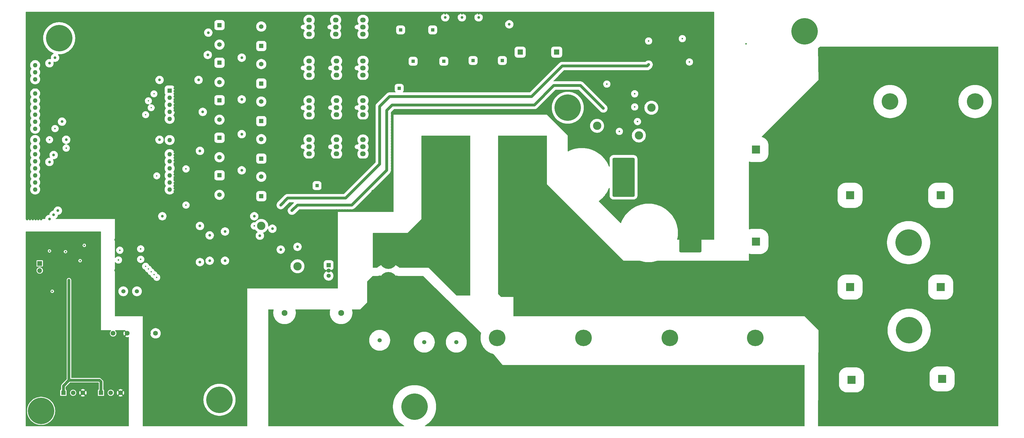
<source format=gbr>
%TF.GenerationSoftware,KiCad,Pcbnew,9.0.0*%
%TF.CreationDate,2025-04-28T23:59:21-07:00*%
%TF.ProjectId,DynamicBrakeGrid,44796e61-6d69-4634-9272-616b65477269,rev?*%
%TF.SameCoordinates,Original*%
%TF.FileFunction,Copper,L3,Inr*%
%TF.FilePolarity,Positive*%
%FSLAX46Y46*%
G04 Gerber Fmt 4.6, Leading zero omitted, Abs format (unit mm)*
G04 Created by KiCad (PCBNEW 9.0.0) date 2025-04-28 23:59:21*
%MOMM*%
%LPD*%
G01*
G04 APERTURE LIST*
G04 Aperture macros list*
%AMRoundRect*
0 Rectangle with rounded corners*
0 $1 Rounding radius*
0 $2 $3 $4 $5 $6 $7 $8 $9 X,Y pos of 4 corners*
0 Add a 4 corners polygon primitive as box body*
4,1,4,$2,$3,$4,$5,$6,$7,$8,$9,$2,$3,0*
0 Add four circle primitives for the rounded corners*
1,1,$1+$1,$2,$3*
1,1,$1+$1,$4,$5*
1,1,$1+$1,$6,$7*
1,1,$1+$1,$8,$9*
0 Add four rect primitives between the rounded corners*
20,1,$1+$1,$2,$3,$4,$5,0*
20,1,$1+$1,$4,$5,$6,$7,0*
20,1,$1+$1,$6,$7,$8,$9,0*
20,1,$1+$1,$8,$9,$2,$3,0*%
%AMHorizOval*
0 Thick line with rounded ends*
0 $1 width*
0 $2 $3 position (X,Y) of the first rounded end (center of the circle)*
0 $4 $5 position (X,Y) of the second rounded end (center of the circle)*
0 Add line between two ends*
20,1,$1,$2,$3,$4,$5,0*
0 Add two circle primitives to create the rounded ends*
1,1,$1,$2,$3*
1,1,$1,$4,$5*%
G04 Aperture macros list end*
%TA.AperFunction,ComponentPad*%
%ADD10C,5.940000*%
%TD*%
%TA.AperFunction,ComponentPad*%
%ADD11R,2.030000X1.730000*%
%TD*%
%TA.AperFunction,ComponentPad*%
%ADD12O,2.030000X1.730000*%
%TD*%
%TA.AperFunction,ComponentPad*%
%ADD13R,1.950000X1.950000*%
%TD*%
%TA.AperFunction,ComponentPad*%
%ADD14C,1.950000*%
%TD*%
%TA.AperFunction,ComponentPad*%
%ADD15R,3.000000X3.000000*%
%TD*%
%TA.AperFunction,ComponentPad*%
%ADD16C,3.000000*%
%TD*%
%TA.AperFunction,ComponentPad*%
%ADD17C,9.500000*%
%TD*%
%TA.AperFunction,ComponentPad*%
%ADD18R,1.500000X1.500000*%
%TD*%
%TA.AperFunction,ComponentPad*%
%ADD19C,1.500000*%
%TD*%
%TA.AperFunction,ComponentPad*%
%ADD20R,1.200000X1.200000*%
%TD*%
%TA.AperFunction,ComponentPad*%
%ADD21C,1.200000*%
%TD*%
%TA.AperFunction,ComponentPad*%
%ADD22RoundRect,1.000000X7.000000X9.000000X-7.000000X9.000000X-7.000000X-9.000000X7.000000X-9.000000X0*%
%TD*%
%TA.AperFunction,ComponentPad*%
%ADD23RoundRect,0.500000X-3.500000X6.500000X-3.500000X-6.500000X3.500000X-6.500000X3.500000X6.500000X0*%
%TD*%
%TA.AperFunction,ComponentPad*%
%ADD24R,1.650000X1.650000*%
%TD*%
%TA.AperFunction,ComponentPad*%
%ADD25C,1.650000*%
%TD*%
%TA.AperFunction,ComponentPad*%
%ADD26R,1.700000X1.700000*%
%TD*%
%TA.AperFunction,ComponentPad*%
%ADD27O,1.700000X1.700000*%
%TD*%
%TA.AperFunction,ComponentPad*%
%ADD28R,1.600000X1.600000*%
%TD*%
%TA.AperFunction,ComponentPad*%
%ADD29O,1.600000X1.600000*%
%TD*%
%TA.AperFunction,ComponentPad*%
%ADD30C,1.725000*%
%TD*%
%TA.AperFunction,ComponentPad*%
%ADD31R,2.100000X2.100000*%
%TD*%
%TA.AperFunction,ComponentPad*%
%ADD32C,2.100000*%
%TD*%
%TA.AperFunction,ComponentPad*%
%ADD33HorizOval,0.800000X0.000000X0.000000X0.000000X0.000000X0*%
%TD*%
%TA.AperFunction,ComponentPad*%
%ADD34HorizOval,0.800000X0.000000X0.000000X0.000000X0.000000X0*%
%TD*%
%TA.AperFunction,ComponentPad*%
%ADD35C,0.800000*%
%TD*%
%TA.AperFunction,ComponentPad*%
%ADD36O,6.000000X9.000000*%
%TD*%
%TA.AperFunction,ViaPad*%
%ADD37C,0.500000*%
%TD*%
%TA.AperFunction,ViaPad*%
%ADD38C,1.000000*%
%TD*%
%TA.AperFunction,ViaPad*%
%ADD39C,0.600000*%
%TD*%
%TA.AperFunction,Conductor*%
%ADD40C,1.000000*%
%TD*%
G04 APERTURE END LIST*
D10*
%TO.N,DC_LINK_V+*%
%TO.C,J18*%
X310650000Y-57775000D03*
%TO.N,GNDPWR*%
X297950000Y-44775000D03*
%TD*%
D11*
%TO.N,GND*%
%TO.C,M2*%
X102160000Y-65080000D03*
D12*
%TO.N,+12V*%
X102160000Y-62540000D03*
%TO.N,unconnected-(M2-Tacho-Pad3)*%
X102160000Y-60000000D03*
%TO.N,FAN_PWM*%
X102160000Y-57460000D03*
%TD*%
D10*
%TO.N,DC_LINK_V+*%
%TO.C,J13*%
X341150000Y-57775000D03*
%TO.N,GNDPWR*%
X328450000Y-44775000D03*
%TD*%
D13*
%TO.N,+12V*%
%TO.C,J1*%
X191000000Y-40000000D03*
D14*
%TO.N,GND*%
X196000000Y-40000000D03*
%TD*%
D11*
%TO.N,GND*%
%TO.C,M7*%
X112000000Y-79120000D03*
D12*
%TO.N,+12V*%
X112000000Y-76580000D03*
%TO.N,unconnected-(M7-Tacho-Pad3)*%
X112000000Y-74040000D03*
%TO.N,FAN_PWM*%
X112000000Y-71500000D03*
%TD*%
D15*
%TO.N,DC_LINK_V+*%
%TO.C,C12*%
X296300000Y-91500000D03*
D16*
%TO.N,GNDPWR*%
X306300000Y-91500000D03*
%TD*%
D17*
%TO.N,unconnected-(H10-Pad1)*%
%TO.C,H10*%
X70000000Y-165000000D03*
%TD*%
D10*
%TO.N,DC_LINK_V+*%
%TO.C,J22*%
X169650000Y-142725000D03*
%TO.N,RESISTOR_RETURN*%
X182350000Y-155725000D03*
%TD*%
D16*
%TO.N,GND*%
%TO.C,TP25*%
X233000000Y-60000000D03*
%TD*%
D18*
%TO.N,RESISTOR_RETURN*%
%TO.C,C102*%
X143500000Y-159275000D03*
D19*
%TO.N,DC_LINK_V+*%
X143500000Y-144275000D03*
%TD*%
D20*
%TO.N,+12V*%
%TO.C,C6*%
X134500000Y-53000000D03*
D21*
%TO.N,GND*%
X129500000Y-53000000D03*
%TD*%
D11*
%TO.N,GND*%
%TO.C,M3*%
X102160000Y-50800000D03*
D12*
%TO.N,+12V*%
X102160000Y-48260000D03*
%TO.N,unconnected-(M3-Tacho-Pad3)*%
X102160000Y-45720000D03*
%TO.N,FAN_PWM*%
X102160000Y-43180000D03*
%TD*%
D18*
%TO.N,RESISTOR_RETURN*%
%TO.C,C104*%
X127500000Y-171125000D03*
D19*
%TO.N,DC_LINK_V+*%
X127500000Y-143625000D03*
%TD*%
D11*
%TO.N,GND*%
%TO.C,M11*%
X121500000Y-65040000D03*
D12*
%TO.N,+12V*%
X121500000Y-62500000D03*
%TO.N,unconnected-(M11-Tacho-Pad3)*%
X121500000Y-59960000D03*
%TO.N,FAN_PWM*%
X121500000Y-57420000D03*
%TD*%
D11*
%TO.N,GND*%
%TO.C,M6*%
X112000000Y-65040000D03*
D12*
%TO.N,+12V*%
X112000000Y-62500000D03*
%TO.N,unconnected-(M6-Tacho-Pad3)*%
X112000000Y-59960000D03*
%TO.N,FAN_PWM*%
X112000000Y-57420000D03*
%TD*%
D15*
%TO.N,DC_LINK_V+*%
%TO.C,C18*%
X262500000Y-108100000D03*
D16*
%TO.N,GNDPWR*%
X272500000Y-108100000D03*
%TD*%
D22*
%TO.N,CHOPPER_DRAIN*%
%TO.C,Q1*%
X151000000Y-105000000D03*
%TO.N,GNDPWR*%
X180000000Y-105000000D03*
D23*
%TO.N,Net-(Q1-G)*%
X215000000Y-85000000D03*
%TO.N,GND*%
X239000000Y-105000000D03*
%TD*%
D17*
%TO.N,unconnected-(H9-Pad1)*%
%TO.C,H9*%
X195000000Y-60000000D03*
%TD*%
D18*
%TO.N,GNDPWR*%
%TO.C,C98*%
X183625000Y-71000000D03*
D19*
%TO.N,CHOPPER_DRAIN*%
X156125000Y-71000000D03*
%TD*%
D11*
%TO.N,GND*%
%TO.C,M10*%
X121500000Y-50800000D03*
D12*
%TO.N,+12V*%
X121500000Y-48260000D03*
%TO.N,unconnected-(M10-Tacho-Pad3)*%
X121500000Y-45720000D03*
%TO.N,FAN_PWM*%
X121500000Y-43180000D03*
%TD*%
D24*
%TO.N,CanL_External*%
%TO.C,J15*%
X27500000Y-162500000D03*
D25*
%TO.N,CanH_External*%
X31000000Y-162500000D03*
%TO.N,CANBUS_ISO_GND*%
X34500000Y-162500000D03*
%TD*%
D24*
%TO.N,+5V*%
%TO.C,J9*%
X70000000Y-70800000D03*
D25*
%TO.N,GND*%
X70000000Y-74300000D03*
%TO.N,AMBIENT_TEMPSENSE_1WIRE*%
X70000000Y-77800000D03*
%TD*%
D20*
%TO.N,+12V*%
%TO.C,C4*%
X139500000Y-43300000D03*
D21*
%TO.N,GND*%
X134500000Y-43300000D03*
%TD*%
D15*
%TO.N,DC_LINK_V+*%
%TO.C,C13*%
X296300000Y-124500000D03*
D16*
%TO.N,GNDPWR*%
X306300000Y-124500000D03*
%TD*%
%TO.N,Net-(IC8-IN1+)*%
%TO.C,TP26*%
X98000000Y-117000000D03*
%TD*%
D24*
%TO.N,CanL_External*%
%TO.C,J14*%
X14000000Y-162500000D03*
D25*
%TO.N,CanH_External*%
X17500000Y-162500000D03*
%TO.N,CANBUS_ISO_GND*%
X21000000Y-162500000D03*
%TD*%
D17*
%TO.N,unconnected-(H4-Pad1)*%
%TO.C,H4*%
X317300000Y-108500000D03*
%TD*%
%TO.N,unconnected-(H1-Pad1)*%
%TO.C,H1*%
X12500000Y-35000000D03*
%TD*%
D15*
%TO.N,DC_LINK_V+*%
%TO.C,C15*%
X328800000Y-124500000D03*
D16*
%TO.N,GNDPWR*%
X338800000Y-124500000D03*
%TD*%
D24*
%TO.N,+5V*%
%TO.C,J5*%
X70000000Y-30300000D03*
D25*
%TO.N,GND*%
X70000000Y-33800000D03*
%TO.N,AMBIENT_TEMPSENSE_1WIRE*%
X70000000Y-37300000D03*
%TD*%
D19*
%TO.N,Net-(IC6-OSC2)*%
%TO.C,Y1*%
X35500000Y-126000000D03*
%TO.N,Net-(IC6-OSC1)*%
X40380000Y-126000000D03*
%TD*%
D13*
%TO.N,+12V*%
%TO.C,J2*%
X177900000Y-40000000D03*
D14*
%TO.N,GND*%
X182900000Y-40000000D03*
%TD*%
D24*
%TO.N,+5V*%
%TO.C,J12*%
X85000000Y-51300000D03*
D25*
%TO.N,GND*%
X85000000Y-47800000D03*
%TO.N,EXHAUST_TEMPSENSE_1WIRE*%
X85000000Y-44300000D03*
%TD*%
D24*
%TO.N,+5V*%
%TO.C,J25*%
X85000000Y-37800000D03*
D25*
%TO.N,GND*%
X85000000Y-34300000D03*
%TO.N,EXHAUST_TEMPSENSE_1WIRE*%
X85000000Y-30800000D03*
%TD*%
D26*
%TO.N,Net-(JP1-A)*%
%TO.C,JP1*%
X5500000Y-115975000D03*
D27*
%TO.N,CanH_External*%
X5500000Y-118515000D03*
%TD*%
D11*
%TO.N,GND*%
%TO.C,M9*%
X121500000Y-36080000D03*
D12*
%TO.N,+12V*%
X121500000Y-33540000D03*
%TO.N,unconnected-(M9-Tacho-Pad3)*%
X121500000Y-31000000D03*
%TO.N,FAN_PWM*%
X121500000Y-28460000D03*
%TD*%
D20*
%TO.N,+12V*%
%TO.C,C9*%
X150500000Y-43300000D03*
D21*
%TO.N,GND*%
X145500000Y-43300000D03*
%TD*%
D24*
%TO.N,+5V*%
%TO.C,J7*%
X70000000Y-43800000D03*
D25*
%TO.N,GND*%
X70000000Y-47300000D03*
%TO.N,AMBIENT_TEMPSENSE_1WIRE*%
X70000000Y-50800000D03*
%TD*%
D11*
%TO.N,GND*%
%TO.C,M4*%
X111700000Y-36080000D03*
D12*
%TO.N,+12V*%
X111700000Y-33540000D03*
%TO.N,unconnected-(M4-Tacho-Pad3)*%
X111700000Y-31000000D03*
%TO.N,FAN_PWM*%
X111700000Y-28460000D03*
%TD*%
D24*
%TO.N,+5V*%
%TO.C,J24*%
X70000000Y-84300000D03*
D25*
%TO.N,GND*%
X70000000Y-87800000D03*
%TO.N,AMBIENT_TEMPSENSE_1WIRE*%
X70000000Y-91300000D03*
%TD*%
D20*
%TO.N,+12V*%
%TO.C,C5*%
X135000000Y-32000000D03*
D21*
%TO.N,GND*%
X130000000Y-32000000D03*
%TD*%
D16*
%TO.N,Arduino_CurrentSense*%
%TO.C,TP27*%
X85000000Y-102500000D03*
%TD*%
D24*
%TO.N,+5V*%
%TO.C,J6*%
X85000000Y-91800000D03*
D25*
%TO.N,GND*%
X85000000Y-88300000D03*
%TO.N,EXHAUST_TEMPSENSE_1WIRE*%
X85000000Y-84800000D03*
%TD*%
D20*
%TO.N,+12V*%
%TO.C,C8*%
X161000000Y-43000000D03*
D21*
%TO.N,GND*%
X156000000Y-43000000D03*
%TD*%
D28*
%TO.N,unconnected-(A1-NC-Pad1)*%
%TO.C,A1*%
X52130000Y-53825000D03*
D29*
%TO.N,unconnected-(A1-IOREF-Pad2)*%
X52130000Y-56365000D03*
%TO.N,unconnected-(A1-~{RESET}-Pad3)*%
X52130000Y-58905000D03*
%TO.N,unconnected-(A1-3V3-Pad4)*%
X52130000Y-61445000D03*
%TO.N,+5V*%
X52130000Y-63985000D03*
%TO.N,GND*%
X52130000Y-66525000D03*
X52130000Y-69065000D03*
%TO.N,+12V*%
X52130000Y-71605000D03*
%TO.N,Arduino_CurrentSense*%
X52130000Y-76685000D03*
%TO.N,unconnected-(A1-A1-Pad10)*%
X52130000Y-79225000D03*
%TO.N,Arduino_VInSense*%
X52130000Y-81765000D03*
%TO.N,unconnected-(A1-A3-Pad12)*%
X52130000Y-84305000D03*
%TO.N,unconnected-(A1-SDA{slash}A4-Pad13)*%
X52130000Y-86845000D03*
%TO.N,unconnected-(A1-SCL{slash}A5-Pad14)*%
X52130000Y-89385000D03*
%TO.N,unconnected-(A1-D0{slash}RX-Pad15)*%
X3870000Y-89385000D03*
%TO.N,unconnected-(A1-D1{slash}TX-Pad16)*%
X3870000Y-86845000D03*
%TO.N,CAN_INT*%
X3870000Y-84305000D03*
%TO.N,unconnected-(A1-D3-Pad18)*%
X3870000Y-81765000D03*
%TO.N,StatusLED_0*%
X3870000Y-79225000D03*
%TO.N,StatusLED_1*%
X3870000Y-76685000D03*
%TO.N,FAN_PWM*%
X3870000Y-74145000D03*
%TO.N,AMBIENT_TEMPSENSE_1WIRE*%
X3870000Y-71605000D03*
%TO.N,EXHAUST_TEMPSENSE_1WIRE*%
X3870000Y-67545000D03*
%TO.N,GATE_PWM*%
X3870000Y-65005000D03*
%TO.N,CAN_CS*%
X3870000Y-62465000D03*
%TO.N,CAN_SI*%
X3870000Y-59925000D03*
%TO.N,CAN_SO*%
X3870000Y-57385000D03*
%TO.N,CAN_SCK*%
X3870000Y-54845000D03*
%TO.N,GND*%
X3870000Y-52305000D03*
%TO.N,unconnected-(A1-AREF-Pad30)*%
X3870000Y-49765000D03*
%TO.N,unconnected-(A1-SDA{slash}A4-Pad31)*%
X3870000Y-47225000D03*
%TO.N,unconnected-(A1-SCL{slash}A5-Pad32)*%
X3870000Y-44685000D03*
%TD*%
D17*
%TO.N,unconnected-(H2-Pad1)*%
%TO.C,H2*%
X317500000Y-140000000D03*
%TD*%
D18*
%TO.N,GNDPWR*%
%TO.C,C96*%
X172275000Y-85000000D03*
D19*
%TO.N,CHOPPER_DRAIN*%
X157275000Y-85000000D03*
%TD*%
D15*
%TO.N,DC_LINK_V+*%
%TO.C,C19*%
X329300000Y-157500000D03*
D16*
%TO.N,GNDPWR*%
X339300000Y-157500000D03*
%TD*%
%TO.N,Net-(Q1-G)*%
%TO.C,TP23*%
X220500000Y-69975000D03*
%TD*%
D30*
%TO.N,+5V*%
%TO.C,PS1*%
X47075000Y-141115000D03*
%TO.N,GND*%
X44535000Y-141115000D03*
%TO.N,CANBUS_ISO_GND*%
X36915000Y-141115000D03*
%TO.N,CANBUS_ISO_5V*%
X31835000Y-141115000D03*
%TD*%
D10*
%TO.N,DC_LINK_V+*%
%TO.C,J20*%
X231650000Y-142725000D03*
%TO.N,RESISTOR_RETURN*%
X244350000Y-155725000D03*
%TD*%
D15*
%TO.N,DC_LINK_V+*%
%TO.C,C16*%
X296800000Y-157850000D03*
D16*
%TO.N,GNDPWR*%
X306800000Y-157850000D03*
%TD*%
D24*
%TO.N,+5V*%
%TO.C,J8*%
X70000000Y-57300000D03*
D25*
%TO.N,GND*%
X70000000Y-60800000D03*
%TO.N,AMBIENT_TEMPSENSE_1WIRE*%
X70000000Y-64300000D03*
%TD*%
D11*
%TO.N,GND*%
%TO.C,M8*%
X102160000Y-36080000D03*
D12*
%TO.N,+12V*%
X102160000Y-33540000D03*
%TO.N,unconnected-(M8-Tacho-Pad3)*%
X102160000Y-31000000D03*
%TO.N,FAN_PWM*%
X102160000Y-28460000D03*
%TD*%
D24*
%TO.N,+5V*%
%TO.C,J10*%
X85000000Y-78300000D03*
D25*
%TO.N,GND*%
X85000000Y-74800000D03*
%TO.N,EXHAUST_TEMPSENSE_1WIRE*%
X85000000Y-71300000D03*
%TD*%
D20*
%TO.N,+12V*%
%TO.C,C3*%
X146500000Y-32000000D03*
D21*
%TO.N,GND*%
X141500000Y-32000000D03*
%TD*%
D18*
%TO.N,RESISTOR_RETURN*%
%TO.C,C103*%
X155000000Y-159275000D03*
D19*
%TO.N,DC_LINK_V+*%
X155000000Y-144275000D03*
%TD*%
D11*
%TO.N,GND*%
%TO.C,M5*%
X112000000Y-50800000D03*
D12*
%TO.N,+12V*%
X112000000Y-48260000D03*
%TO.N,unconnected-(M5-Tacho-Pad3)*%
X112000000Y-45720000D03*
%TO.N,FAN_PWM*%
X112000000Y-43180000D03*
%TD*%
D31*
%TO.N,RESISTOR_RETURN*%
%TO.C,C87*%
X113650000Y-171250000D03*
D32*
%TO.N,DC_LINK_V+*%
X113650000Y-133750000D03*
%TO.N,RESISTOR_RETURN*%
X93350000Y-171250000D03*
%TO.N,DC_LINK_V+*%
X93350000Y-133750000D03*
%TD*%
D15*
%TO.N,DC_LINK_V+*%
%TO.C,C14*%
X328800000Y-91500000D03*
D16*
%TO.N,GNDPWR*%
X338800000Y-91500000D03*
%TD*%
D17*
%TO.N,unconnected-(H8-Pad1)*%
%TO.C,H8*%
X280000000Y-32500000D03*
%TD*%
D15*
%TO.N,DC_LINK_V+*%
%TO.C,C17*%
X262500000Y-75000000D03*
D16*
%TO.N,GNDPWR*%
X272500000Y-75000000D03*
%TD*%
D24*
%TO.N,+5V*%
%TO.C,J11*%
X85000000Y-64800000D03*
D25*
%TO.N,GND*%
X85000000Y-61300000D03*
%TO.N,EXHAUST_TEMPSENSE_1WIRE*%
X85000000Y-57800000D03*
%TD*%
D17*
%TO.N,unconnected-(H7-Pad1)*%
%TO.C,H7*%
X140000000Y-167500000D03*
%TD*%
D20*
%TO.N,+12V*%
%TO.C,C2*%
X105000000Y-88000000D03*
D21*
%TO.N,GND*%
X100000000Y-88000000D03*
%TD*%
D18*
%TO.N,GNDPWR*%
%TO.C,C97*%
X171775000Y-122500000D03*
D19*
%TO.N,CHOPPER_DRAIN*%
X156775000Y-122500000D03*
%TD*%
D11*
%TO.N,GND*%
%TO.C,M12*%
X121500000Y-79120000D03*
D12*
%TO.N,+12V*%
X121500000Y-76580000D03*
%TO.N,unconnected-(M12-Tacho-Pad3)*%
X121500000Y-74040000D03*
%TO.N,FAN_PWM*%
X121500000Y-71500000D03*
%TD*%
D11*
%TO.N,GND*%
%TO.C,M1*%
X102160000Y-79080000D03*
D12*
%TO.N,+12V*%
X102160000Y-76540000D03*
%TO.N,unconnected-(M1-Tacho-Pad3)*%
X102160000Y-74000000D03*
%TO.N,FAN_PWM*%
X102160000Y-71460000D03*
%TD*%
D17*
%TO.N,unconnected-(H3-Pad1)*%
%TO.C,H3*%
X6000000Y-169000000D03*
%TD*%
D10*
%TO.N,DC_LINK_V+*%
%TO.C,J21*%
X200650000Y-142725000D03*
%TO.N,RESISTOR_RETURN*%
X213350000Y-155725000D03*
%TD*%
D16*
%TO.N,GATE_PWM*%
%TO.C,TP28*%
X205500000Y-66500000D03*
%TD*%
%TO.N,Gate*%
%TO.C,TP24*%
X225000000Y-60000000D03*
%TD*%
D10*
%TO.N,DC_LINK_V+*%
%TO.C,J19*%
X262300000Y-142725000D03*
%TO.N,RESISTOR_RETURN*%
X275000000Y-155725000D03*
%TD*%
D18*
%TO.N,+5V*%
%TO.C,U6*%
X109175000Y-116600000D03*
D19*
%TO.N,GND*%
X109175000Y-118510000D03*
%TO.N,Net-(U6-VIOUT)*%
X109175000Y-120420000D03*
D33*
%TO.N,RESISTOR_RETURN*%
X131205000Y-119560000D03*
D34*
X129945000Y-119560000D03*
D35*
X132235000Y-120310000D03*
X128915000Y-120310000D03*
X132625000Y-121510000D03*
X128525000Y-121510000D03*
X132625000Y-122840000D03*
X128525000Y-122840000D03*
D36*
X130575000Y-123510000D03*
D35*
X132625000Y-124180000D03*
X128525000Y-124180000D03*
X132625000Y-125510000D03*
X128525000Y-125510000D03*
X132235000Y-126710000D03*
X128915000Y-126710000D03*
X131205000Y-127460000D03*
X129945000Y-127460000D03*
%TO.N,CHOPPER_DRAIN*%
X131205000Y-109560000D03*
X129945000Y-109560000D03*
X132235000Y-110310000D03*
X128915000Y-110310000D03*
X132625000Y-111510000D03*
X128525000Y-111510000D03*
X132625000Y-112840000D03*
X128525000Y-112840000D03*
D36*
X130575000Y-113510000D03*
D35*
X132625000Y-114180000D03*
X128525000Y-114180000D03*
X132625000Y-115510000D03*
X128525000Y-115510000D03*
X132235000Y-116710000D03*
X128915000Y-116710000D03*
D34*
X131205000Y-117460000D03*
D33*
X129945000Y-117460000D03*
%TD*%
D20*
%TO.N,+12V*%
%TO.C,C7*%
X171500000Y-43000000D03*
D21*
%TO.N,GND*%
X166500000Y-43000000D03*
%TD*%
D37*
%TO.N,CAN_INT*%
X47500000Y-84500000D03*
X47500000Y-121000000D03*
D38*
%TO.N,GND*%
X72000000Y-174000000D03*
X210000000Y-26000000D03*
X246000000Y-72000000D03*
X1000000Y-92000000D03*
X247000000Y-44000000D03*
X35000000Y-105000000D03*
X208011843Y-71999999D03*
X43000000Y-138000000D03*
X221000000Y-26000000D03*
X50000000Y-150000000D03*
X60000000Y-150000000D03*
X49000000Y-174000000D03*
X160000000Y-62000000D03*
X43000000Y-146000000D03*
X38000000Y-26000000D03*
X5000000Y-35000000D03*
X26000000Y-95000000D03*
X1000000Y-36000000D03*
X216000000Y-26000000D03*
X79000000Y-151000000D03*
X60000000Y-174000000D03*
X181000000Y-62000000D03*
X1000000Y-46000000D03*
X244000000Y-26000000D03*
X79000000Y-153000000D03*
X73000000Y-174000000D03*
X37000000Y-26000000D03*
X35000000Y-26000000D03*
X142000000Y-62000000D03*
X132000000Y-80000000D03*
X159000000Y-62000000D03*
D37*
X32750000Y-120500000D03*
D38*
X116000000Y-97000000D03*
X1000000Y-88000000D03*
X25000000Y-30000000D03*
X209000000Y-72000000D03*
X55000000Y-118000000D03*
X93000000Y-65000000D03*
X79000000Y-156000000D03*
X1000000Y-79000000D03*
X247000000Y-46000000D03*
X20000000Y-35000000D03*
X166000000Y-26000000D03*
X86250000Y-109750000D03*
X70000000Y-135000000D03*
X149000000Y-62000000D03*
X92000000Y-124000000D03*
X1000000Y-43000000D03*
X45000000Y-26000000D03*
X147000000Y-26000000D03*
X132000000Y-90000000D03*
X132000000Y-70000000D03*
X132000000Y-82000000D03*
X182000000Y-62000000D03*
X109000000Y-26000000D03*
X247000000Y-53000000D03*
X22000000Y-26000000D03*
X91000000Y-114000000D03*
X247000000Y-39000000D03*
X120000000Y-26000000D03*
X112000000Y-122000000D03*
X1000000Y-68000000D03*
X186000000Y-26000000D03*
X132000000Y-96000000D03*
X235000000Y-30000000D03*
X122000000Y-97000000D03*
X140000000Y-26000000D03*
X30000000Y-30000000D03*
X52000000Y-174000000D03*
X132000000Y-69000000D03*
X77500000Y-112500000D03*
X132000000Y-78000000D03*
X60000000Y-45000000D03*
X217000000Y-26000000D03*
X200000000Y-72000000D03*
X1000000Y-94000000D03*
X13000000Y-26000000D03*
X112000000Y-105000000D03*
X8000000Y-26000000D03*
X65000000Y-135000000D03*
X247000000Y-60000000D03*
X1000000Y-33000000D03*
X147000000Y-62000000D03*
X115000000Y-26000000D03*
X79000000Y-168000000D03*
X1000000Y-85000000D03*
X98000000Y-124000000D03*
X112000000Y-121000000D03*
X247000000Y-54000000D03*
X190000000Y-26000000D03*
X215000000Y-26000000D03*
X230000000Y-26000000D03*
X43000000Y-154000000D03*
X20000000Y-90000000D03*
X32000000Y-26000000D03*
X42000000Y-95000000D03*
X1000000Y-89000000D03*
X52500000Y-125000000D03*
X29000000Y-26000000D03*
X54000000Y-84000000D03*
X43000000Y-173000000D03*
X247000000Y-63000000D03*
X169000000Y-26000000D03*
X100000000Y-124000000D03*
X143000000Y-26000000D03*
X54000000Y-94000000D03*
X162000000Y-62000000D03*
X153000000Y-62000000D03*
X1000000Y-37000000D03*
X204000000Y-26000000D03*
X133000000Y-62000000D03*
X132000000Y-75000000D03*
X168000000Y-26000000D03*
X194000000Y-26000000D03*
X177000000Y-26000000D03*
X79000000Y-173000000D03*
X207000000Y-72000000D03*
X38000000Y-95000000D03*
X79000000Y-159000000D03*
X76000000Y-174000000D03*
X40000000Y-90000000D03*
X154000000Y-62000000D03*
X187000000Y-26000000D03*
X106000000Y-26000000D03*
X54000000Y-80000000D03*
X99140000Y-105000000D03*
X79000000Y-131000000D03*
X162000000Y-26000000D03*
X132000000Y-92000000D03*
X127000000Y-26000000D03*
X45000000Y-174000000D03*
X165000000Y-62000000D03*
X132000000Y-88000000D03*
X45000000Y-30000000D03*
X179000000Y-26000000D03*
X195000000Y-26000000D03*
X79000000Y-142000000D03*
X50000000Y-26000000D03*
X112000000Y-114000000D03*
X79000000Y-137000000D03*
X43000000Y-156000000D03*
X25000000Y-50000000D03*
X75000000Y-135000000D03*
X201000000Y-26000000D03*
X75000000Y-125000000D03*
X53980856Y-85027265D03*
X95000000Y-124000000D03*
X43000000Y-163000000D03*
X247000000Y-30000000D03*
X43000000Y-141000000D03*
X79000000Y-171000000D03*
X57000000Y-174000000D03*
X230000000Y-55000000D03*
X50000000Y-35000000D03*
X54000000Y-27000000D03*
X125000000Y-26000000D03*
X1000000Y-78000000D03*
X182000000Y-26000000D03*
X16000000Y-95000000D03*
X227000000Y-26000000D03*
X115000000Y-97000000D03*
X146000000Y-62000000D03*
X1000000Y-100000000D03*
X132000000Y-94000000D03*
X54000000Y-90000000D03*
X14000000Y-26000000D03*
X174000000Y-26000000D03*
X157000000Y-26000000D03*
X1000000Y-55000000D03*
X20000000Y-26000000D03*
X54000000Y-89000000D03*
X43000000Y-159000000D03*
X79000000Y-162000000D03*
X214000000Y-26000000D03*
X1000000Y-70000000D03*
X151000000Y-26000000D03*
X79000000Y-133000000D03*
X70000000Y-125000000D03*
X61000000Y-174000000D03*
X54000000Y-37000000D03*
X41000000Y-26000000D03*
X247000000Y-38000000D03*
X123000000Y-26000000D03*
X1000000Y-99000000D03*
X55000000Y-145000000D03*
X79000000Y-126000000D03*
X171000000Y-26000000D03*
X107000000Y-26000000D03*
X15000000Y-26000000D03*
X173000000Y-26000000D03*
X118000000Y-26000000D03*
X112000000Y-109000000D03*
X149000000Y-26000000D03*
X21000000Y-26000000D03*
X107000000Y-124000000D03*
X123000000Y-97000000D03*
X1000000Y-91000000D03*
X41250000Y-107250000D03*
X1000000Y-73000000D03*
X1000000Y-75000000D03*
X54000000Y-46000000D03*
X169000000Y-62000000D03*
X150000000Y-62000000D03*
X56000000Y-174000000D03*
X43000000Y-136000000D03*
X189000000Y-63000000D03*
X24000000Y-26000000D03*
X178000000Y-26000000D03*
X1000000Y-34000000D03*
X238000000Y-26000000D03*
X112000000Y-107000000D03*
X156000000Y-26000000D03*
X60000000Y-85000000D03*
X5000000Y-30000000D03*
X18000000Y-95000000D03*
X79000000Y-128000000D03*
X54000000Y-77000000D03*
X247000000Y-55000000D03*
X40000000Y-35000000D03*
X79000000Y-140000000D03*
X23000000Y-95000000D03*
X1000000Y-29000000D03*
X25000000Y-90000000D03*
X63000000Y-174000000D03*
X126000000Y-26000000D03*
X43000000Y-167000000D03*
X1000000Y-72000000D03*
X119000000Y-26000000D03*
X247000000Y-36000000D03*
X38000000Y-124500000D03*
X243000000Y-26000000D03*
X65000000Y-145000000D03*
X20000000Y-50000000D03*
X99000000Y-124000000D03*
X79000000Y-174000000D03*
X132000000Y-26000000D03*
X155000000Y-62000000D03*
X31000000Y-95000000D03*
X1000000Y-44000000D03*
X247000000Y-41000000D03*
X78000000Y-174000000D03*
X1000000Y-59000000D03*
X79000000Y-161000000D03*
X43000000Y-143000000D03*
X113000000Y-26000000D03*
X19000000Y-26000000D03*
X43000000Y-140000000D03*
X3000000Y-26000000D03*
X50000000Y-174000000D03*
X144000000Y-26000000D03*
X140000000Y-62000000D03*
X200000000Y-26000000D03*
X51000000Y-174000000D03*
X111000000Y-26000000D03*
X79000000Y-152000000D03*
X172000000Y-62000000D03*
X93000000Y-40000000D03*
X75000000Y-150000000D03*
X54000000Y-92000000D03*
X25000000Y-95000000D03*
X79000000Y-141000000D03*
X43000000Y-152000000D03*
X247000000Y-43000000D03*
X236000000Y-26000000D03*
X105000000Y-26000000D03*
X1000000Y-74000000D03*
X25000000Y-65000000D03*
X54000000Y-66000000D03*
X79000000Y-169000000D03*
X247000000Y-70000000D03*
X40000000Y-30000000D03*
X111000000Y-124000000D03*
X237000000Y-26000000D03*
X28000000Y-26000000D03*
X104000000Y-26000000D03*
X170000000Y-26000000D03*
X55000000Y-174000000D03*
X52000000Y-95000000D03*
X54000000Y-26000000D03*
X79000000Y-127000000D03*
X66000000Y-174000000D03*
X52500000Y-135000000D03*
X54000000Y-60000000D03*
X49500000Y-110250000D03*
X53000000Y-26000000D03*
X247000000Y-69000000D03*
X43000000Y-166000000D03*
X43000000Y-162000000D03*
X51000000Y-26000000D03*
X55000000Y-150000000D03*
X190000000Y-55000000D03*
X37000000Y-95000000D03*
X35000000Y-30000000D03*
X235000000Y-26000000D03*
X1000000Y-27000000D03*
X54000000Y-78000000D03*
X247000000Y-27000000D03*
X239000000Y-26000000D03*
X129000000Y-26000000D03*
X152000000Y-62000000D03*
X112000000Y-98000000D03*
X54000000Y-31000000D03*
X110000000Y-124000000D03*
X75000000Y-140000000D03*
X79000000Y-138000000D03*
X187000000Y-62000000D03*
X247000000Y-57000000D03*
X132000000Y-84000000D03*
X70000000Y-174000000D03*
X224000000Y-26000000D03*
X247000000Y-52000000D03*
X50000000Y-145000000D03*
X1000000Y-28000000D03*
X70000000Y-140000000D03*
X205000000Y-72000000D03*
X44750000Y-133250000D03*
X30000000Y-40000000D03*
X247000000Y-31000000D03*
X16000000Y-26000000D03*
X197000000Y-72000000D03*
X132000000Y-71000000D03*
X155000000Y-26000000D03*
X20000000Y-65000000D03*
X79000000Y-134000000D03*
X170000000Y-62000000D03*
X79000000Y-164000000D03*
X112000000Y-103000000D03*
X196000000Y-72000000D03*
X53980856Y-86041877D03*
X23000000Y-26000000D03*
X184000000Y-26000000D03*
X45000000Y-123250000D03*
X55000000Y-95000000D03*
X141000000Y-26000000D03*
X32000000Y-95000000D03*
X79000000Y-149000000D03*
X176000000Y-26000000D03*
X54000000Y-35000000D03*
X44750000Y-131250000D03*
X79000000Y-158000000D03*
X30000000Y-35000000D03*
X54000000Y-54000000D03*
X30000000Y-80000000D03*
X202000000Y-26000000D03*
X54000000Y-48000000D03*
X247000000Y-72000000D03*
X196000000Y-71000000D03*
X247000000Y-45000000D03*
X193000000Y-67000000D03*
X112000000Y-115000000D03*
X1000000Y-64000000D03*
D37*
X36000000Y-122500000D03*
D38*
X61000000Y-110000000D03*
X45000000Y-35000000D03*
X245000000Y-72000000D03*
X22000000Y-95000000D03*
X189000000Y-26000000D03*
X35000000Y-95000000D03*
X43000000Y-149000000D03*
X132000000Y-77000000D03*
X43000000Y-172000000D03*
X112000000Y-116000000D03*
X43000000Y-153000000D03*
X80000000Y-124000000D03*
X178000000Y-62000000D03*
X112000000Y-111000000D03*
X188000000Y-26000000D03*
X43000000Y-137000000D03*
X245000000Y-26000000D03*
X79000000Y-167000000D03*
X33000000Y-26000000D03*
X54000000Y-76000000D03*
X54000000Y-110000000D03*
X40000000Y-40000000D03*
X25000000Y-35000000D03*
X225000000Y-26000000D03*
X59000000Y-174000000D03*
X208000000Y-26000000D03*
X1000000Y-50000000D03*
X43000000Y-135000000D03*
X54000000Y-75000000D03*
X179000000Y-62000000D03*
X27000000Y-95000000D03*
X197000000Y-26000000D03*
X105000000Y-105000000D03*
X88000000Y-124000000D03*
X132000000Y-95000000D03*
X1000000Y-84000000D03*
X1000000Y-49000000D03*
X181000000Y-26000000D03*
X112000000Y-97000000D03*
X43000000Y-151000000D03*
X41000000Y-95000000D03*
X166000000Y-62000000D03*
X160000000Y-26000000D03*
X79000000Y-160000000D03*
X1000000Y-54000000D03*
X27000000Y-26000000D03*
X1000000Y-86000000D03*
X74000000Y-174000000D03*
X35000000Y-40000000D03*
X1000000Y-77000000D03*
X84000000Y-124000000D03*
X1000000Y-98000000D03*
X112000000Y-26000000D03*
X148000000Y-26000000D03*
X132000000Y-64000000D03*
X53000000Y-95000000D03*
X79000000Y-145000000D03*
X247000001Y-26011843D03*
X35000000Y-90000000D03*
X25000000Y-80000000D03*
X79000000Y-155000000D03*
X45000000Y-50000000D03*
X228000000Y-26000000D03*
X43000000Y-160000000D03*
X75000000Y-105000000D03*
X139000000Y-62000000D03*
X1000000Y-35000000D03*
X1000000Y-45000000D03*
X60000000Y-90000000D03*
X19000000Y-95000000D03*
X47000000Y-26000000D03*
X161000000Y-62000000D03*
X150000000Y-26000000D03*
X75000000Y-174000000D03*
X1000000Y-39000000D03*
X91000000Y-124000000D03*
X1000000Y-61000000D03*
X43000000Y-145000000D03*
X43000000Y-174000000D03*
X247000000Y-59000000D03*
X112000000Y-99000000D03*
X152000000Y-26000000D03*
X112000000Y-119000000D03*
X58000000Y-29000000D03*
X48000000Y-26000000D03*
X35000000Y-35000000D03*
X79000000Y-166000000D03*
X212000000Y-26000000D03*
X108000000Y-26000000D03*
X40000000Y-50000000D03*
X142000000Y-26000000D03*
X32750000Y-118500000D03*
X136000000Y-26000000D03*
X245000000Y-30000000D03*
X199000000Y-72000000D03*
X79000000Y-172000000D03*
X54000000Y-61000000D03*
X43000000Y-139000000D03*
X119613373Y-64545526D03*
X116000000Y-26000000D03*
X54000000Y-56000000D03*
X15000000Y-95000000D03*
X102000000Y-124000000D03*
X54000000Y-68000000D03*
X39000000Y-26000000D03*
X54000000Y-95000000D03*
X233000000Y-26000000D03*
X1000000Y-41000000D03*
X135000000Y-62000000D03*
X32750000Y-107500000D03*
X185000000Y-62000000D03*
X151000000Y-62000000D03*
X1000000Y-53000000D03*
X25000000Y-26000000D03*
X246999999Y-50988157D03*
X50750000Y-110241856D03*
X198000000Y-26000000D03*
X125000000Y-97000000D03*
X163000000Y-62000000D03*
X54000000Y-32000000D03*
X203000000Y-26000000D03*
X168000000Y-62000000D03*
X46000000Y-26000000D03*
X193000000Y-26000000D03*
X52000000Y-26000000D03*
X50000000Y-30000000D03*
X126000000Y-97000000D03*
X207000000Y-26000000D03*
X44000000Y-26000000D03*
X1000000Y-65000000D03*
X240000000Y-55000000D03*
X68000000Y-174000000D03*
X119000000Y-97000000D03*
X247000000Y-28000000D03*
X54000000Y-53000000D03*
X45000000Y-150000000D03*
X20000000Y-75000000D03*
X112000000Y-118000000D03*
X185000000Y-26000000D03*
X156000000Y-62000000D03*
X122000000Y-26000000D03*
X54000000Y-88000000D03*
X130000000Y-26000000D03*
X53980856Y-67089699D03*
X65000000Y-150000000D03*
X45000000Y-40000000D03*
X231000000Y-26000000D03*
X103000000Y-124000000D03*
X132000000Y-73000000D03*
X60000000Y-125000000D03*
X229000000Y-26000000D03*
X30000000Y-65000000D03*
X132000000Y-62000000D03*
X132000000Y-91000000D03*
X86000000Y-124000000D03*
X114000000Y-26000000D03*
X164000000Y-26000000D03*
X246999999Y-39988157D03*
X104000000Y-124000000D03*
X118000000Y-97000000D03*
X1000000Y-96000000D03*
X136000000Y-62000000D03*
X132000000Y-97000000D03*
X54000000Y-70000000D03*
X17000000Y-95000000D03*
X40000000Y-65000000D03*
X106000000Y-124000000D03*
X43000000Y-144000000D03*
X247000000Y-50000000D03*
X176000000Y-62000000D03*
X1000000Y-42000000D03*
X157000000Y-62000000D03*
X54000000Y-93000000D03*
X9000000Y-26000000D03*
X54000000Y-91000000D03*
X223000000Y-26000000D03*
X93000000Y-79000000D03*
X183000000Y-26000000D03*
X128000000Y-97000000D03*
X71000000Y-174000000D03*
X146000000Y-26000000D03*
X53961712Y-87075632D03*
X134000000Y-26000000D03*
X124000000Y-26000000D03*
X247000000Y-47000000D03*
X11000000Y-26000000D03*
X247000000Y-49000000D03*
X109860159Y-82000000D03*
X79000000Y-157000000D03*
X247000000Y-56000000D03*
X43000000Y-161000000D03*
X25000000Y-75000000D03*
X1000000Y-32000000D03*
X87000000Y-124000000D03*
X78918749Y-123955340D03*
X89000000Y-124000000D03*
X33000000Y-95000000D03*
X6000000Y-26000000D03*
X12000000Y-26000000D03*
X186000000Y-62000000D03*
X120000000Y-97000000D03*
X132000000Y-83000000D03*
X35000000Y-65000000D03*
X112000000Y-117000000D03*
X53966806Y-34079886D03*
X1000000Y-63000000D03*
X4000000Y-100000000D03*
X132000000Y-66000000D03*
X132000000Y-85000000D03*
X158000000Y-26000000D03*
X30000000Y-75000000D03*
X247000000Y-64000000D03*
X209000000Y-26000000D03*
X234000000Y-26000000D03*
X54000000Y-55000000D03*
X43000000Y-165000000D03*
X28000000Y-95000000D03*
X35000000Y-80000000D03*
X79000000Y-135000000D03*
X18000000Y-26000000D03*
X93000000Y-124000000D03*
X79000000Y-163000000D03*
X138000000Y-26000000D03*
X47000000Y-174000000D03*
X90000000Y-124000000D03*
X20000000Y-40000000D03*
X1000000Y-56000000D03*
X171000000Y-62000000D03*
X112000000Y-123000000D03*
X65000000Y-140000000D03*
X25000000Y-40000000D03*
X167000000Y-62000000D03*
X232000000Y-26000000D03*
X79000000Y-139000000D03*
X70000000Y-145000000D03*
X121000000Y-97000000D03*
X40000000Y-26000000D03*
X1000000Y-90000000D03*
X81000000Y-124000000D03*
X75000000Y-130000000D03*
X79000000Y-154000000D03*
X194000000Y-68000000D03*
X226000000Y-26000000D03*
X145000000Y-26000000D03*
X34000000Y-95000000D03*
X1000000Y-67000000D03*
X36000000Y-26000000D03*
X55000000Y-45000000D03*
X36000000Y-95000000D03*
X192000000Y-66000000D03*
X43000000Y-157000000D03*
X180000000Y-62000000D03*
X75000000Y-145000000D03*
X85000000Y-124000000D03*
X54000000Y-52000000D03*
X222000000Y-26000000D03*
X79000000Y-165000000D03*
X38938000Y-118375000D03*
X112000000Y-102000000D03*
X1000000Y-71000000D03*
X43000000Y-168000000D03*
X132000000Y-65000000D03*
X213000000Y-26000000D03*
X112000000Y-100000000D03*
X1000000Y-26000000D03*
X247000000Y-37000000D03*
X42000000Y-26000000D03*
X242000000Y-26000000D03*
X131000000Y-97000000D03*
X117000000Y-97000000D03*
X44000000Y-174000000D03*
X199000000Y-26000000D03*
X247000000Y-61000000D03*
X164000000Y-62000000D03*
X1000000Y-58000000D03*
X148000000Y-62000000D03*
X132000000Y-87000000D03*
X204000000Y-72000000D03*
X1000000Y-48000000D03*
X93000000Y-53000000D03*
X56000000Y-95000000D03*
X43000000Y-150000000D03*
X247000000Y-65000000D03*
X97000000Y-124000000D03*
X20000000Y-80000000D03*
X112000000Y-108000000D03*
X165000000Y-26000000D03*
X4000000Y-26000000D03*
X195000000Y-69000000D03*
X43000000Y-26000000D03*
X112000000Y-112000000D03*
X77000000Y-174000000D03*
X20000000Y-95000000D03*
X2000000Y-26000000D03*
X46000000Y-174000000D03*
X58000000Y-174000000D03*
X244000000Y-72000000D03*
X69000000Y-113000000D03*
X50000000Y-40000000D03*
X1000000Y-81000000D03*
X161000000Y-26000000D03*
X75000000Y-115000000D03*
X112000000Y-124000000D03*
X43000000Y-147000000D03*
X153000000Y-26000000D03*
X110000000Y-26000000D03*
X132000000Y-76000000D03*
X43000000Y-171000000D03*
X205000000Y-26000000D03*
X30000000Y-95000000D03*
X54000000Y-59000000D03*
X54000000Y-174000000D03*
X54000000Y-28000000D03*
X246999999Y-28988157D03*
X247000000Y-48000000D03*
X240000000Y-40000000D03*
X1000000Y-30000000D03*
X220000000Y-26000000D03*
X95000000Y-105000000D03*
X241000000Y-26000000D03*
X137000000Y-62000000D03*
X167000000Y-26000000D03*
X53000000Y-174000000D03*
X174000000Y-62000000D03*
X54000000Y-47000000D03*
X43000000Y-148000000D03*
X82000000Y-124000000D03*
X79000000Y-148000000D03*
X40000000Y-75000000D03*
X1000000Y-87000000D03*
X137000000Y-26000000D03*
X132000000Y-63000000D03*
X138000000Y-62000000D03*
X101000000Y-124000000D03*
X54000000Y-79000000D03*
X62000000Y-174000000D03*
X144000000Y-62000000D03*
X29000000Y-95000000D03*
X79000000Y-144000000D03*
X211000000Y-26000000D03*
X175000000Y-62000000D03*
X1000000Y-80000000D03*
X125000000Y-90000000D03*
X131000000Y-26000000D03*
X196000000Y-70000000D03*
X2000000Y-100000000D03*
X184000000Y-62000000D03*
X247000000Y-32000000D03*
X113000000Y-97000000D03*
X54000000Y-33000000D03*
X132000000Y-79000000D03*
X21000000Y-95000000D03*
X191000000Y-65000000D03*
X1000000Y-82000000D03*
X132000000Y-74000000D03*
X132000000Y-89000000D03*
X60000000Y-55000000D03*
X192000000Y-26000000D03*
X79000000Y-147000000D03*
X173000000Y-62000000D03*
X183000000Y-62000000D03*
X54000000Y-29000000D03*
X35000000Y-75000000D03*
X54000000Y-69080635D03*
X94000000Y-124000000D03*
X112000000Y-120000000D03*
X39000000Y-95000000D03*
X143000000Y-62000000D03*
X1000000Y-76000000D03*
X1000000Y-66000000D03*
X69905717Y-149978980D03*
X205000000Y-50000000D03*
X79000000Y-143000000D03*
X83000000Y-124000000D03*
X31000000Y-26000000D03*
X1000000Y-52000000D03*
X79000000Y-130000000D03*
X20000000Y-30000000D03*
X6000000Y-100000000D03*
X60000000Y-145000000D03*
X191000000Y-26000000D03*
X1000000Y-97000000D03*
X247000000Y-42000000D03*
X43000000Y-164000000D03*
X206000000Y-26000000D03*
X26000000Y-26000000D03*
X79000000Y-150000000D03*
X1000000Y-62000000D03*
X34000000Y-26000000D03*
X132000000Y-68000000D03*
X67000000Y-174000000D03*
X154000000Y-26000000D03*
X188000000Y-62000000D03*
X247000000Y-68000000D03*
X1000000Y-95000000D03*
X30000000Y-90000000D03*
X1000000Y-93000000D03*
X43000000Y-142000000D03*
X55000000Y-102500000D03*
X159000000Y-26000000D03*
X1000000Y-47000000D03*
X132000000Y-72000000D03*
X1000000Y-38000000D03*
X43000000Y-158000000D03*
X65000000Y-174000000D03*
X247000000Y-58000000D03*
X133000000Y-26000000D03*
X54000000Y-57000000D03*
X135000000Y-26000000D03*
X132000000Y-86000000D03*
X5000000Y-100000000D03*
X242000000Y-72000000D03*
X196000000Y-26000000D03*
X54000000Y-74000000D03*
X79000000Y-136000000D03*
X130000000Y-97000000D03*
X70000000Y-130000000D03*
X64000000Y-174000000D03*
X79000000Y-132000000D03*
X240000000Y-65000000D03*
X145000000Y-62000000D03*
X230000000Y-40000000D03*
X40000000Y-95000000D03*
X202500000Y-60000000D03*
X30000000Y-50000000D03*
X10000000Y-26000000D03*
X247000000Y-66000000D03*
X218000000Y-26000000D03*
X108000000Y-124000000D03*
X79000000Y-129000000D03*
X24000000Y-95000000D03*
X180000000Y-26000000D03*
X43000000Y-169000000D03*
X52000000Y-110250000D03*
X175000000Y-26000000D03*
X206000000Y-72000000D03*
X246000000Y-26000000D03*
X44750000Y-129500000D03*
X172000000Y-26000000D03*
X112000000Y-110000000D03*
X79000000Y-170000000D03*
X1000000Y-40000000D03*
X139000000Y-26000000D03*
X190000000Y-64000000D03*
X30000000Y-26000000D03*
X79000000Y-146000000D03*
X121000000Y-26000000D03*
X240000000Y-26000000D03*
X243000000Y-72000000D03*
X124000000Y-97000000D03*
X219000000Y-26000000D03*
X75000000Y-110000000D03*
X96000000Y-124000000D03*
X40000000Y-80000000D03*
X129000000Y-97000000D03*
X52500000Y-140000000D03*
X1000000Y-51000000D03*
X15000000Y-50000000D03*
X127000000Y-97000000D03*
X5000000Y-26000000D03*
X112000000Y-113000000D03*
X43000000Y-155000000D03*
X112000000Y-104000000D03*
X112000000Y-101000000D03*
X78918749Y-124955340D03*
X93000000Y-91000000D03*
X40500000Y-112750000D03*
X201000000Y-72000000D03*
X1000000Y-60000000D03*
X163000000Y-26000000D03*
X54000000Y-36000000D03*
X43000000Y-170000000D03*
X1000000Y-31000000D03*
X109000000Y-124000000D03*
X57000000Y-118000000D03*
X105000000Y-124000000D03*
X69000000Y-174000000D03*
X3000000Y-100000000D03*
X247000000Y-67000000D03*
X177000000Y-62000000D03*
X128000000Y-26000000D03*
X203000000Y-72000000D03*
X35000000Y-50000000D03*
X198000000Y-72000000D03*
X225000000Y-50000000D03*
X17000000Y-26000000D03*
X114000000Y-97000000D03*
X54000000Y-58000000D03*
X1000000Y-69000000D03*
X48000000Y-174000000D03*
X112000000Y-106000000D03*
X132000000Y-93000000D03*
X141000000Y-62000000D03*
X1000000Y-83000000D03*
X60000000Y-60000000D03*
X75000000Y-120000000D03*
X1000000Y-57000000D03*
X158000000Y-62000000D03*
X202000000Y-72000000D03*
X52500000Y-130000000D03*
X7000000Y-26000000D03*
X54000000Y-30000000D03*
X246999999Y-61988157D03*
X132000000Y-81000000D03*
X14000000Y-95000000D03*
X117000000Y-26000000D03*
X134000000Y-62000000D03*
X132000000Y-67000000D03*
X247000000Y-71000000D03*
X49000000Y-26000000D03*
X93000000Y-29000000D03*
%TO.N,FAN_PWM*%
X62500000Y-50000000D03*
X48500000Y-71500000D03*
X48500000Y-50000000D03*
D39*
X15000000Y-74500000D03*
D38*
X15000000Y-71500000D03*
%TO.N,StatusLED_0*%
X66500000Y-105872018D03*
X9000000Y-79500000D03*
X66500000Y-115000000D03*
X9000000Y-100000000D03*
D37*
%TO.N,CAN_SI*%
X45500000Y-60000000D03*
X45500000Y-119000000D03*
D38*
%TO.N,GATE_PWM*%
X12000000Y-97000000D03*
D39*
X207750000Y-60250000D03*
X96000000Y-97000000D03*
D38*
X13500000Y-65000000D03*
D39*
%TO.N,AMBIENT_TEMPSENSE_1WIRE*%
X9000000Y-71500000D03*
D38*
X9000000Y-44000000D03*
%TO.N,+5V*%
X78000000Y-42000000D03*
X98000000Y-110000000D03*
D39*
X41750000Y-110750000D03*
D38*
X64000000Y-61500000D03*
D39*
X34232500Y-111232500D03*
D38*
X65800000Y-41000000D03*
X89000000Y-103500000D03*
D39*
X33750000Y-114750000D03*
D38*
X63000000Y-115500000D03*
X78000000Y-69500000D03*
X92000000Y-111000000D03*
X66000000Y-33000000D03*
X78000000Y-82500000D03*
X78000000Y-57000000D03*
D39*
X41750000Y-114500000D03*
D38*
%TO.N,Arduino_CurrentSense*%
X84500000Y-106000000D03*
D39*
X82500000Y-102500000D03*
D38*
X49500000Y-99000000D03*
X82500000Y-99000000D03*
D37*
%TO.N,CAN_SO*%
X44500000Y-57500000D03*
X44500000Y-118000000D03*
D38*
%TO.N,EXHAUST_TEMPSENSE_1WIRE*%
X11000000Y-42000000D03*
D39*
X11000000Y-67500000D03*
D37*
%TO.N,CAN_CS*%
X43500000Y-117000000D03*
X43500000Y-62500000D03*
D39*
%TO.N,+12V*%
X224000000Y-36000000D03*
X219000000Y-55000000D03*
X219000000Y-59704000D03*
D38*
X151000000Y-27500000D03*
X63000000Y-102500000D03*
X63000000Y-75500000D03*
X163000000Y-27500000D03*
X157000000Y-27500000D03*
X174000000Y-30000000D03*
D39*
X209000000Y-51500000D03*
D38*
%TO.N,StatusLED_1*%
X72000000Y-104498549D03*
X72000000Y-115000000D03*
X10500000Y-98500000D03*
X10500000Y-77000000D03*
D37*
%TO.N,CAN_SCK*%
X46500000Y-120000000D03*
X46500000Y-55000000D03*
D39*
%TO.N,GNDPWR*%
X259000000Y-37000000D03*
%TO.N,Net-(C38-Pad1)*%
X220000000Y-64975000D03*
X213500000Y-68500000D03*
%TO.N,Arduino_VInSense*%
X92000000Y-95000000D03*
X58000000Y-82000000D03*
X224000000Y-44500000D03*
X58000000Y-95000000D03*
%TO.N,CanH_External*%
X10000000Y-126000000D03*
D38*
%TO.N,RESISTOR_RETURN*%
X90000000Y-153000000D03*
X165000000Y-153000000D03*
X167000000Y-153000000D03*
X101000000Y-153000000D03*
X116000000Y-153000000D03*
X115000000Y-153000000D03*
X109000000Y-153000000D03*
X142000000Y-153000000D03*
X127000000Y-153000000D03*
X118000000Y-153000000D03*
X100000000Y-153000000D03*
X126000000Y-153000000D03*
X128000000Y-153000000D03*
X121000000Y-153000000D03*
X125000000Y-153000000D03*
X106000000Y-153000000D03*
X88000000Y-153000000D03*
X117000000Y-153000000D03*
X94000000Y-153000000D03*
X170000000Y-153000000D03*
X151000000Y-153000000D03*
X102000000Y-153000000D03*
X120000000Y-153000000D03*
X111000000Y-153000000D03*
X155000000Y-153000000D03*
X108000000Y-153000000D03*
X132000000Y-153000000D03*
X98000000Y-153000000D03*
X141000000Y-153000000D03*
X89000000Y-153000000D03*
X171000000Y-153000000D03*
X140000000Y-153000000D03*
X168000000Y-153000000D03*
X91000000Y-153000000D03*
X103000000Y-153000000D03*
X143000000Y-153000000D03*
X160000000Y-153000000D03*
X107000000Y-153000000D03*
X113000000Y-153000000D03*
X144000000Y-153000000D03*
X138000000Y-153000000D03*
X124000000Y-153000000D03*
X153000000Y-153000000D03*
X146000000Y-153000000D03*
X157000000Y-153000000D03*
X148000000Y-153000000D03*
X93000000Y-153000000D03*
X92000000Y-153000000D03*
X99000000Y-153000000D03*
X123000000Y-153000000D03*
X131000000Y-153000000D03*
X156000000Y-153000000D03*
X110000000Y-153000000D03*
X96000000Y-153000000D03*
X145000000Y-153000000D03*
X133000000Y-153000000D03*
X137000000Y-153000000D03*
X136000000Y-153000000D03*
X129000000Y-153000000D03*
X149000000Y-153000000D03*
X135000000Y-153000000D03*
X161000000Y-153000000D03*
X119000000Y-153000000D03*
X147000000Y-153000000D03*
X95000000Y-153000000D03*
X134000000Y-153000000D03*
X154000000Y-153000000D03*
X159000000Y-153000000D03*
X97000000Y-153000000D03*
X130000000Y-153000000D03*
X166000000Y-153000000D03*
X150000000Y-153000000D03*
X114000000Y-153000000D03*
X122000000Y-153000000D03*
X158000000Y-153000000D03*
X112000000Y-153000000D03*
X105000000Y-153000000D03*
X104000000Y-153000000D03*
X169000000Y-153000000D03*
X139000000Y-153000000D03*
X152000000Y-153000000D03*
X164000000Y-153000000D03*
X163000000Y-153000000D03*
X162000000Y-153000000D03*
D39*
%TO.N,Net-(IC5-IN2-)*%
X238635000Y-43557500D03*
X236095000Y-35144000D03*
%TO.N,CANBUS_ISO_5V*%
X20000000Y-115000000D03*
X21500000Y-109500000D03*
D38*
%TO.N,CANBUS_ISO_GND*%
X1000000Y-118000000D03*
X18000000Y-105000000D03*
X21000000Y-105000000D03*
X33000000Y-174000000D03*
X1000000Y-111000000D03*
X2000000Y-105000000D03*
X1000000Y-135000000D03*
X15000000Y-105000000D03*
X37000000Y-167000000D03*
X1000000Y-132000000D03*
X27000000Y-109000000D03*
X27000000Y-140000000D03*
X1000000Y-142000000D03*
X1000000Y-126000000D03*
X1000000Y-130000000D03*
X3000000Y-105000000D03*
X8000000Y-105000000D03*
X27000000Y-127000000D03*
X1000000Y-157000000D03*
X26000000Y-174000000D03*
X17000000Y-174000000D03*
X1000000Y-159000000D03*
X1000000Y-144000000D03*
X1000000Y-133000000D03*
X37000000Y-160000000D03*
X37000000Y-152000000D03*
X24000000Y-105000000D03*
X13000000Y-174000000D03*
X37000000Y-148000000D03*
X5000000Y-105000000D03*
X1000000Y-105000000D03*
X1000000Y-121000000D03*
X1000000Y-107000000D03*
X34000000Y-174000000D03*
X27000000Y-106000000D03*
X19000000Y-174000000D03*
X37000000Y-173000000D03*
X1000000Y-127000000D03*
X27000000Y-129000000D03*
X1000000Y-128000000D03*
X37000000Y-155000000D03*
X1000000Y-129000000D03*
X1000000Y-124000000D03*
X1000000Y-134000000D03*
X27000000Y-174000000D03*
X14000000Y-174000000D03*
X14000000Y-105000000D03*
X31000000Y-174000000D03*
X37000000Y-170000000D03*
X29000000Y-174000000D03*
X1000000Y-148000000D03*
X1000000Y-154000000D03*
X16000000Y-174000000D03*
X1000000Y-137000000D03*
X37000000Y-162000000D03*
X37000000Y-169000000D03*
X37000000Y-146000000D03*
X28000000Y-174000000D03*
X1000000Y-156000000D03*
X1000000Y-115000000D03*
X26000000Y-105000000D03*
X1000000Y-108000000D03*
X1000000Y-160000000D03*
X27000000Y-123000000D03*
X1000000Y-143000000D03*
X18000000Y-174000000D03*
X37000000Y-164000000D03*
X1000000Y-140000000D03*
X37000000Y-172000000D03*
X32000000Y-174000000D03*
X1000000Y-109000000D03*
X1000000Y-119000000D03*
X27000000Y-134000000D03*
X37000000Y-156000000D03*
X27000000Y-124000000D03*
X25000000Y-105000000D03*
X37000000Y-165000000D03*
X1000000Y-123000000D03*
X23000000Y-105000000D03*
X27000000Y-132000000D03*
X11000000Y-105000000D03*
X37000000Y-149000000D03*
X27000000Y-120000000D03*
X1000000Y-113000000D03*
X37000000Y-174000000D03*
X27000000Y-130000000D03*
X13000000Y-105000000D03*
X37000000Y-159000000D03*
X1000000Y-110000000D03*
X37000000Y-163000000D03*
X27000000Y-122000000D03*
X27000000Y-105000000D03*
X1000000Y-147000000D03*
X1000000Y-125000000D03*
X21000000Y-174000000D03*
X37000000Y-158000000D03*
X1000000Y-158000000D03*
X27000000Y-125000000D03*
X17000000Y-105000000D03*
X1000000Y-139000000D03*
X1000000Y-153000000D03*
X9000000Y-105000000D03*
X27000000Y-139000000D03*
X37000000Y-157000000D03*
X27000000Y-107000000D03*
X1000000Y-155000000D03*
X36000000Y-174000000D03*
X1000000Y-162000000D03*
X37000000Y-166000000D03*
X1000000Y-150000000D03*
X27000000Y-126000000D03*
X1000000Y-145000000D03*
X1000000Y-106000000D03*
X1000000Y-163000000D03*
X23000000Y-174000000D03*
X12000000Y-174000000D03*
X37000000Y-147000000D03*
X12000000Y-105000000D03*
X27000000Y-119000000D03*
X35000000Y-174000000D03*
X27000000Y-137000000D03*
X16000000Y-105000000D03*
X4000000Y-105000000D03*
X1000000Y-116000000D03*
X10000000Y-105000000D03*
X37000000Y-153000000D03*
X37000000Y-171000000D03*
X1000000Y-120000000D03*
X7000000Y-105000000D03*
X25000000Y-174000000D03*
X1000000Y-149000000D03*
X1000000Y-138000000D03*
X1000000Y-112000000D03*
X1000000Y-122000000D03*
X37000000Y-154000000D03*
X15000000Y-174000000D03*
X37000000Y-168000000D03*
X37000000Y-150000000D03*
X1000000Y-136000000D03*
X1000000Y-161000000D03*
X30000000Y-174000000D03*
X27000000Y-121000000D03*
X1000000Y-114000000D03*
X19000000Y-105000000D03*
X27000000Y-138000000D03*
X1000000Y-152000000D03*
X1000000Y-151000000D03*
X1000000Y-131000000D03*
X27000000Y-133000000D03*
X37000000Y-151000000D03*
X22000000Y-105000000D03*
X27000000Y-135000000D03*
X27000000Y-136000000D03*
X27000000Y-108000000D03*
X20000000Y-174000000D03*
X20000000Y-105000000D03*
X24000000Y-174000000D03*
X6000000Y-105000000D03*
X1000000Y-146000000D03*
X37000000Y-161000000D03*
X22000000Y-174000000D03*
X27000000Y-131000000D03*
X27000000Y-128000000D03*
X1000000Y-141000000D03*
X1000000Y-117000000D03*
D39*
%TO.N,CanL_External*%
X16000000Y-122000000D03*
X14750000Y-111750000D03*
X9000000Y-111500000D03*
%TD*%
D40*
%TO.N,GATE_PWM*%
X98000000Y-95000000D02*
X117500000Y-95000000D01*
X183000000Y-59000000D02*
X190000000Y-52000000D01*
X132000000Y-59000000D02*
X183000000Y-59000000D01*
X199500000Y-52000000D02*
X207750000Y-60250000D01*
X130000000Y-82500000D02*
X130000000Y-61000000D01*
X96000000Y-97000000D02*
X98000000Y-95000000D01*
X190000000Y-52000000D02*
X199500000Y-52000000D01*
X117500000Y-95000000D02*
X130000000Y-82500000D01*
X130000000Y-61000000D02*
X132000000Y-59000000D01*
%TO.N,Arduino_VInSense*%
X223500000Y-45000000D02*
X193020554Y-45000000D01*
X224000000Y-44500000D02*
X223500000Y-45000000D01*
X131000000Y-56000000D02*
X127500000Y-59500000D01*
X182020554Y-56000000D02*
X131000000Y-56000000D01*
X127500000Y-59500000D02*
X127500000Y-80309165D01*
X127500000Y-80309165D02*
X115309165Y-92500000D01*
X94500000Y-92500000D02*
X92000000Y-95000000D01*
X115309165Y-92500000D02*
X94500000Y-92500000D01*
X193020554Y-45000000D02*
X182020554Y-56000000D01*
%TO.N,CanL_External*%
X16000000Y-122000000D02*
X16000000Y-158000000D01*
X27000000Y-158000000D02*
X16000000Y-158000000D01*
X27500000Y-158500000D02*
X27000000Y-158000000D01*
X27500000Y-162500000D02*
X27500000Y-158500000D01*
X16000000Y-158000000D02*
X14000000Y-160000000D01*
X14000000Y-160000000D02*
X14000000Y-162500000D01*
%TD*%
%TA.AperFunction,Conductor*%
%TO.N,GND*%
G36*
X247443039Y-25520185D02*
G01*
X247488794Y-25572989D01*
X247500000Y-25624500D01*
X247500000Y-107376000D01*
X247480315Y-107443039D01*
X247427511Y-107488794D01*
X247376000Y-107500000D01*
X234356837Y-107500000D01*
X234289798Y-107480315D01*
X234244043Y-107427511D01*
X234234099Y-107358353D01*
X234236440Y-107346325D01*
X234257080Y-107262586D01*
X234271308Y-107204862D01*
X234385695Y-106580674D01*
X234462185Y-105950717D01*
X234500500Y-105317292D01*
X234500500Y-104682708D01*
X234462185Y-104049283D01*
X234385695Y-103419326D01*
X234271308Y-102795138D01*
X234119442Y-102178994D01*
X233930652Y-101573144D01*
X233705625Y-100979798D01*
X233445184Y-100401122D01*
X233150278Y-99839226D01*
X232821985Y-99296162D01*
X232764973Y-99213566D01*
X232461501Y-98773911D01*
X232070147Y-98274383D01*
X232070146Y-98274382D01*
X231649343Y-97799394D01*
X231649309Y-97799358D01*
X231200641Y-97350690D01*
X231200605Y-97350656D01*
X230725617Y-96929853D01*
X230725616Y-96929852D01*
X230226088Y-96538498D01*
X229703853Y-96178025D01*
X229703845Y-96178020D01*
X229703838Y-96178015D01*
X229595110Y-96112287D01*
X229160783Y-95849727D01*
X229160777Y-95849724D01*
X229160774Y-95849722D01*
X228598878Y-95554816D01*
X228598876Y-95554815D01*
X228598872Y-95554813D01*
X228020191Y-95294370D01*
X227624353Y-95144249D01*
X227426856Y-95069348D01*
X227426849Y-95069346D01*
X227426847Y-95069345D01*
X226821021Y-94880562D01*
X226821005Y-94880557D01*
X226204867Y-94728693D01*
X226204862Y-94728692D01*
X225580674Y-94614305D01*
X225580666Y-94614304D01*
X224950718Y-94537815D01*
X224317300Y-94499500D01*
X224317292Y-94499500D01*
X223682708Y-94499500D01*
X223682699Y-94499500D01*
X223049281Y-94537815D01*
X222419333Y-94614304D01*
X222419330Y-94614304D01*
X222419326Y-94614305D01*
X222024799Y-94686605D01*
X221795132Y-94728693D01*
X221178994Y-94880557D01*
X221178978Y-94880562D01*
X220573152Y-95069345D01*
X219979808Y-95294370D01*
X219401127Y-95554813D01*
X218839216Y-95849727D01*
X218296171Y-96178009D01*
X218296146Y-96178025D01*
X217773911Y-96538498D01*
X217274383Y-96929852D01*
X217274382Y-96929853D01*
X216799394Y-97350656D01*
X216799358Y-97350690D01*
X216350690Y-97799358D01*
X216350656Y-97799394D01*
X215929853Y-98274382D01*
X215929852Y-98274383D01*
X215538498Y-98773911D01*
X215178025Y-99296146D01*
X215178009Y-99296171D01*
X214849727Y-99839216D01*
X214554813Y-100401127D01*
X214294370Y-100979809D01*
X214138399Y-101391067D01*
X214096221Y-101446769D01*
X214030623Y-101470826D01*
X213962433Y-101455599D01*
X213934776Y-101434776D01*
X206174760Y-93674760D01*
X206141275Y-93613437D01*
X206146259Y-93543745D01*
X206188131Y-93487812D01*
X206191957Y-93485059D01*
X206226090Y-93461500D01*
X206587432Y-93178407D01*
X206725616Y-93070147D01*
X206725617Y-93070146D01*
X206725623Y-93070141D01*
X207200616Y-92649334D01*
X207649334Y-92200616D01*
X208070141Y-91725623D01*
X208070146Y-91725617D01*
X208070147Y-91725616D01*
X208309861Y-91419643D01*
X208461500Y-91226090D01*
X208821985Y-90703838D01*
X209150278Y-90160774D01*
X209445184Y-89598878D01*
X209705625Y-89020202D01*
X209759558Y-88877991D01*
X209801736Y-88822289D01*
X209867333Y-88798232D01*
X209935524Y-88813459D01*
X209984657Y-88863135D01*
X209999500Y-88921963D01*
X209999500Y-91582850D01*
X210005918Y-91686235D01*
X210005919Y-91686238D01*
X210056950Y-91929615D01*
X210056953Y-91929625D01*
X210147342Y-92161269D01*
X210147344Y-92161273D01*
X210274634Y-92374894D01*
X210274639Y-92374902D01*
X210435348Y-92564649D01*
X210435350Y-92564651D01*
X210625097Y-92725360D01*
X210625103Y-92725363D01*
X210625106Y-92725366D01*
X210838727Y-92852656D01*
X210838730Y-92852657D01*
X211070374Y-92943046D01*
X211070381Y-92943048D01*
X211070386Y-92943050D01*
X211313763Y-92994081D01*
X211417158Y-93000500D01*
X211417169Y-93000500D01*
X218582831Y-93000500D01*
X218582842Y-93000500D01*
X218686237Y-92994081D01*
X218929614Y-92943050D01*
X218929621Y-92943046D01*
X218929625Y-92943046D01*
X219008980Y-92912080D01*
X219161273Y-92852656D01*
X219374894Y-92725366D01*
X219374898Y-92725361D01*
X219374902Y-92725360D01*
X219564649Y-92564651D01*
X219564651Y-92564649D01*
X219725360Y-92374902D01*
X219725361Y-92374898D01*
X219725366Y-92374894D01*
X219852656Y-92161273D01*
X219943050Y-91929614D01*
X219994081Y-91686237D01*
X220000500Y-91582842D01*
X220000500Y-78417158D01*
X219994081Y-78313763D01*
X219943050Y-78070386D01*
X219943048Y-78070381D01*
X219943046Y-78070374D01*
X219852657Y-77838730D01*
X219852656Y-77838727D01*
X219725366Y-77625106D01*
X219725363Y-77625103D01*
X219725360Y-77625097D01*
X219564651Y-77435350D01*
X219564649Y-77435348D01*
X219374902Y-77274639D01*
X219358714Y-77264993D01*
X219161273Y-77147344D01*
X219161271Y-77147343D01*
X219161269Y-77147342D01*
X218929625Y-77056953D01*
X218929615Y-77056950D01*
X218686238Y-77005919D01*
X218686235Y-77005918D01*
X218582850Y-76999500D01*
X218582842Y-76999500D01*
X211417158Y-76999500D01*
X211417149Y-76999500D01*
X211313764Y-77005918D01*
X211313761Y-77005919D01*
X211070384Y-77056950D01*
X211070374Y-77056953D01*
X210838730Y-77147342D01*
X210625097Y-77274639D01*
X210435350Y-77435348D01*
X210435348Y-77435350D01*
X210274639Y-77625097D01*
X210147342Y-77838730D01*
X210056953Y-78070374D01*
X210056950Y-78070384D01*
X210005919Y-78313761D01*
X210005918Y-78313764D01*
X209999500Y-78417149D01*
X209999500Y-81078036D01*
X209979815Y-81145075D01*
X209927011Y-81190830D01*
X209857853Y-81200774D01*
X209794297Y-81171749D01*
X209759558Y-81122007D01*
X209705629Y-80979808D01*
X209705627Y-80979805D01*
X209705625Y-80979798D01*
X209445184Y-80401122D01*
X209150278Y-79839226D01*
X208821985Y-79296162D01*
X208738649Y-79175429D01*
X208461501Y-78773911D01*
X208070147Y-78274383D01*
X208070146Y-78274382D01*
X207649343Y-77799394D01*
X207649309Y-77799358D01*
X207200641Y-77350690D01*
X207200605Y-77350656D01*
X206725617Y-76929853D01*
X206725616Y-76929852D01*
X206226088Y-76538498D01*
X205703853Y-76178025D01*
X205703845Y-76178020D01*
X205703838Y-76178015D01*
X205446568Y-76022490D01*
X205160783Y-75849727D01*
X205160777Y-75849724D01*
X205160774Y-75849722D01*
X204598878Y-75554816D01*
X204598876Y-75554815D01*
X204598872Y-75554813D01*
X204020191Y-75294370D01*
X203624353Y-75144249D01*
X203426856Y-75069348D01*
X203426849Y-75069346D01*
X203426847Y-75069345D01*
X202821021Y-74880562D01*
X202821005Y-74880557D01*
X202204867Y-74728693D01*
X202184677Y-74724993D01*
X201580674Y-74614305D01*
X201580666Y-74614304D01*
X200950718Y-74537815D01*
X200317300Y-74499500D01*
X200317292Y-74499500D01*
X199682708Y-74499500D01*
X199682699Y-74499500D01*
X199049281Y-74537815D01*
X198419333Y-74614304D01*
X198419330Y-74614304D01*
X198419326Y-74614305D01*
X197957643Y-74698911D01*
X197795132Y-74728693D01*
X197178994Y-74880557D01*
X197178978Y-74880562D01*
X196573152Y-75069345D01*
X195979808Y-75294370D01*
X195401120Y-75554816D01*
X195181625Y-75670016D01*
X195113117Y-75683740D01*
X195048064Y-75658248D01*
X195007120Y-75601632D01*
X195000000Y-75560219D01*
X195000000Y-70000000D01*
X194834568Y-69834568D01*
X217999500Y-69834568D01*
X217999500Y-70115431D01*
X218030942Y-70394494D01*
X218030945Y-70394512D01*
X218093439Y-70668317D01*
X218093443Y-70668329D01*
X218186200Y-70933411D01*
X218308053Y-71186442D01*
X218308055Y-71186445D01*
X218457477Y-71424248D01*
X218507516Y-71486995D01*
X218612066Y-71618097D01*
X218632584Y-71643825D01*
X218831175Y-71842416D01*
X219050752Y-72017523D01*
X219288555Y-72166945D01*
X219541592Y-72288801D01*
X219676791Y-72336109D01*
X219806670Y-72381556D01*
X219806682Y-72381560D01*
X220080491Y-72444055D01*
X220080497Y-72444055D01*
X220080505Y-72444057D01*
X220231850Y-72461109D01*
X220359569Y-72475499D01*
X220359572Y-72475500D01*
X220359575Y-72475500D01*
X220640428Y-72475500D01*
X220640429Y-72475499D01*
X220790320Y-72458611D01*
X220919494Y-72444057D01*
X220919499Y-72444056D01*
X220919509Y-72444055D01*
X221193318Y-72381560D01*
X221458408Y-72288801D01*
X221711445Y-72166945D01*
X221949248Y-72017523D01*
X222168825Y-71842416D01*
X222367416Y-71643825D01*
X222542523Y-71424248D01*
X222691945Y-71186445D01*
X222813801Y-70933408D01*
X222906560Y-70668318D01*
X222969055Y-70394509D01*
X222969821Y-70387715D01*
X222985516Y-70248412D01*
X223000500Y-70115425D01*
X223000500Y-69834575D01*
X222988685Y-69729710D01*
X222969057Y-69555505D01*
X222969054Y-69555487D01*
X222957698Y-69505735D01*
X222906560Y-69281682D01*
X222896735Y-69253605D01*
X222855339Y-69135302D01*
X222813801Y-69016592D01*
X222691945Y-68763555D01*
X222542523Y-68525752D01*
X222367416Y-68306175D01*
X222168825Y-68107584D01*
X221949248Y-67932477D01*
X221711445Y-67783055D01*
X221711442Y-67783053D01*
X221458411Y-67661200D01*
X221193329Y-67568443D01*
X221193317Y-67568439D01*
X220919512Y-67505945D01*
X220919494Y-67505942D01*
X220640431Y-67474500D01*
X220640425Y-67474500D01*
X220359575Y-67474500D01*
X220359568Y-67474500D01*
X220080505Y-67505942D01*
X220080487Y-67505945D01*
X219806682Y-67568439D01*
X219806670Y-67568443D01*
X219541588Y-67661200D01*
X219288557Y-67783053D01*
X219050753Y-67932476D01*
X218831175Y-68107583D01*
X218632583Y-68306175D01*
X218457476Y-68525753D01*
X218308053Y-68763557D01*
X218186200Y-69016588D01*
X218093443Y-69281670D01*
X218093439Y-69281682D01*
X218030945Y-69555487D01*
X218030942Y-69555505D01*
X217999500Y-69834568D01*
X194834568Y-69834568D01*
X191359568Y-66359568D01*
X202999500Y-66359568D01*
X202999500Y-66640431D01*
X203030942Y-66919494D01*
X203030945Y-66919512D01*
X203093439Y-67193317D01*
X203093443Y-67193329D01*
X203186200Y-67458411D01*
X203308053Y-67711442D01*
X203308055Y-67711445D01*
X203457477Y-67949248D01*
X203632584Y-68168825D01*
X203831175Y-68367416D01*
X204050752Y-68542523D01*
X204288555Y-68691945D01*
X204541592Y-68813801D01*
X204740680Y-68883465D01*
X204806670Y-68906556D01*
X204806682Y-68906560D01*
X205080491Y-68969055D01*
X205080497Y-68969055D01*
X205080505Y-68969057D01*
X205266547Y-68990018D01*
X205359569Y-69000499D01*
X205359572Y-69000500D01*
X205359575Y-69000500D01*
X205640428Y-69000500D01*
X205640429Y-69000499D01*
X205783055Y-68984429D01*
X205919494Y-68969057D01*
X205919499Y-68969056D01*
X205919509Y-68969055D01*
X206193318Y-68906560D01*
X206458408Y-68813801D01*
X206711445Y-68691945D01*
X206949248Y-68542523D01*
X207130915Y-68397648D01*
X212199500Y-68397648D01*
X212199500Y-68602351D01*
X212231522Y-68804534D01*
X212294781Y-68999223D01*
X212358691Y-69124653D01*
X212378375Y-69163284D01*
X212387715Y-69181613D01*
X212508028Y-69347213D01*
X212652786Y-69491971D01*
X212756979Y-69567670D01*
X212818390Y-69612287D01*
X212910552Y-69659246D01*
X213000776Y-69705218D01*
X213000778Y-69705218D01*
X213000781Y-69705220D01*
X213076157Y-69729711D01*
X213195465Y-69768477D01*
X213288996Y-69783291D01*
X213397648Y-69800500D01*
X213397649Y-69800500D01*
X213602351Y-69800500D01*
X213602352Y-69800500D01*
X213804534Y-69768477D01*
X213999219Y-69705220D01*
X214181610Y-69612287D01*
X214282632Y-69538891D01*
X214347213Y-69491971D01*
X214347215Y-69491968D01*
X214347219Y-69491966D01*
X214491966Y-69347219D01*
X214491968Y-69347215D01*
X214491971Y-69347213D01*
X214552507Y-69263891D01*
X214612287Y-69181610D01*
X214705220Y-68999219D01*
X214768477Y-68804534D01*
X214800500Y-68602352D01*
X214800500Y-68397648D01*
X214785841Y-68305095D01*
X214768477Y-68195465D01*
X214739127Y-68105137D01*
X214705220Y-68000781D01*
X214705218Y-68000778D01*
X214705218Y-68000776D01*
X214652346Y-67897010D01*
X214612287Y-67818390D01*
X214586615Y-67783055D01*
X214491971Y-67652786D01*
X214347213Y-67508028D01*
X214181613Y-67387715D01*
X214181612Y-67387714D01*
X214181610Y-67387713D01*
X214124653Y-67358691D01*
X213999223Y-67294781D01*
X213804534Y-67231522D01*
X213629995Y-67203878D01*
X213602352Y-67199500D01*
X213397648Y-67199500D01*
X213373329Y-67203351D01*
X213195465Y-67231522D01*
X213000776Y-67294781D01*
X212818386Y-67387715D01*
X212652786Y-67508028D01*
X212508028Y-67652786D01*
X212387715Y-67818386D01*
X212294781Y-68000776D01*
X212231522Y-68195465D01*
X212199500Y-68397648D01*
X207130915Y-68397648D01*
X207168825Y-68367416D01*
X207367416Y-68168825D01*
X207542523Y-67949248D01*
X207691945Y-67711445D01*
X207813801Y-67458408D01*
X207906560Y-67193318D01*
X207969055Y-66919509D01*
X208000500Y-66640425D01*
X208000500Y-66359575D01*
X207980292Y-66180220D01*
X207969057Y-66080505D01*
X207969054Y-66080487D01*
X207945550Y-65977511D01*
X207906560Y-65806682D01*
X207905287Y-65803045D01*
X207863293Y-65683033D01*
X207813801Y-65541592D01*
X207691945Y-65288555D01*
X207542523Y-65050752D01*
X207458258Y-64945087D01*
X207458258Y-64945086D01*
X207400491Y-64872648D01*
X218699500Y-64872648D01*
X218699500Y-65077351D01*
X218731522Y-65279534D01*
X218794781Y-65474223D01*
X218887715Y-65656613D01*
X219008028Y-65822213D01*
X219152786Y-65966971D01*
X219307749Y-66079556D01*
X219318390Y-66087287D01*
X219430704Y-66144514D01*
X219500776Y-66180218D01*
X219500778Y-66180218D01*
X219500781Y-66180220D01*
X219556432Y-66198302D01*
X219695465Y-66243477D01*
X219778711Y-66256662D01*
X219897648Y-66275500D01*
X219897649Y-66275500D01*
X220102351Y-66275500D01*
X220102352Y-66275500D01*
X220304534Y-66243477D01*
X220499219Y-66180220D01*
X220681610Y-66087287D01*
X220832704Y-65977512D01*
X220847213Y-65966971D01*
X220847215Y-65966968D01*
X220847219Y-65966966D01*
X220991966Y-65822219D01*
X220991968Y-65822215D01*
X220991971Y-65822213D01*
X221069831Y-65715046D01*
X221112287Y-65656610D01*
X221205220Y-65474219D01*
X221268477Y-65279534D01*
X221300500Y-65077352D01*
X221300500Y-64872648D01*
X221268477Y-64670466D01*
X221262798Y-64652989D01*
X221219410Y-64519454D01*
X221205220Y-64475781D01*
X221205218Y-64475778D01*
X221205218Y-64475776D01*
X221149028Y-64365498D01*
X221112287Y-64293390D01*
X221063323Y-64225996D01*
X220991971Y-64127786D01*
X220847213Y-63983028D01*
X220681613Y-63862715D01*
X220681612Y-63862714D01*
X220681610Y-63862713D01*
X220588559Y-63815301D01*
X220499223Y-63769781D01*
X220304534Y-63706522D01*
X220129995Y-63678878D01*
X220102352Y-63674500D01*
X219897648Y-63674500D01*
X219873329Y-63678351D01*
X219695465Y-63706522D01*
X219500776Y-63769781D01*
X219318386Y-63862715D01*
X219152786Y-63983028D01*
X219008028Y-64127786D01*
X218887715Y-64293386D01*
X218794781Y-64475776D01*
X218731522Y-64670465D01*
X218699500Y-64872648D01*
X207400491Y-64872648D01*
X207367422Y-64831181D01*
X207168824Y-64632583D01*
X207084069Y-64564993D01*
X206949248Y-64457477D01*
X206757533Y-64337014D01*
X206711442Y-64308053D01*
X206458411Y-64186200D01*
X206193329Y-64093443D01*
X206193317Y-64093439D01*
X205919512Y-64030945D01*
X205919494Y-64030942D01*
X205640431Y-63999500D01*
X205640425Y-63999500D01*
X205359575Y-63999500D01*
X205359568Y-63999500D01*
X205080505Y-64030942D01*
X205080487Y-64030945D01*
X204806682Y-64093439D01*
X204806670Y-64093443D01*
X204541588Y-64186200D01*
X204288557Y-64308053D01*
X204050753Y-64457476D01*
X203831175Y-64632583D01*
X203632583Y-64831175D01*
X203457476Y-65050753D01*
X203308053Y-65288557D01*
X203186200Y-65541588D01*
X203093443Y-65806670D01*
X203093439Y-65806682D01*
X203030945Y-66080487D01*
X203030942Y-66080505D01*
X202999500Y-66359568D01*
X191359568Y-66359568D01*
X187500000Y-62500000D01*
X132500000Y-62500000D01*
X132500000Y-97376000D01*
X132480315Y-97443039D01*
X132427511Y-97488794D01*
X132376000Y-97500000D01*
X112500000Y-97500000D01*
X112500000Y-124876000D01*
X112480315Y-124943039D01*
X112427511Y-124988794D01*
X112376000Y-125000000D01*
X80000000Y-125000000D01*
X80000000Y-174375500D01*
X79980315Y-174442539D01*
X79927511Y-174488294D01*
X79876000Y-174499500D01*
X42624000Y-174499500D01*
X42556961Y-174479815D01*
X42511206Y-174427011D01*
X42500000Y-174375500D01*
X42500000Y-164774056D01*
X64249500Y-164774056D01*
X64249500Y-165225943D01*
X64284953Y-165676410D01*
X64284955Y-165676429D01*
X64355642Y-166122727D01*
X64355643Y-166122733D01*
X64461131Y-166562123D01*
X64461135Y-166562134D01*
X64600765Y-166991876D01*
X64717651Y-167274062D01*
X64773693Y-167409360D01*
X64978840Y-167811984D01*
X64978847Y-167811997D01*
X64978850Y-167812002D01*
X65214938Y-168197262D01*
X65214946Y-168197273D01*
X65480545Y-168562839D01*
X65480566Y-168562866D01*
X65774003Y-168906437D01*
X65774013Y-168906448D01*
X65774020Y-168906456D01*
X66093544Y-169225980D01*
X66093552Y-169225987D01*
X66093562Y-169225996D01*
X66437133Y-169519433D01*
X66437147Y-169519444D01*
X66437153Y-169519449D01*
X66802728Y-169785055D01*
X66802732Y-169785057D01*
X66802737Y-169785061D01*
X67187997Y-170021149D01*
X67188002Y-170021152D01*
X67188007Y-170021154D01*
X67188016Y-170021160D01*
X67590640Y-170226307D01*
X68008118Y-170399232D01*
X68008123Y-170399234D01*
X68117395Y-170434738D01*
X68437877Y-170538869D01*
X68877267Y-170644357D01*
X69323580Y-170715046D01*
X69774062Y-170750500D01*
X69774070Y-170750500D01*
X70225930Y-170750500D01*
X70225938Y-170750500D01*
X70676420Y-170715046D01*
X71122733Y-170644357D01*
X71562123Y-170538869D01*
X71991882Y-170399232D01*
X72409360Y-170226307D01*
X72811984Y-170021160D01*
X73197272Y-169785055D01*
X73562847Y-169519449D01*
X73694490Y-169407016D01*
X73906437Y-169225996D01*
X73906456Y-169225980D01*
X74225980Y-168906456D01*
X74519449Y-168562847D01*
X74785055Y-168197272D01*
X75021160Y-167811984D01*
X75226307Y-167409360D01*
X75399232Y-166991882D01*
X75538869Y-166562123D01*
X75644357Y-166122733D01*
X75715046Y-165676420D01*
X75750500Y-165225938D01*
X75750500Y-164774062D01*
X75715046Y-164323580D01*
X75644357Y-163877267D01*
X75538869Y-163437877D01*
X75399232Y-163008118D01*
X75226307Y-162590640D01*
X75021160Y-162188016D01*
X75021154Y-162188007D01*
X75021152Y-162188002D01*
X75021149Y-162187997D01*
X74785061Y-161802737D01*
X74785057Y-161802732D01*
X74785055Y-161802728D01*
X74519449Y-161437153D01*
X74519444Y-161437147D01*
X74519433Y-161437133D01*
X74225996Y-161093562D01*
X74225987Y-161093552D01*
X74225980Y-161093544D01*
X73906456Y-160774020D01*
X73906448Y-160774013D01*
X73906437Y-160774003D01*
X73562866Y-160480566D01*
X73562839Y-160480545D01*
X73197273Y-160214946D01*
X73197262Y-160214938D01*
X72812002Y-159978850D01*
X72811997Y-159978847D01*
X72811987Y-159978842D01*
X72811984Y-159978840D01*
X72409360Y-159773693D01*
X72275605Y-159718290D01*
X71991876Y-159600765D01*
X71686101Y-159501413D01*
X71562123Y-159461131D01*
X71122733Y-159355643D01*
X71122727Y-159355642D01*
X70676429Y-159284955D01*
X70676420Y-159284954D01*
X70676418Y-159284953D01*
X70676410Y-159284953D01*
X70225943Y-159249500D01*
X70225938Y-159249500D01*
X69774062Y-159249500D01*
X69774056Y-159249500D01*
X69323589Y-159284953D01*
X69323570Y-159284955D01*
X68877272Y-159355642D01*
X68877269Y-159355642D01*
X68877267Y-159355643D01*
X68719910Y-159393420D01*
X68437888Y-159461128D01*
X68437882Y-159461129D01*
X68437877Y-159461131D01*
X68408475Y-159470684D01*
X68008123Y-159600765D01*
X67590642Y-159773692D01*
X67188002Y-159978847D01*
X67187997Y-159978850D01*
X66802737Y-160214938D01*
X66802726Y-160214946D01*
X66437160Y-160480545D01*
X66437133Y-160480566D01*
X66093562Y-160774003D01*
X66093536Y-160774027D01*
X65774027Y-161093536D01*
X65774003Y-161093562D01*
X65480566Y-161437133D01*
X65480545Y-161437160D01*
X65214946Y-161802726D01*
X65214938Y-161802737D01*
X64978850Y-162187997D01*
X64978847Y-162188002D01*
X64773692Y-162590642D01*
X64600765Y-163008123D01*
X64461135Y-163437865D01*
X64461128Y-163437888D01*
X64355642Y-163877272D01*
X64284955Y-164323570D01*
X64284953Y-164323589D01*
X64249500Y-164774056D01*
X42500000Y-164774056D01*
X42500000Y-140992885D01*
X45212000Y-140992885D01*
X45212000Y-141237114D01*
X45238549Y-141438767D01*
X45243877Y-141479233D01*
X45243878Y-141479235D01*
X45307084Y-141715126D01*
X45307087Y-141715136D01*
X45385505Y-141904452D01*
X45400541Y-141940752D01*
X45522649Y-142152248D01*
X45522654Y-142152254D01*
X45522655Y-142152256D01*
X45671315Y-142345995D01*
X45671321Y-142346002D01*
X45843997Y-142518678D01*
X45844003Y-142518683D01*
X46037752Y-142667351D01*
X46249248Y-142789459D01*
X46474873Y-142882916D01*
X46710767Y-142946123D01*
X46952893Y-142978000D01*
X46952900Y-142978000D01*
X47197100Y-142978000D01*
X47197107Y-142978000D01*
X47439233Y-142946123D01*
X47675127Y-142882916D01*
X47900752Y-142789459D01*
X48112248Y-142667351D01*
X48305997Y-142518683D01*
X48478683Y-142345997D01*
X48627351Y-142152248D01*
X48749459Y-141940752D01*
X48842916Y-141715127D01*
X48906123Y-141479233D01*
X48938000Y-141237107D01*
X48938000Y-140992893D01*
X48906123Y-140750767D01*
X48842916Y-140514873D01*
X48749459Y-140289248D01*
X48627351Y-140077752D01*
X48478683Y-139884003D01*
X48478678Y-139883997D01*
X48306002Y-139711321D01*
X48305995Y-139711315D01*
X48112256Y-139562655D01*
X48112254Y-139562654D01*
X48112248Y-139562649D01*
X47900752Y-139440541D01*
X47900748Y-139440539D01*
X47675136Y-139347087D01*
X47675129Y-139347085D01*
X47675127Y-139347084D01*
X47439233Y-139283877D01*
X47398767Y-139278549D01*
X47197114Y-139252000D01*
X47197107Y-139252000D01*
X46952893Y-139252000D01*
X46952885Y-139252000D01*
X46722423Y-139282342D01*
X46710767Y-139283877D01*
X46593561Y-139315282D01*
X46474873Y-139347084D01*
X46474863Y-139347087D01*
X46249251Y-139440539D01*
X46249247Y-139440541D01*
X46037752Y-139562649D01*
X46037743Y-139562655D01*
X45844004Y-139711315D01*
X45843997Y-139711321D01*
X45671321Y-139883997D01*
X45671315Y-139884004D01*
X45522655Y-140077743D01*
X45522649Y-140077752D01*
X45400541Y-140289247D01*
X45400539Y-140289251D01*
X45307087Y-140514863D01*
X45307084Y-140514873D01*
X45243878Y-140750764D01*
X45243876Y-140750775D01*
X45212000Y-140992885D01*
X42500000Y-140992885D01*
X42500000Y-135000000D01*
X32624000Y-135000000D01*
X32556961Y-134980315D01*
X32511206Y-134927511D01*
X32500000Y-134876000D01*
X32500000Y-125885258D01*
X33749500Y-125885258D01*
X33749500Y-126114741D01*
X33774446Y-126304215D01*
X33779452Y-126342238D01*
X33779453Y-126342240D01*
X33838842Y-126563887D01*
X33926650Y-126775876D01*
X33926657Y-126775890D01*
X34041392Y-126974617D01*
X34181081Y-127156661D01*
X34181089Y-127156670D01*
X34343330Y-127318911D01*
X34343338Y-127318918D01*
X34525382Y-127458607D01*
X34525385Y-127458608D01*
X34525388Y-127458611D01*
X34724112Y-127573344D01*
X34724117Y-127573346D01*
X34724123Y-127573349D01*
X34815480Y-127611190D01*
X34936113Y-127661158D01*
X35157762Y-127720548D01*
X35385266Y-127750500D01*
X35385273Y-127750500D01*
X35614727Y-127750500D01*
X35614734Y-127750500D01*
X35842238Y-127720548D01*
X36063887Y-127661158D01*
X36275888Y-127573344D01*
X36474612Y-127458611D01*
X36656661Y-127318919D01*
X36656665Y-127318914D01*
X36656670Y-127318911D01*
X36818911Y-127156670D01*
X36818914Y-127156665D01*
X36818919Y-127156661D01*
X36958611Y-126974612D01*
X37073344Y-126775888D01*
X37161158Y-126563887D01*
X37220548Y-126342238D01*
X37250500Y-126114734D01*
X37250500Y-125885266D01*
X37250499Y-125885258D01*
X38629500Y-125885258D01*
X38629500Y-126114741D01*
X38654446Y-126304215D01*
X38659452Y-126342238D01*
X38659453Y-126342240D01*
X38718842Y-126563887D01*
X38806650Y-126775876D01*
X38806657Y-126775890D01*
X38921392Y-126974617D01*
X39061081Y-127156661D01*
X39061089Y-127156670D01*
X39223330Y-127318911D01*
X39223338Y-127318918D01*
X39405382Y-127458607D01*
X39405385Y-127458608D01*
X39405388Y-127458611D01*
X39604112Y-127573344D01*
X39604117Y-127573346D01*
X39604123Y-127573349D01*
X39695480Y-127611190D01*
X39816113Y-127661158D01*
X40037762Y-127720548D01*
X40265266Y-127750500D01*
X40265273Y-127750500D01*
X40494727Y-127750500D01*
X40494734Y-127750500D01*
X40722238Y-127720548D01*
X40943887Y-127661158D01*
X41155888Y-127573344D01*
X41354612Y-127458611D01*
X41536661Y-127318919D01*
X41536665Y-127318914D01*
X41536670Y-127318911D01*
X41698911Y-127156670D01*
X41698914Y-127156665D01*
X41698919Y-127156661D01*
X41838611Y-126974612D01*
X41953344Y-126775888D01*
X42041158Y-126563887D01*
X42100548Y-126342238D01*
X42130500Y-126114734D01*
X42130500Y-125885266D01*
X42100548Y-125657762D01*
X42041158Y-125436113D01*
X41953344Y-125224112D01*
X41838611Y-125025388D01*
X41838608Y-125025385D01*
X41838607Y-125025382D01*
X41698918Y-124843338D01*
X41698911Y-124843330D01*
X41536670Y-124681089D01*
X41536661Y-124681081D01*
X41354617Y-124541392D01*
X41155890Y-124426657D01*
X41155876Y-124426650D01*
X40943887Y-124338842D01*
X40722238Y-124279452D01*
X40684215Y-124274446D01*
X40494741Y-124249500D01*
X40494734Y-124249500D01*
X40265266Y-124249500D01*
X40265258Y-124249500D01*
X40048715Y-124278009D01*
X40037762Y-124279452D01*
X39944076Y-124304554D01*
X39816112Y-124338842D01*
X39604123Y-124426650D01*
X39604109Y-124426657D01*
X39405382Y-124541392D01*
X39223338Y-124681081D01*
X39061081Y-124843338D01*
X38921392Y-125025382D01*
X38806657Y-125224109D01*
X38806650Y-125224123D01*
X38718842Y-125436112D01*
X38659453Y-125657759D01*
X38659451Y-125657770D01*
X38629500Y-125885258D01*
X37250499Y-125885258D01*
X37220548Y-125657762D01*
X37161158Y-125436113D01*
X37073344Y-125224112D01*
X36958611Y-125025388D01*
X36958608Y-125025385D01*
X36958607Y-125025382D01*
X36818918Y-124843338D01*
X36818911Y-124843330D01*
X36656670Y-124681089D01*
X36656661Y-124681081D01*
X36474617Y-124541392D01*
X36275890Y-124426657D01*
X36275876Y-124426650D01*
X36063887Y-124338842D01*
X35842238Y-124279452D01*
X35804215Y-124274446D01*
X35614741Y-124249500D01*
X35614734Y-124249500D01*
X35385266Y-124249500D01*
X35385258Y-124249500D01*
X35168715Y-124278009D01*
X35157762Y-124279452D01*
X35064076Y-124304554D01*
X34936112Y-124338842D01*
X34724123Y-124426650D01*
X34724109Y-124426657D01*
X34525382Y-124541392D01*
X34343338Y-124681081D01*
X34181081Y-124843338D01*
X34041392Y-125025382D01*
X33926657Y-125224109D01*
X33926650Y-125224123D01*
X33838842Y-125436112D01*
X33779453Y-125657759D01*
X33779451Y-125657770D01*
X33749500Y-125885258D01*
X32500000Y-125885258D01*
X32500000Y-116901577D01*
X42249500Y-116901577D01*
X42249500Y-117098422D01*
X42280290Y-117292826D01*
X42341117Y-117480029D01*
X42430476Y-117655405D01*
X42546172Y-117814646D01*
X42685354Y-117953828D01*
X42844595Y-118069524D01*
X43019975Y-118158884D01*
X43202273Y-118218116D01*
X43259946Y-118257552D01*
X43281883Y-118297726D01*
X43341116Y-118480025D01*
X43430476Y-118655405D01*
X43546172Y-118814646D01*
X43685354Y-118953828D01*
X43844595Y-119069524D01*
X44019975Y-119158884D01*
X44202273Y-119218116D01*
X44259946Y-119257552D01*
X44281883Y-119297726D01*
X44341116Y-119480025D01*
X44430476Y-119655405D01*
X44546172Y-119814646D01*
X44685354Y-119953828D01*
X44844595Y-120069524D01*
X45019975Y-120158884D01*
X45202273Y-120218116D01*
X45259946Y-120257552D01*
X45281883Y-120297726D01*
X45341116Y-120480025D01*
X45430476Y-120655405D01*
X45546172Y-120814646D01*
X45685354Y-120953828D01*
X45844595Y-121069524D01*
X46019975Y-121158884D01*
X46202273Y-121218116D01*
X46259946Y-121257552D01*
X46281883Y-121297726D01*
X46341116Y-121480025D01*
X46430476Y-121655405D01*
X46546172Y-121814646D01*
X46685354Y-121953828D01*
X46844595Y-122069524D01*
X46927455Y-122111743D01*
X47019970Y-122158882D01*
X47019972Y-122158882D01*
X47019975Y-122158884D01*
X47120317Y-122191487D01*
X47207173Y-122219709D01*
X47401578Y-122250500D01*
X47401583Y-122250500D01*
X47598422Y-122250500D01*
X47792826Y-122219709D01*
X47980025Y-122158884D01*
X48155405Y-122069524D01*
X48314646Y-121953828D01*
X48453828Y-121814646D01*
X48569524Y-121655405D01*
X48658884Y-121480025D01*
X48719709Y-121292826D01*
X48729706Y-121229706D01*
X48750500Y-121098422D01*
X48750500Y-120901577D01*
X48719709Y-120707173D01*
X48691487Y-120620317D01*
X48658884Y-120519975D01*
X48658882Y-120519972D01*
X48658882Y-120519970D01*
X48576100Y-120357502D01*
X48576099Y-120357500D01*
X48569523Y-120344594D01*
X48540944Y-120305258D01*
X107424500Y-120305258D01*
X107424500Y-120534741D01*
X107449446Y-120724215D01*
X107454452Y-120762238D01*
X107491789Y-120901583D01*
X107513842Y-120983887D01*
X107601650Y-121195876D01*
X107601656Y-121195888D01*
X107706192Y-121376951D01*
X107716392Y-121394617D01*
X107856081Y-121576661D01*
X107856089Y-121576670D01*
X108018330Y-121738911D01*
X108018338Y-121738918D01*
X108200382Y-121878607D01*
X108200385Y-121878608D01*
X108200388Y-121878611D01*
X108399112Y-121993344D01*
X108399117Y-121993346D01*
X108399123Y-121993349D01*
X108490480Y-122031190D01*
X108611113Y-122081158D01*
X108832762Y-122140548D01*
X109060266Y-122170500D01*
X109060273Y-122170500D01*
X109289727Y-122170500D01*
X109289734Y-122170500D01*
X109517238Y-122140548D01*
X109738887Y-122081158D01*
X109950888Y-121993344D01*
X110149612Y-121878611D01*
X110331661Y-121738919D01*
X110331665Y-121738914D01*
X110331670Y-121738911D01*
X110493911Y-121576670D01*
X110493914Y-121576665D01*
X110493919Y-121576661D01*
X110633611Y-121394612D01*
X110748344Y-121195888D01*
X110836158Y-120983887D01*
X110895548Y-120762238D01*
X110925500Y-120534734D01*
X110925500Y-120305266D01*
X110895548Y-120077762D01*
X110836158Y-119856113D01*
X110748344Y-119644112D01*
X110633611Y-119445388D01*
X110633608Y-119445385D01*
X110633607Y-119445382D01*
X110493918Y-119263338D01*
X110493911Y-119263330D01*
X110331670Y-119101089D01*
X110331661Y-119101081D01*
X110149617Y-118961392D01*
X109950890Y-118846657D01*
X109950876Y-118846650D01*
X109738887Y-118758842D01*
X109517238Y-118699452D01*
X109479215Y-118694446D01*
X109289741Y-118669500D01*
X109289734Y-118669500D01*
X109060266Y-118669500D01*
X109060258Y-118669500D01*
X108843715Y-118698009D01*
X108832762Y-118699452D01*
X108803943Y-118707174D01*
X108611112Y-118758842D01*
X108399123Y-118846650D01*
X108399109Y-118846657D01*
X108200382Y-118961392D01*
X108018338Y-119101081D01*
X107856081Y-119263338D01*
X107716392Y-119445382D01*
X107601657Y-119644109D01*
X107601650Y-119644123D01*
X107513842Y-119856112D01*
X107513842Y-119856113D01*
X107456660Y-120069524D01*
X107454453Y-120077759D01*
X107454451Y-120077770D01*
X107424500Y-120305258D01*
X48540944Y-120305258D01*
X48453828Y-120185354D01*
X48314646Y-120046172D01*
X48155405Y-119930476D01*
X48009458Y-119856113D01*
X47980027Y-119841117D01*
X47980026Y-119841116D01*
X47980025Y-119841116D01*
X47797727Y-119781883D01*
X47740052Y-119742446D01*
X47718117Y-119702275D01*
X47658884Y-119519975D01*
X47569524Y-119344595D01*
X47453828Y-119185354D01*
X47314646Y-119046172D01*
X47155405Y-118930476D01*
X46980025Y-118841116D01*
X46797727Y-118781883D01*
X46740052Y-118742446D01*
X46718117Y-118702275D01*
X46658884Y-118519975D01*
X46569524Y-118344595D01*
X46453828Y-118185354D01*
X46314646Y-118046172D01*
X46155405Y-117930476D01*
X45980025Y-117841116D01*
X45797727Y-117781883D01*
X45740052Y-117742446D01*
X45718117Y-117702275D01*
X45658884Y-117519975D01*
X45569524Y-117344595D01*
X45453828Y-117185354D01*
X45314646Y-117046172D01*
X45155405Y-116930476D01*
X44980025Y-116841116D01*
X44797727Y-116781883D01*
X44740052Y-116742446D01*
X44718117Y-116702275D01*
X44658884Y-116519975D01*
X44569524Y-116344595D01*
X44453828Y-116185354D01*
X44314646Y-116046172D01*
X44155405Y-115930476D01*
X44143419Y-115924369D01*
X43980029Y-115841117D01*
X43792826Y-115780290D01*
X43598422Y-115749500D01*
X43598417Y-115749500D01*
X43401583Y-115749500D01*
X43401578Y-115749500D01*
X43207173Y-115780290D01*
X43019970Y-115841117D01*
X42844594Y-115930476D01*
X42779857Y-115977511D01*
X42685354Y-116046172D01*
X42685352Y-116046174D01*
X42685351Y-116046174D01*
X42546174Y-116185351D01*
X42546174Y-116185352D01*
X42546172Y-116185354D01*
X42496485Y-116253741D01*
X42430476Y-116344594D01*
X42341117Y-116519970D01*
X42280290Y-116707173D01*
X42249500Y-116901577D01*
X32500000Y-116901577D01*
X32500000Y-115623698D01*
X32519685Y-115556659D01*
X32572489Y-115510904D01*
X32641647Y-115500960D01*
X32705203Y-115529985D01*
X32724319Y-115550814D01*
X32758030Y-115597215D01*
X32902786Y-115741971D01*
X33053361Y-115851368D01*
X33068390Y-115862287D01*
X33184607Y-115921503D01*
X33250776Y-115955218D01*
X33250778Y-115955218D01*
X33250781Y-115955220D01*
X33319383Y-115977510D01*
X33445465Y-116018477D01*
X33546557Y-116034488D01*
X33647648Y-116050500D01*
X33647649Y-116050500D01*
X33852351Y-116050500D01*
X33852352Y-116050500D01*
X34054534Y-116018477D01*
X34249219Y-115955220D01*
X34431610Y-115862287D01*
X34524590Y-115794732D01*
X34597213Y-115741971D01*
X34597215Y-115741968D01*
X34597219Y-115741966D01*
X34741966Y-115597219D01*
X34741968Y-115597215D01*
X34741971Y-115597213D01*
X34804677Y-115510904D01*
X34862287Y-115431610D01*
X34955220Y-115249219D01*
X35018477Y-115054534D01*
X35050500Y-114852352D01*
X35050500Y-114647648D01*
X35018477Y-114445466D01*
X35018476Y-114445462D01*
X35018476Y-114445461D01*
X35013808Y-114431094D01*
X35002941Y-114397648D01*
X40449500Y-114397648D01*
X40449500Y-114602351D01*
X40481522Y-114804534D01*
X40544781Y-114999223D01*
X40605349Y-115118092D01*
X40620909Y-115148631D01*
X40637715Y-115181613D01*
X40758028Y-115347213D01*
X40902786Y-115491971D01*
X41048317Y-115597703D01*
X41068390Y-115612287D01*
X41184607Y-115671503D01*
X41250776Y-115705218D01*
X41250778Y-115705218D01*
X41250781Y-115705220D01*
X41355137Y-115739127D01*
X41445465Y-115768477D01*
X41520049Y-115780290D01*
X41647648Y-115800500D01*
X41647649Y-115800500D01*
X41852351Y-115800500D01*
X41852352Y-115800500D01*
X42054534Y-115768477D01*
X42249219Y-115705220D01*
X42431610Y-115612287D01*
X42584840Y-115500960D01*
X42597213Y-115491971D01*
X42597215Y-115491968D01*
X42597219Y-115491966D01*
X42707283Y-115381902D01*
X61499500Y-115381902D01*
X61499500Y-115618097D01*
X61536446Y-115851368D01*
X61609433Y-116075996D01*
X61715082Y-116283342D01*
X61716657Y-116286433D01*
X61855483Y-116477510D01*
X62022490Y-116644517D01*
X62213567Y-116783343D01*
X62312991Y-116834002D01*
X62424003Y-116890566D01*
X62424005Y-116890566D01*
X62424008Y-116890568D01*
X62457909Y-116901583D01*
X62648631Y-116963553D01*
X62881903Y-117000500D01*
X62881908Y-117000500D01*
X63118097Y-117000500D01*
X63351368Y-116963553D01*
X63575992Y-116890568D01*
X63636833Y-116859568D01*
X95499500Y-116859568D01*
X95499500Y-117140431D01*
X95530942Y-117419494D01*
X95530945Y-117419512D01*
X95593439Y-117693317D01*
X95593443Y-117693329D01*
X95686200Y-117958411D01*
X95808053Y-118211442D01*
X95808055Y-118211445D01*
X95957477Y-118449248D01*
X96132584Y-118668825D01*
X96331175Y-118867416D01*
X96550752Y-119042523D01*
X96788555Y-119191945D01*
X97041592Y-119313801D01*
X97240680Y-119383465D01*
X97306670Y-119406556D01*
X97306682Y-119406560D01*
X97580491Y-119469055D01*
X97580497Y-119469055D01*
X97580505Y-119469057D01*
X97766547Y-119490018D01*
X97859569Y-119500499D01*
X97859572Y-119500500D01*
X97859575Y-119500500D01*
X98140428Y-119500500D01*
X98140429Y-119500499D01*
X98283055Y-119484429D01*
X98419494Y-119469057D01*
X98419499Y-119469056D01*
X98419509Y-119469055D01*
X98693318Y-119406560D01*
X98958408Y-119313801D01*
X99211445Y-119191945D01*
X99449248Y-119042523D01*
X99668825Y-118867416D01*
X99867416Y-118668825D01*
X100042523Y-118449248D01*
X100191945Y-118211445D01*
X100313801Y-117958408D01*
X100406560Y-117693318D01*
X100469055Y-117419509D01*
X100471708Y-117395969D01*
X100500499Y-117140431D01*
X100500500Y-117140427D01*
X100500500Y-116859572D01*
X100500499Y-116859568D01*
X100469057Y-116580505D01*
X100469054Y-116580487D01*
X100455241Y-116519970D01*
X100406560Y-116306682D01*
X100313801Y-116041592D01*
X100209191Y-115824367D01*
X100193588Y-115791966D01*
X107424500Y-115791966D01*
X107424500Y-117408028D01*
X107424501Y-117408034D01*
X107435113Y-117527415D01*
X107491089Y-117723045D01*
X107491090Y-117723048D01*
X107491091Y-117723049D01*
X107585302Y-117903407D01*
X107585304Y-117903409D01*
X107713890Y-118061109D01*
X107807803Y-118137684D01*
X107871593Y-118189698D01*
X108051951Y-118283909D01*
X108247582Y-118339886D01*
X108366963Y-118350500D01*
X109983036Y-118350499D01*
X110102418Y-118339886D01*
X110298049Y-118283909D01*
X110478407Y-118189698D01*
X110636109Y-118061109D01*
X110764698Y-117903407D01*
X110858909Y-117723049D01*
X110914886Y-117527418D01*
X110925500Y-117408037D01*
X110925499Y-115791964D01*
X110914886Y-115672582D01*
X110858909Y-115476951D01*
X110764698Y-115296593D01*
X110691263Y-115206532D01*
X110636109Y-115138890D01*
X110478409Y-115010304D01*
X110478410Y-115010304D01*
X110478407Y-115010302D01*
X110298049Y-114916091D01*
X110298048Y-114916090D01*
X110298045Y-114916089D01*
X110178564Y-114881902D01*
X110102418Y-114860114D01*
X110102415Y-114860113D01*
X110102413Y-114860113D01*
X110036102Y-114854217D01*
X109983037Y-114849500D01*
X109983032Y-114849500D01*
X108366971Y-114849500D01*
X108366965Y-114849500D01*
X108366964Y-114849501D01*
X108355316Y-114850536D01*
X108247584Y-114860113D01*
X108051954Y-114916089D01*
X108024075Y-114930652D01*
X107871593Y-115010302D01*
X107871591Y-115010303D01*
X107871590Y-115010304D01*
X107713890Y-115138890D01*
X107605919Y-115271308D01*
X107585302Y-115296593D01*
X107558857Y-115347219D01*
X107491089Y-115476954D01*
X107435114Y-115672583D01*
X107435113Y-115672586D01*
X107424500Y-115791966D01*
X100193588Y-115791966D01*
X100191948Y-115788560D01*
X100139582Y-115705220D01*
X100042523Y-115550752D01*
X99867416Y-115331175D01*
X99668825Y-115132584D01*
X99652345Y-115119442D01*
X99570953Y-115054534D01*
X99449248Y-114957477D01*
X99211445Y-114808055D01*
X99211442Y-114808053D01*
X98958411Y-114686200D01*
X98693329Y-114593443D01*
X98693317Y-114593439D01*
X98419512Y-114530945D01*
X98419494Y-114530942D01*
X98140431Y-114499500D01*
X98140425Y-114499500D01*
X97859575Y-114499500D01*
X97859568Y-114499500D01*
X97580505Y-114530942D01*
X97580487Y-114530945D01*
X97306682Y-114593439D01*
X97306670Y-114593443D01*
X97041588Y-114686200D01*
X96788557Y-114808053D01*
X96550753Y-114957476D01*
X96331175Y-115132583D01*
X96132583Y-115331175D01*
X95957476Y-115550753D01*
X95808053Y-115788557D01*
X95686200Y-116041588D01*
X95593443Y-116306670D01*
X95593439Y-116306682D01*
X95530945Y-116580487D01*
X95530942Y-116580505D01*
X95499500Y-116859568D01*
X63636833Y-116859568D01*
X63786433Y-116783343D01*
X63977510Y-116644517D01*
X64144517Y-116477510D01*
X64283343Y-116286433D01*
X64390568Y-116075992D01*
X64463553Y-115851368D01*
X64471610Y-115800500D01*
X64500500Y-115618097D01*
X64500500Y-115381902D01*
X64463553Y-115148631D01*
X64415007Y-114999223D01*
X64390568Y-114924008D01*
X64390566Y-114924005D01*
X64390566Y-114924003D01*
X64369114Y-114881902D01*
X64999500Y-114881902D01*
X64999500Y-115118097D01*
X65036446Y-115351368D01*
X65109433Y-115575996D01*
X65175276Y-115705218D01*
X65216657Y-115786433D01*
X65355483Y-115977510D01*
X65522490Y-116144517D01*
X65713567Y-116283343D01*
X65812991Y-116334002D01*
X65924003Y-116390566D01*
X65924005Y-116390566D01*
X65924008Y-116390568D01*
X66044412Y-116429689D01*
X66148631Y-116463553D01*
X66381903Y-116500500D01*
X66381908Y-116500500D01*
X66618097Y-116500500D01*
X66851368Y-116463553D01*
X67075992Y-116390568D01*
X67286433Y-116283343D01*
X67477510Y-116144517D01*
X67644517Y-115977510D01*
X67783343Y-115786433D01*
X67890568Y-115575992D01*
X67963553Y-115351368D01*
X67971031Y-115304152D01*
X68000500Y-115118097D01*
X68000500Y-114881902D01*
X70499500Y-114881902D01*
X70499500Y-115118097D01*
X70536446Y-115351368D01*
X70609433Y-115575996D01*
X70675276Y-115705218D01*
X70716657Y-115786433D01*
X70855483Y-115977510D01*
X71022490Y-116144517D01*
X71213567Y-116283343D01*
X71312991Y-116334002D01*
X71424003Y-116390566D01*
X71424005Y-116390566D01*
X71424008Y-116390568D01*
X71544412Y-116429689D01*
X71648631Y-116463553D01*
X71881903Y-116500500D01*
X71881908Y-116500500D01*
X72118097Y-116500500D01*
X72351368Y-116463553D01*
X72575992Y-116390568D01*
X72786433Y-116283343D01*
X72977510Y-116144517D01*
X73144517Y-115977510D01*
X73283343Y-115786433D01*
X73390568Y-115575992D01*
X73463553Y-115351368D01*
X73471031Y-115304152D01*
X73500500Y-115118097D01*
X73500500Y-114881902D01*
X73463553Y-114648631D01*
X73397539Y-114445464D01*
X73390568Y-114424008D01*
X73390566Y-114424005D01*
X73390566Y-114424003D01*
X73283342Y-114213566D01*
X73144517Y-114022490D01*
X72977510Y-113855483D01*
X72786433Y-113716657D01*
X72575996Y-113609433D01*
X72351368Y-113536446D01*
X72118097Y-113499500D01*
X72118092Y-113499500D01*
X71881908Y-113499500D01*
X71881903Y-113499500D01*
X71648631Y-113536446D01*
X71424003Y-113609433D01*
X71213566Y-113716657D01*
X71131346Y-113776394D01*
X71022490Y-113855483D01*
X71022488Y-113855485D01*
X71022487Y-113855485D01*
X70855485Y-114022487D01*
X70855485Y-114022488D01*
X70855483Y-114022490D01*
X70845343Y-114036447D01*
X70716657Y-114213566D01*
X70609433Y-114424003D01*
X70536446Y-114648631D01*
X70499500Y-114881902D01*
X68000500Y-114881902D01*
X67963553Y-114648631D01*
X67897539Y-114445464D01*
X67890568Y-114424008D01*
X67890566Y-114424005D01*
X67890566Y-114424003D01*
X67783342Y-114213566D01*
X67644517Y-114022490D01*
X67477510Y-113855483D01*
X67286433Y-113716657D01*
X67075996Y-113609433D01*
X66851368Y-113536446D01*
X66618097Y-113499500D01*
X66618092Y-113499500D01*
X66381908Y-113499500D01*
X66381903Y-113499500D01*
X66148631Y-113536446D01*
X65924003Y-113609433D01*
X65713566Y-113716657D01*
X65631346Y-113776394D01*
X65522490Y-113855483D01*
X65522488Y-113855485D01*
X65522487Y-113855485D01*
X65355485Y-114022487D01*
X65355485Y-114022488D01*
X65355483Y-114022490D01*
X65345343Y-114036447D01*
X65216657Y-114213566D01*
X65109433Y-114424003D01*
X65036446Y-114648631D01*
X64999500Y-114881902D01*
X64369114Y-114881902D01*
X64283342Y-114713566D01*
X64144517Y-114522490D01*
X63977510Y-114355483D01*
X63786433Y-114216657D01*
X63780367Y-114213566D01*
X63575996Y-114109433D01*
X63351368Y-114036446D01*
X63118097Y-113999500D01*
X63118092Y-113999500D01*
X62881908Y-113999500D01*
X62881903Y-113999500D01*
X62648631Y-114036446D01*
X62424003Y-114109433D01*
X62213566Y-114216657D01*
X62166606Y-114250776D01*
X62022490Y-114355483D01*
X62022488Y-114355485D01*
X62022487Y-114355485D01*
X61855485Y-114522487D01*
X61855485Y-114522488D01*
X61855483Y-114522490D01*
X61797460Y-114602351D01*
X61716657Y-114713566D01*
X61609433Y-114924003D01*
X61536446Y-115148631D01*
X61499500Y-115381902D01*
X42707283Y-115381902D01*
X42741966Y-115347219D01*
X42753623Y-115331175D01*
X42773256Y-115304152D01*
X42773256Y-115304151D01*
X42862287Y-115181610D01*
X42955220Y-114999219D01*
X43018477Y-114804534D01*
X43050500Y-114602352D01*
X43050500Y-114397648D01*
X43027237Y-114250776D01*
X43018477Y-114195465D01*
X42977186Y-114068386D01*
X42955220Y-114000781D01*
X42955218Y-114000778D01*
X42955218Y-114000776D01*
X42921503Y-113934607D01*
X42862287Y-113818390D01*
X42854556Y-113807749D01*
X42741971Y-113652786D01*
X42597213Y-113508028D01*
X42431613Y-113387715D01*
X42431612Y-113387714D01*
X42431610Y-113387713D01*
X42374653Y-113358691D01*
X42249223Y-113294781D01*
X42054534Y-113231522D01*
X41879995Y-113203878D01*
X41852352Y-113199500D01*
X41647648Y-113199500D01*
X41623329Y-113203351D01*
X41445465Y-113231522D01*
X41250776Y-113294781D01*
X41068386Y-113387715D01*
X40902786Y-113508028D01*
X40758028Y-113652786D01*
X40637715Y-113818386D01*
X40544781Y-114000776D01*
X40481522Y-114195465D01*
X40449500Y-114397648D01*
X35002941Y-114397648D01*
X34955218Y-114250776D01*
X34921503Y-114184607D01*
X34862287Y-114068390D01*
X34812236Y-113999500D01*
X34741971Y-113902786D01*
X34597213Y-113758028D01*
X34431613Y-113637715D01*
X34431612Y-113637714D01*
X34431610Y-113637713D01*
X34374653Y-113608691D01*
X34249223Y-113544781D01*
X34054534Y-113481522D01*
X33879995Y-113453878D01*
X33852352Y-113449500D01*
X33647648Y-113449500D01*
X33623329Y-113453351D01*
X33445465Y-113481522D01*
X33250776Y-113544781D01*
X33068386Y-113637715D01*
X32902786Y-113758028D01*
X32758032Y-113902782D01*
X32758028Y-113902787D01*
X32724318Y-113949186D01*
X32668989Y-113991852D01*
X32599375Y-113997831D01*
X32537580Y-113965226D01*
X32503223Y-113904387D01*
X32500000Y-113876301D01*
X32500000Y-111130148D01*
X32932000Y-111130148D01*
X32932000Y-111334851D01*
X32964022Y-111537034D01*
X33027281Y-111731723D01*
X33120215Y-111914113D01*
X33240528Y-112079713D01*
X33385286Y-112224471D01*
X33540249Y-112337056D01*
X33550890Y-112344787D01*
X33667107Y-112404003D01*
X33733276Y-112437718D01*
X33733278Y-112437718D01*
X33733281Y-112437720D01*
X33812787Y-112463553D01*
X33927965Y-112500977D01*
X34029057Y-112516988D01*
X34130148Y-112533000D01*
X34130149Y-112533000D01*
X34334851Y-112533000D01*
X34334852Y-112533000D01*
X34537034Y-112500977D01*
X34731719Y-112437720D01*
X34914110Y-112344787D01*
X35007090Y-112277232D01*
X35079713Y-112224471D01*
X35079715Y-112224468D01*
X35079719Y-112224466D01*
X35224466Y-112079719D01*
X35224468Y-112079715D01*
X35224471Y-112079713D01*
X35298724Y-111977511D01*
X35344787Y-111914110D01*
X35437720Y-111731719D01*
X35500977Y-111537034D01*
X35533000Y-111334852D01*
X35533000Y-111130148D01*
X35518213Y-111036785D01*
X35500977Y-110927965D01*
X35478126Y-110857638D01*
X35437720Y-110733281D01*
X35437717Y-110733276D01*
X35437716Y-110733271D01*
X35420291Y-110699073D01*
X35420289Y-110699071D01*
X35394589Y-110648632D01*
X35394088Y-110647648D01*
X40449500Y-110647648D01*
X40449500Y-110852351D01*
X40481522Y-111054534D01*
X40544781Y-111249223D01*
X40637715Y-111431613D01*
X40758028Y-111597213D01*
X40902786Y-111741971D01*
X41057749Y-111854556D01*
X41068390Y-111862287D01*
X41170098Y-111914110D01*
X41250776Y-111955218D01*
X41250778Y-111955218D01*
X41250781Y-111955220D01*
X41319383Y-111977510D01*
X41445465Y-112018477D01*
X41546557Y-112034488D01*
X41647648Y-112050500D01*
X41647649Y-112050500D01*
X41852351Y-112050500D01*
X41852352Y-112050500D01*
X42054534Y-112018477D01*
X42249219Y-111955220D01*
X42431610Y-111862287D01*
X42536015Y-111786433D01*
X42597213Y-111741971D01*
X42597215Y-111741968D01*
X42597219Y-111741966D01*
X42741966Y-111597219D01*
X42741968Y-111597215D01*
X42741971Y-111597213D01*
X42839079Y-111463553D01*
X42862287Y-111431610D01*
X42955220Y-111249219D01*
X43018477Y-111054534D01*
X43030676Y-110977512D01*
X43045820Y-110881902D01*
X90499500Y-110881902D01*
X90499500Y-111118097D01*
X90536446Y-111351368D01*
X90609433Y-111575996D01*
X90688779Y-111731719D01*
X90716657Y-111786433D01*
X90855483Y-111977510D01*
X91022490Y-112144517D01*
X91213567Y-112283343D01*
X91312991Y-112334002D01*
X91424003Y-112390566D01*
X91424005Y-112390566D01*
X91424008Y-112390568D01*
X91544412Y-112429689D01*
X91648631Y-112463553D01*
X91881903Y-112500500D01*
X91881908Y-112500500D01*
X92118097Y-112500500D01*
X92351368Y-112463553D01*
X92575992Y-112390568D01*
X92786433Y-112283343D01*
X92977510Y-112144517D01*
X93144517Y-111977510D01*
X93283343Y-111786433D01*
X93390568Y-111575992D01*
X93463553Y-111351368D01*
X93496315Y-111144517D01*
X93500500Y-111118097D01*
X93500500Y-110881902D01*
X93463553Y-110648631D01*
X93390566Y-110424003D01*
X93334002Y-110312991D01*
X93283343Y-110213567D01*
X93144517Y-110022490D01*
X93003929Y-109881902D01*
X96499500Y-109881902D01*
X96499500Y-110118097D01*
X96536446Y-110351368D01*
X96609433Y-110575996D01*
X96716657Y-110786433D01*
X96855483Y-110977510D01*
X97022490Y-111144517D01*
X97213567Y-111283343D01*
X97312991Y-111334002D01*
X97424003Y-111390566D01*
X97424005Y-111390566D01*
X97424008Y-111390568D01*
X97521660Y-111422297D01*
X97648631Y-111463553D01*
X97881903Y-111500500D01*
X97881908Y-111500500D01*
X98118097Y-111500500D01*
X98351368Y-111463553D01*
X98575992Y-111390568D01*
X98786433Y-111283343D01*
X98977510Y-111144517D01*
X99144517Y-110977510D01*
X99283343Y-110786433D01*
X99390568Y-110575992D01*
X99463553Y-110351368D01*
X99472084Y-110297503D01*
X99500500Y-110118097D01*
X99500500Y-109881902D01*
X99463553Y-109648631D01*
X99390566Y-109424003D01*
X99283342Y-109213566D01*
X99144517Y-109022490D01*
X98977510Y-108855483D01*
X98786433Y-108716657D01*
X98575996Y-108609433D01*
X98351368Y-108536446D01*
X98118097Y-108499500D01*
X98118092Y-108499500D01*
X97881908Y-108499500D01*
X97881903Y-108499500D01*
X97648631Y-108536446D01*
X97424003Y-108609433D01*
X97213566Y-108716657D01*
X97108637Y-108792893D01*
X97022490Y-108855483D01*
X97022488Y-108855485D01*
X97022487Y-108855485D01*
X96855485Y-109022487D01*
X96855485Y-109022488D01*
X96855483Y-109022490D01*
X96795862Y-109104550D01*
X96716657Y-109213566D01*
X96609433Y-109424003D01*
X96536446Y-109648631D01*
X96499500Y-109881902D01*
X93003929Y-109881902D01*
X92977510Y-109855483D01*
X92786433Y-109716657D01*
X92575996Y-109609433D01*
X92351368Y-109536446D01*
X92118097Y-109499500D01*
X92118092Y-109499500D01*
X91881908Y-109499500D01*
X91881903Y-109499500D01*
X91648631Y-109536446D01*
X91424003Y-109609433D01*
X91213566Y-109716657D01*
X91104550Y-109795862D01*
X91022490Y-109855483D01*
X91022488Y-109855485D01*
X91022487Y-109855485D01*
X90855485Y-110022487D01*
X90855485Y-110022488D01*
X90855483Y-110022490D01*
X90822138Y-110068386D01*
X90716657Y-110213566D01*
X90609433Y-110424003D01*
X90536446Y-110648631D01*
X90499500Y-110881902D01*
X43045820Y-110881902D01*
X43049663Y-110857638D01*
X43050500Y-110852349D01*
X43050500Y-110647648D01*
X43018477Y-110445465D01*
X42955218Y-110250776D01*
X42888692Y-110120213D01*
X42862287Y-110068390D01*
X42786461Y-109964023D01*
X42741971Y-109902786D01*
X42597213Y-109758028D01*
X42431613Y-109637715D01*
X42431612Y-109637714D01*
X42431610Y-109637713D01*
X42355392Y-109598878D01*
X42249223Y-109544781D01*
X42054534Y-109481522D01*
X41879995Y-109453878D01*
X41852352Y-109449500D01*
X41647648Y-109449500D01*
X41623329Y-109453351D01*
X41445465Y-109481522D01*
X41250776Y-109544781D01*
X41068386Y-109637715D01*
X40902786Y-109758028D01*
X40758028Y-109902786D01*
X40637715Y-110068386D01*
X40544781Y-110250776D01*
X40481522Y-110445465D01*
X40449500Y-110647648D01*
X35394088Y-110647648D01*
X35344787Y-110550890D01*
X35344785Y-110550887D01*
X35344784Y-110550885D01*
X35224471Y-110385286D01*
X35079713Y-110240528D01*
X34914113Y-110120215D01*
X34914112Y-110120214D01*
X34914110Y-110120213D01*
X34857153Y-110091191D01*
X34731723Y-110027281D01*
X34537034Y-109964022D01*
X34362495Y-109936378D01*
X34334852Y-109932000D01*
X34130148Y-109932000D01*
X34105829Y-109935851D01*
X33927965Y-109964022D01*
X33733276Y-110027281D01*
X33550886Y-110120215D01*
X33385286Y-110240528D01*
X33240528Y-110385286D01*
X33120215Y-110550886D01*
X33027281Y-110733276D01*
X32964022Y-110927965D01*
X32932000Y-111130148D01*
X32500000Y-111130148D01*
X32500000Y-105753920D01*
X64999500Y-105753920D01*
X64999500Y-105990115D01*
X65036446Y-106223386D01*
X65109433Y-106448014D01*
X65216657Y-106658451D01*
X65355483Y-106849528D01*
X65522490Y-107016535D01*
X65713567Y-107155361D01*
X65810718Y-107204862D01*
X65924003Y-107262584D01*
X65924005Y-107262584D01*
X65924008Y-107262586D01*
X66044412Y-107301707D01*
X66148631Y-107335571D01*
X66381903Y-107372518D01*
X66381908Y-107372518D01*
X66618097Y-107372518D01*
X66851368Y-107335571D01*
X67075992Y-107262586D01*
X67286433Y-107155361D01*
X67477510Y-107016535D01*
X67644517Y-106849528D01*
X67783343Y-106658451D01*
X67890568Y-106448010D01*
X67963553Y-106223386D01*
X67980230Y-106118092D01*
X68000500Y-105990115D01*
X68000500Y-105753920D01*
X67963553Y-105520649D01*
X67897480Y-105317300D01*
X67890568Y-105296026D01*
X67890566Y-105296023D01*
X67890566Y-105296021D01*
X67783342Y-105085584D01*
X67775319Y-105074541D01*
X67644517Y-104894508D01*
X67477510Y-104727501D01*
X67286433Y-104588675D01*
X67195855Y-104542523D01*
X67085060Y-104486070D01*
X67085059Y-104486069D01*
X67075996Y-104481452D01*
X67075995Y-104481451D01*
X67075992Y-104481450D01*
X66983477Y-104451390D01*
X66851368Y-104408464D01*
X66674499Y-104380451D01*
X70499500Y-104380451D01*
X70499500Y-104616646D01*
X70536446Y-104849917D01*
X70609433Y-105074545D01*
X70680269Y-105213567D01*
X70716657Y-105284982D01*
X70855483Y-105476059D01*
X71022490Y-105643066D01*
X71213567Y-105781892D01*
X71312991Y-105832551D01*
X71424003Y-105889115D01*
X71424005Y-105889115D01*
X71424008Y-105889117D01*
X71544412Y-105928238D01*
X71648631Y-105962102D01*
X71881903Y-105999049D01*
X71881908Y-105999049D01*
X72118097Y-105999049D01*
X72351368Y-105962102D01*
X72386407Y-105950717D01*
X72575992Y-105889117D01*
X72786433Y-105781892D01*
X72977510Y-105643066D01*
X73144517Y-105476059D01*
X73283343Y-105284982D01*
X73390568Y-105074541D01*
X73463553Y-104849917D01*
X73474097Y-104783343D01*
X73500500Y-104616646D01*
X73500500Y-104380451D01*
X73463553Y-104147180D01*
X73390566Y-103922552D01*
X73283342Y-103712115D01*
X73282851Y-103711439D01*
X73144517Y-103521039D01*
X72977510Y-103354032D01*
X72786433Y-103215206D01*
X72575996Y-103107982D01*
X72351368Y-103034995D01*
X72118097Y-102998049D01*
X72118092Y-102998049D01*
X71881908Y-102998049D01*
X71881903Y-102998049D01*
X71648631Y-103034995D01*
X71424003Y-103107982D01*
X71213566Y-103215206D01*
X71115532Y-103286433D01*
X71022490Y-103354032D01*
X71022488Y-103354034D01*
X71022487Y-103354034D01*
X70855485Y-103521036D01*
X70855485Y-103521037D01*
X70855483Y-103521039D01*
X70819430Y-103570662D01*
X70716657Y-103712115D01*
X70609433Y-103922552D01*
X70536446Y-104147180D01*
X70499500Y-104380451D01*
X66674499Y-104380451D01*
X66618097Y-104371518D01*
X66618092Y-104371518D01*
X66381908Y-104371518D01*
X66381903Y-104371518D01*
X66148631Y-104408464D01*
X65924003Y-104481451D01*
X65713566Y-104588675D01*
X65675075Y-104616641D01*
X65522490Y-104727501D01*
X65522488Y-104727503D01*
X65522487Y-104727503D01*
X65355485Y-104894505D01*
X65355485Y-104894506D01*
X65355483Y-104894508D01*
X65319030Y-104944681D01*
X65216657Y-105085584D01*
X65109433Y-105296021D01*
X65036446Y-105520649D01*
X64999500Y-105753920D01*
X32500000Y-105753920D01*
X32500000Y-102381902D01*
X61499500Y-102381902D01*
X61499500Y-102618097D01*
X61536446Y-102851368D01*
X61609433Y-103075996D01*
X61680365Y-103215206D01*
X61716657Y-103286433D01*
X61855483Y-103477510D01*
X62022490Y-103644517D01*
X62213567Y-103783343D01*
X62247240Y-103800500D01*
X62424003Y-103890566D01*
X62424005Y-103890566D01*
X62424008Y-103890568D01*
X62522460Y-103922557D01*
X62648631Y-103963553D01*
X62881903Y-104000500D01*
X62881908Y-104000500D01*
X63118097Y-104000500D01*
X63351368Y-103963553D01*
X63395406Y-103949244D01*
X63575992Y-103890568D01*
X63786433Y-103783343D01*
X63977510Y-103644517D01*
X64144517Y-103477510D01*
X64283343Y-103286433D01*
X64390568Y-103075992D01*
X64463553Y-102851368D01*
X64480400Y-102744999D01*
X64500500Y-102618097D01*
X64500500Y-102397648D01*
X81199500Y-102397648D01*
X81199500Y-102602351D01*
X81231522Y-102804534D01*
X81294781Y-102999223D01*
X81358691Y-103124653D01*
X81370909Y-103148631D01*
X81387715Y-103181613D01*
X81508028Y-103347213D01*
X81652786Y-103491971D01*
X81807749Y-103604556D01*
X81818390Y-103612287D01*
X81934607Y-103671503D01*
X82000776Y-103705218D01*
X82000778Y-103705218D01*
X82000781Y-103705220D01*
X82105137Y-103739127D01*
X82195465Y-103768477D01*
X82289318Y-103783342D01*
X82397648Y-103800500D01*
X82397649Y-103800500D01*
X82602351Y-103800500D01*
X82602352Y-103800500D01*
X82759484Y-103775612D01*
X82828776Y-103784566D01*
X82882228Y-103829562D01*
X82883874Y-103832112D01*
X82957474Y-103949244D01*
X82957477Y-103949248D01*
X83132584Y-104168825D01*
X83331175Y-104367416D01*
X83550752Y-104542523D01*
X83609995Y-104579748D01*
X83611340Y-104580593D01*
X83657631Y-104632928D01*
X83668279Y-104701981D01*
X83639904Y-104765830D01*
X83618255Y-104785904D01*
X83522490Y-104855482D01*
X83355485Y-105022487D01*
X83355485Y-105022488D01*
X83355483Y-105022490D01*
X83309642Y-105085585D01*
X83216657Y-105213566D01*
X83109433Y-105424003D01*
X83036446Y-105648631D01*
X82999500Y-105881902D01*
X82999500Y-106118097D01*
X83036446Y-106351368D01*
X83109433Y-106575996D01*
X83216657Y-106786433D01*
X83355483Y-106977510D01*
X83522490Y-107144517D01*
X83713567Y-107283343D01*
X83812991Y-107334002D01*
X83924003Y-107390566D01*
X83924005Y-107390566D01*
X83924008Y-107390568D01*
X84044412Y-107429689D01*
X84148631Y-107463553D01*
X84381903Y-107500500D01*
X84381908Y-107500500D01*
X84618097Y-107500500D01*
X84851368Y-107463553D01*
X84914503Y-107443039D01*
X85075992Y-107390568D01*
X85286433Y-107283343D01*
X85477510Y-107144517D01*
X85644517Y-106977510D01*
X85783343Y-106786433D01*
X85890568Y-106575992D01*
X85963553Y-106351368D01*
X86000500Y-106118097D01*
X86000500Y-105881902D01*
X85963553Y-105648631D01*
X85890566Y-105424003D01*
X85783342Y-105213566D01*
X85690358Y-105085585D01*
X85685239Y-105078539D01*
X85661760Y-105012735D01*
X85677585Y-104944681D01*
X85727691Y-104895986D01*
X85744589Y-104888619D01*
X85958408Y-104813801D01*
X86211445Y-104691945D01*
X86449248Y-104542523D01*
X86668825Y-104367416D01*
X86867416Y-104168825D01*
X87042523Y-103949248D01*
X87191945Y-103711445D01*
X87224176Y-103644517D01*
X87263780Y-103562279D01*
X87310602Y-103510419D01*
X87378029Y-103492106D01*
X87444653Y-103513154D01*
X87489322Y-103566880D01*
X87498916Y-103613257D01*
X87499118Y-103613242D01*
X87499243Y-103614841D01*
X87499500Y-103616080D01*
X87499500Y-103618097D01*
X87536446Y-103851368D01*
X87609433Y-104075996D01*
X87706787Y-104267062D01*
X87716657Y-104286433D01*
X87855483Y-104477510D01*
X88022490Y-104644517D01*
X88213567Y-104783343D01*
X88312991Y-104834002D01*
X88424003Y-104890566D01*
X88424005Y-104890566D01*
X88424008Y-104890568D01*
X88544412Y-104929689D01*
X88648631Y-104963553D01*
X88881903Y-105000500D01*
X88881908Y-105000500D01*
X89118097Y-105000500D01*
X89351368Y-104963553D01*
X89575992Y-104890568D01*
X89786433Y-104783343D01*
X89977510Y-104644517D01*
X90144517Y-104477510D01*
X90283343Y-104286433D01*
X90390568Y-104075992D01*
X90463553Y-103851368D01*
X90471610Y-103800500D01*
X90500500Y-103618097D01*
X90500500Y-103381902D01*
X90463553Y-103148631D01*
X90415007Y-102999223D01*
X90390568Y-102924008D01*
X90390566Y-102924005D01*
X90390566Y-102924003D01*
X90283342Y-102713566D01*
X90144517Y-102522490D01*
X89977510Y-102355483D01*
X89786433Y-102216657D01*
X89575996Y-102109433D01*
X89351368Y-102036446D01*
X89118097Y-101999500D01*
X89118092Y-101999500D01*
X88881908Y-101999500D01*
X88881903Y-101999500D01*
X88648631Y-102036446D01*
X88424003Y-102109433D01*
X88213566Y-102216657D01*
X88104550Y-102295862D01*
X88022490Y-102355483D01*
X88022488Y-102355485D01*
X88022487Y-102355485D01*
X87855485Y-102522487D01*
X87855485Y-102522488D01*
X87855483Y-102522490D01*
X87797460Y-102602352D01*
X87724818Y-102702334D01*
X87669488Y-102744999D01*
X87599874Y-102750978D01*
X87538079Y-102718372D01*
X87503722Y-102657533D01*
X87500500Y-102629448D01*
X87500500Y-102359572D01*
X87500499Y-102359568D01*
X87469057Y-102080505D01*
X87469054Y-102080487D01*
X87428141Y-101901237D01*
X87406560Y-101806682D01*
X87313801Y-101541592D01*
X87191945Y-101288555D01*
X87042523Y-101050752D01*
X86867416Y-100831175D01*
X86668825Y-100632584D01*
X86449248Y-100457477D01*
X86211445Y-100308055D01*
X86211442Y-100308053D01*
X85958411Y-100186200D01*
X85693329Y-100093443D01*
X85693317Y-100093439D01*
X85419512Y-100030945D01*
X85419494Y-100030942D01*
X85140431Y-99999500D01*
X85140425Y-99999500D01*
X84859575Y-99999500D01*
X84859568Y-99999500D01*
X84580505Y-100030942D01*
X84580487Y-100030945D01*
X84306682Y-100093439D01*
X84306670Y-100093443D01*
X84041588Y-100186200D01*
X83788557Y-100308053D01*
X83550753Y-100457476D01*
X83331175Y-100632583D01*
X83132583Y-100831175D01*
X82957482Y-101050745D01*
X82957481Y-101050746D01*
X82957478Y-101050750D01*
X82957477Y-101050752D01*
X82935420Y-101085854D01*
X82883874Y-101167888D01*
X82831538Y-101214178D01*
X82762485Y-101224825D01*
X82759483Y-101224387D01*
X82639734Y-101205420D01*
X82602352Y-101199500D01*
X82397648Y-101199500D01*
X82373329Y-101203351D01*
X82195465Y-101231522D01*
X82000776Y-101294781D01*
X81818386Y-101387715D01*
X81652786Y-101508028D01*
X81508028Y-101652786D01*
X81387715Y-101818386D01*
X81294781Y-102000776D01*
X81231522Y-102195465D01*
X81199500Y-102397648D01*
X64500500Y-102397648D01*
X64500500Y-102381902D01*
X64463553Y-102148631D01*
X64415513Y-102000781D01*
X64390568Y-101924008D01*
X64390566Y-101924005D01*
X64390566Y-101924003D01*
X64283342Y-101713566D01*
X64144517Y-101522490D01*
X63977510Y-101355483D01*
X63786433Y-101216657D01*
X63781568Y-101214178D01*
X63575996Y-101109433D01*
X63351368Y-101036446D01*
X63118097Y-100999500D01*
X63118092Y-100999500D01*
X62881908Y-100999500D01*
X62881903Y-100999500D01*
X62648631Y-101036446D01*
X62424003Y-101109433D01*
X62213566Y-101216657D01*
X62121782Y-101283343D01*
X62022490Y-101355483D01*
X62022488Y-101355485D01*
X62022487Y-101355485D01*
X61855485Y-101522487D01*
X61855485Y-101522488D01*
X61855483Y-101522490D01*
X61841605Y-101541592D01*
X61716657Y-101713566D01*
X61609433Y-101924003D01*
X61536446Y-102148631D01*
X61499500Y-102381902D01*
X32500000Y-102381902D01*
X32500000Y-100000000D01*
X11369863Y-100000000D01*
X11302824Y-99980315D01*
X11257069Y-99927511D01*
X11247125Y-99858353D01*
X11276150Y-99794797D01*
X11296977Y-99775682D01*
X11477510Y-99644517D01*
X11644517Y-99477510D01*
X11783343Y-99286433D01*
X11890568Y-99075992D01*
X11953632Y-98881902D01*
X47999500Y-98881902D01*
X47999500Y-99118097D01*
X48036446Y-99351368D01*
X48109433Y-99575996D01*
X48211179Y-99775682D01*
X48216657Y-99786433D01*
X48355483Y-99977510D01*
X48522490Y-100144517D01*
X48713567Y-100283343D01*
X48811666Y-100333327D01*
X48924003Y-100390566D01*
X48924005Y-100390566D01*
X48924008Y-100390568D01*
X49044412Y-100429689D01*
X49148631Y-100463553D01*
X49381903Y-100500500D01*
X49381908Y-100500500D01*
X49618097Y-100500500D01*
X49851368Y-100463553D01*
X49870071Y-100457476D01*
X50075992Y-100390568D01*
X50286433Y-100283343D01*
X50477510Y-100144517D01*
X50644517Y-99977510D01*
X50783343Y-99786433D01*
X50890568Y-99575992D01*
X50963553Y-99351368D01*
X50973838Y-99286433D01*
X51000500Y-99118097D01*
X51000500Y-98881902D01*
X80999500Y-98881902D01*
X80999500Y-99118097D01*
X81036446Y-99351368D01*
X81109433Y-99575996D01*
X81211179Y-99775682D01*
X81216657Y-99786433D01*
X81355483Y-99977510D01*
X81522490Y-100144517D01*
X81713567Y-100283343D01*
X81811666Y-100333327D01*
X81924003Y-100390566D01*
X81924005Y-100390566D01*
X81924008Y-100390568D01*
X82044412Y-100429689D01*
X82148631Y-100463553D01*
X82381903Y-100500500D01*
X82381908Y-100500500D01*
X82618097Y-100500500D01*
X82851368Y-100463553D01*
X82870071Y-100457476D01*
X83075992Y-100390568D01*
X83286433Y-100283343D01*
X83477510Y-100144517D01*
X83644517Y-99977510D01*
X83783343Y-99786433D01*
X83890568Y-99575992D01*
X83963553Y-99351368D01*
X83973838Y-99286433D01*
X84000500Y-99118097D01*
X84000500Y-98881902D01*
X83963553Y-98648631D01*
X83917827Y-98507902D01*
X83890568Y-98424008D01*
X83890566Y-98424005D01*
X83890566Y-98424003D01*
X83834002Y-98312991D01*
X83783343Y-98213567D01*
X83644517Y-98022490D01*
X83477510Y-97855483D01*
X83286433Y-97716657D01*
X83258662Y-97702507D01*
X83075996Y-97609433D01*
X82851368Y-97536446D01*
X82618097Y-97499500D01*
X82618092Y-97499500D01*
X82381908Y-97499500D01*
X82381903Y-97499500D01*
X82148631Y-97536446D01*
X81924003Y-97609433D01*
X81713566Y-97716657D01*
X81617529Y-97786433D01*
X81522490Y-97855483D01*
X81522488Y-97855485D01*
X81522487Y-97855485D01*
X81355485Y-98022487D01*
X81355485Y-98022488D01*
X81355483Y-98022490D01*
X81311502Y-98083025D01*
X81216657Y-98213566D01*
X81109433Y-98424003D01*
X81036446Y-98648631D01*
X80999500Y-98881902D01*
X51000500Y-98881902D01*
X50963553Y-98648631D01*
X50917827Y-98507902D01*
X50890568Y-98424008D01*
X50890566Y-98424005D01*
X50890566Y-98424003D01*
X50834002Y-98312991D01*
X50783343Y-98213567D01*
X50644517Y-98022490D01*
X50477510Y-97855483D01*
X50286433Y-97716657D01*
X50258662Y-97702507D01*
X50075996Y-97609433D01*
X49851368Y-97536446D01*
X49618097Y-97499500D01*
X49618092Y-97499500D01*
X49381908Y-97499500D01*
X49381903Y-97499500D01*
X49148631Y-97536446D01*
X48924003Y-97609433D01*
X48713566Y-97716657D01*
X48617529Y-97786433D01*
X48522490Y-97855483D01*
X48522488Y-97855485D01*
X48522487Y-97855485D01*
X48355485Y-98022487D01*
X48355485Y-98022488D01*
X48355483Y-98022490D01*
X48311502Y-98083025D01*
X48216657Y-98213566D01*
X48109433Y-98424003D01*
X48036446Y-98648631D01*
X47999500Y-98881902D01*
X11953632Y-98881902D01*
X11963553Y-98851368D01*
X11995663Y-98648632D01*
X12000500Y-98618095D01*
X12000770Y-98614666D01*
X12001237Y-98613437D01*
X12001263Y-98613280D01*
X12001296Y-98613285D01*
X12025650Y-98549376D01*
X12081879Y-98507902D01*
X12114666Y-98500770D01*
X12118095Y-98500500D01*
X12351368Y-98463553D01*
X12391122Y-98450636D01*
X12575992Y-98390568D01*
X12786433Y-98283343D01*
X12977510Y-98144517D01*
X13144517Y-97977510D01*
X13283343Y-97786433D01*
X13390568Y-97575992D01*
X13463553Y-97351368D01*
X13484889Y-97216657D01*
X13500500Y-97118097D01*
X13500500Y-96881902D01*
X13463553Y-96648631D01*
X13390566Y-96424003D01*
X13334002Y-96312991D01*
X13283343Y-96213567D01*
X13144517Y-96022490D01*
X12977510Y-95855483D01*
X12786433Y-95716657D01*
X12777456Y-95712083D01*
X12575996Y-95609433D01*
X12351368Y-95536446D01*
X12118097Y-95499500D01*
X12118092Y-95499500D01*
X11881908Y-95499500D01*
X11881903Y-95499500D01*
X11648631Y-95536446D01*
X11424003Y-95609433D01*
X11213566Y-95716657D01*
X11117527Y-95786434D01*
X11022490Y-95855483D01*
X11022488Y-95855485D01*
X11022487Y-95855485D01*
X10855485Y-96022487D01*
X10855485Y-96022488D01*
X10855483Y-96022490D01*
X10795862Y-96104550D01*
X10716657Y-96213566D01*
X10609433Y-96424003D01*
X10536446Y-96648631D01*
X10499499Y-96881908D01*
X10499228Y-96885349D01*
X10498759Y-96886577D01*
X10498737Y-96886720D01*
X10498707Y-96886715D01*
X10474339Y-96950636D01*
X10418105Y-96992102D01*
X10385349Y-96999228D01*
X10381908Y-96999499D01*
X10148631Y-97036446D01*
X9924003Y-97109433D01*
X9713566Y-97216657D01*
X9604550Y-97295862D01*
X9522490Y-97355483D01*
X9522488Y-97355485D01*
X9522487Y-97355485D01*
X9355485Y-97522487D01*
X9355485Y-97522488D01*
X9355483Y-97522490D01*
X9295862Y-97604550D01*
X9216657Y-97713566D01*
X9109433Y-97924003D01*
X9036446Y-98148631D01*
X8999499Y-98381908D01*
X8999228Y-98385349D01*
X8998759Y-98386577D01*
X8998737Y-98386720D01*
X8998707Y-98386715D01*
X8974339Y-98450636D01*
X8918105Y-98492102D01*
X8885349Y-98499228D01*
X8881908Y-98499499D01*
X8648631Y-98536446D01*
X8424003Y-98609433D01*
X8213566Y-98716657D01*
X8134765Y-98773910D01*
X8022490Y-98855483D01*
X8022488Y-98855485D01*
X8022487Y-98855485D01*
X7855485Y-99022487D01*
X7855485Y-99022488D01*
X7855483Y-99022490D01*
X7795862Y-99104550D01*
X7716657Y-99213566D01*
X7609433Y-99424003D01*
X7536446Y-99648631D01*
X7499500Y-99881900D01*
X7499199Y-99885729D01*
X7474315Y-99951018D01*
X7418084Y-99992488D01*
X7375581Y-100000000D01*
X624500Y-100000000D01*
X557461Y-99980315D01*
X511706Y-99927511D01*
X500500Y-99876000D01*
X500500Y-94897648D01*
X56699500Y-94897648D01*
X56699500Y-95102351D01*
X56731522Y-95304534D01*
X56794781Y-95499223D01*
X56887715Y-95681613D01*
X57008028Y-95847213D01*
X57152786Y-95991971D01*
X57307749Y-96104556D01*
X57318390Y-96112287D01*
X57434607Y-96171503D01*
X57500776Y-96205218D01*
X57500778Y-96205218D01*
X57500781Y-96205220D01*
X57605137Y-96239127D01*
X57695465Y-96268477D01*
X57789318Y-96283342D01*
X57897648Y-96300500D01*
X57897649Y-96300500D01*
X58102351Y-96300500D01*
X58102352Y-96300500D01*
X58304534Y-96268477D01*
X58499219Y-96205220D01*
X58681610Y-96112287D01*
X58808463Y-96020124D01*
X58847213Y-95991971D01*
X58847215Y-95991968D01*
X58847219Y-95991966D01*
X58991966Y-95847219D01*
X58991968Y-95847215D01*
X58991971Y-95847213D01*
X59086824Y-95716657D01*
X59112287Y-95681610D01*
X59205220Y-95499219D01*
X59268477Y-95304534D01*
X59300500Y-95102352D01*
X59300500Y-94897648D01*
X59298006Y-94881902D01*
X90499500Y-94881902D01*
X90499500Y-95118097D01*
X90536446Y-95351368D01*
X90609433Y-95575996D01*
X90681104Y-95716657D01*
X90716657Y-95786434D01*
X90855483Y-95977510D01*
X91022490Y-96144517D01*
X91213566Y-96283343D01*
X91247239Y-96300500D01*
X91424003Y-96390566D01*
X91424005Y-96390566D01*
X91424008Y-96390568D01*
X91544412Y-96429689D01*
X91648631Y-96463553D01*
X91881903Y-96500500D01*
X91881908Y-96500500D01*
X92118097Y-96500500D01*
X92351368Y-96463553D01*
X92365036Y-96459112D01*
X92575992Y-96390568D01*
X92786434Y-96283343D01*
X92977510Y-96144517D01*
X95085208Y-94036819D01*
X95146531Y-94003334D01*
X95172889Y-94000500D01*
X96578111Y-94000500D01*
X96645150Y-94020185D01*
X96690905Y-94072989D01*
X96700849Y-94142147D01*
X96671824Y-94205703D01*
X96665792Y-94212181D01*
X94855485Y-96022487D01*
X94855484Y-96022488D01*
X94716657Y-96213565D01*
X94609433Y-96424003D01*
X94536446Y-96648631D01*
X94499500Y-96881902D01*
X94499500Y-97118097D01*
X94536446Y-97351368D01*
X94609433Y-97575996D01*
X94681104Y-97716657D01*
X94716657Y-97786434D01*
X94855483Y-97977510D01*
X95022490Y-98144517D01*
X95213566Y-98283343D01*
X95312992Y-98334003D01*
X95424003Y-98390566D01*
X95424005Y-98390566D01*
X95424008Y-98390568D01*
X95544412Y-98429689D01*
X95648631Y-98463553D01*
X95881903Y-98500500D01*
X95881908Y-98500500D01*
X96118097Y-98500500D01*
X96351368Y-98463553D01*
X96391122Y-98450636D01*
X96575992Y-98390568D01*
X96786434Y-98283343D01*
X96977510Y-98144517D01*
X98585208Y-96536819D01*
X98646531Y-96503334D01*
X98672889Y-96500500D01*
X117618097Y-96500500D01*
X117851368Y-96463553D01*
X117865036Y-96459112D01*
X118075992Y-96390568D01*
X118286434Y-96283343D01*
X118477510Y-96144517D01*
X131144518Y-83477510D01*
X131283343Y-83286433D01*
X131390568Y-83075992D01*
X131463553Y-82851368D01*
X131477408Y-82763890D01*
X131500500Y-82618096D01*
X131500500Y-61672889D01*
X131520185Y-61605850D01*
X131536819Y-61585208D01*
X132585208Y-60536819D01*
X132646531Y-60503334D01*
X132672889Y-60500500D01*
X183118097Y-60500500D01*
X183351368Y-60463553D01*
X183416008Y-60442550D01*
X183575992Y-60390568D01*
X183786434Y-60283343D01*
X183977510Y-60144517D01*
X184347971Y-59774056D01*
X189249500Y-59774056D01*
X189249500Y-60225943D01*
X189284953Y-60676410D01*
X189284955Y-60676429D01*
X189354881Y-61117920D01*
X189355643Y-61122733D01*
X189429525Y-61430476D01*
X189457301Y-61546172D01*
X189461131Y-61562123D01*
X189479318Y-61618097D01*
X189600765Y-61991876D01*
X189676732Y-62175275D01*
X189773693Y-62409360D01*
X189969079Y-62792826D01*
X189978847Y-62811997D01*
X189978850Y-62812002D01*
X190214938Y-63197262D01*
X190214943Y-63197269D01*
X190214945Y-63197272D01*
X190338153Y-63366853D01*
X190480545Y-63562839D01*
X190480566Y-63562866D01*
X190774003Y-63906437D01*
X190774013Y-63906448D01*
X190774020Y-63906456D01*
X191093544Y-64225980D01*
X191093552Y-64225987D01*
X191093562Y-64225996D01*
X191437133Y-64519433D01*
X191437147Y-64519444D01*
X191437153Y-64519449D01*
X191802728Y-64785055D01*
X191802732Y-64785057D01*
X191802737Y-64785061D01*
X192187997Y-65021149D01*
X192188002Y-65021152D01*
X192188007Y-65021154D01*
X192188016Y-65021160D01*
X192590640Y-65226307D01*
X192906195Y-65357014D01*
X193008123Y-65399234D01*
X193117395Y-65434738D01*
X193437877Y-65538869D01*
X193877267Y-65644357D01*
X194323580Y-65715046D01*
X194774062Y-65750500D01*
X194774070Y-65750500D01*
X195225930Y-65750500D01*
X195225938Y-65750500D01*
X195676420Y-65715046D01*
X196122733Y-65644357D01*
X196562123Y-65538869D01*
X196991882Y-65399232D01*
X197409360Y-65226307D01*
X197811984Y-65021160D01*
X198197272Y-64785055D01*
X198562847Y-64519449D01*
X198906456Y-64225980D01*
X199225980Y-63906456D01*
X199505961Y-63578640D01*
X199519433Y-63562866D01*
X199519435Y-63562863D01*
X199519449Y-63562847D01*
X199785055Y-63197272D01*
X200021160Y-62811984D01*
X200226307Y-62409360D01*
X200399232Y-61991882D01*
X200538869Y-61562123D01*
X200644357Y-61122733D01*
X200715046Y-60676420D01*
X200750500Y-60225938D01*
X200750500Y-59774062D01*
X200715046Y-59323580D01*
X200644357Y-58877267D01*
X200538869Y-58437877D01*
X200399232Y-58008118D01*
X200226307Y-57590640D01*
X200021160Y-57188016D01*
X200021154Y-57188007D01*
X200021152Y-57188002D01*
X200021149Y-57187997D01*
X199785061Y-56802737D01*
X199785057Y-56802732D01*
X199785055Y-56802728D01*
X199519449Y-56437153D01*
X199519444Y-56437147D01*
X199519433Y-56437133D01*
X199225996Y-56093562D01*
X199225987Y-56093552D01*
X199225980Y-56093544D01*
X198906456Y-55774020D01*
X198906448Y-55774013D01*
X198906437Y-55774003D01*
X198562866Y-55480566D01*
X198562839Y-55480545D01*
X198364040Y-55336109D01*
X198197272Y-55214945D01*
X198197269Y-55214943D01*
X198197262Y-55214938D01*
X197812002Y-54978850D01*
X197811997Y-54978847D01*
X197811987Y-54978842D01*
X197811984Y-54978840D01*
X197409360Y-54773693D01*
X197248769Y-54707174D01*
X196991876Y-54600765D01*
X196680211Y-54499500D01*
X196562123Y-54461131D01*
X196122733Y-54355643D01*
X196052979Y-54344595D01*
X195676429Y-54284955D01*
X195676420Y-54284954D01*
X195676418Y-54284953D01*
X195676410Y-54284953D01*
X195225943Y-54249500D01*
X195225938Y-54249500D01*
X194774062Y-54249500D01*
X194774056Y-54249500D01*
X194323589Y-54284953D01*
X194323570Y-54284955D01*
X193877272Y-54355642D01*
X193877269Y-54355642D01*
X193877267Y-54355643D01*
X193719910Y-54393420D01*
X193437888Y-54461128D01*
X193437882Y-54461129D01*
X193437877Y-54461131D01*
X193437865Y-54461135D01*
X193008123Y-54600765D01*
X192590642Y-54773692D01*
X192188002Y-54978847D01*
X192187997Y-54978850D01*
X191802737Y-55214938D01*
X191802726Y-55214946D01*
X191437160Y-55480545D01*
X191437133Y-55480566D01*
X191093562Y-55774003D01*
X191093536Y-55774027D01*
X190774027Y-56093536D01*
X190774003Y-56093562D01*
X190480566Y-56437133D01*
X190480545Y-56437160D01*
X190214946Y-56802726D01*
X190214938Y-56802737D01*
X189978850Y-57187997D01*
X189978847Y-57188002D01*
X189773692Y-57590642D01*
X189600765Y-58008123D01*
X189461135Y-58437865D01*
X189461128Y-58437888D01*
X189409569Y-58652649D01*
X189363789Y-58843339D01*
X189355642Y-58877272D01*
X189284955Y-59323570D01*
X189284953Y-59323589D01*
X189249500Y-59774056D01*
X184347971Y-59774056D01*
X190585208Y-53536819D01*
X190646531Y-53503334D01*
X190672889Y-53500500D01*
X198827111Y-53500500D01*
X198894150Y-53520185D01*
X198914792Y-53536819D01*
X206772490Y-61394517D01*
X206963567Y-61533343D01*
X207062991Y-61584002D01*
X207174003Y-61640566D01*
X207174005Y-61640566D01*
X207174008Y-61640568D01*
X207294412Y-61679689D01*
X207398631Y-61713553D01*
X207631903Y-61750500D01*
X207631908Y-61750500D01*
X207868097Y-61750500D01*
X207997690Y-61729973D01*
X208101369Y-61713553D01*
X208325992Y-61640568D01*
X208536434Y-61533343D01*
X208727510Y-61394517D01*
X208894517Y-61227510D01*
X209033343Y-61036434D01*
X209140568Y-60825992D01*
X209213553Y-60601369D01*
X209242356Y-60419512D01*
X209250500Y-60368097D01*
X209250500Y-60131902D01*
X209213553Y-59898631D01*
X209173080Y-59774069D01*
X209140568Y-59674008D01*
X209140565Y-59674004D01*
X209140565Y-59674001D01*
X209129901Y-59653072D01*
X209129900Y-59653071D01*
X209120834Y-59635278D01*
X209103699Y-59601648D01*
X217699500Y-59601648D01*
X217699500Y-59806351D01*
X217731522Y-60008534D01*
X217794781Y-60203223D01*
X217835605Y-60283343D01*
X217884439Y-60379185D01*
X217887715Y-60385613D01*
X218008028Y-60551213D01*
X218152786Y-60695971D01*
X218296661Y-60800500D01*
X218318390Y-60816287D01*
X218434607Y-60875503D01*
X218500776Y-60909218D01*
X218500778Y-60909218D01*
X218500781Y-60909220D01*
X218605137Y-60943127D01*
X218695465Y-60972477D01*
X218796557Y-60988488D01*
X218897648Y-61004500D01*
X218897649Y-61004500D01*
X219102351Y-61004500D01*
X219102352Y-61004500D01*
X219304534Y-60972477D01*
X219499219Y-60909220D01*
X219681610Y-60816287D01*
X219793285Y-60735151D01*
X219847213Y-60695971D01*
X219847215Y-60695968D01*
X219847219Y-60695966D01*
X219991966Y-60551219D01*
X219991968Y-60551215D01*
X219991971Y-60551213D01*
X220050765Y-60470288D01*
X220112287Y-60385610D01*
X220205220Y-60203219D01*
X220268477Y-60008534D01*
X220292071Y-59859568D01*
X222499500Y-59859568D01*
X222499500Y-60140431D01*
X222530942Y-60419494D01*
X222530945Y-60419512D01*
X222593439Y-60693317D01*
X222593443Y-60693329D01*
X222686200Y-60958411D01*
X222808053Y-61211442D01*
X222851313Y-61280290D01*
X222957477Y-61449248D01*
X223048200Y-61563011D01*
X223131089Y-61666951D01*
X223132584Y-61668825D01*
X223331175Y-61867416D01*
X223550752Y-62042523D01*
X223788555Y-62191945D01*
X224041592Y-62313801D01*
X224224256Y-62377718D01*
X224306670Y-62406556D01*
X224306682Y-62406560D01*
X224580491Y-62469055D01*
X224580497Y-62469055D01*
X224580505Y-62469057D01*
X224766547Y-62490018D01*
X224859569Y-62500499D01*
X224859572Y-62500500D01*
X224859575Y-62500500D01*
X225140428Y-62500500D01*
X225140429Y-62500499D01*
X225283055Y-62484429D01*
X225419494Y-62469057D01*
X225419499Y-62469056D01*
X225419509Y-62469055D01*
X225693318Y-62406560D01*
X225958408Y-62313801D01*
X226211445Y-62191945D01*
X226449248Y-62042523D01*
X226668825Y-61867416D01*
X226867416Y-61668825D01*
X227042523Y-61449248D01*
X227191945Y-61211445D01*
X227313801Y-60958408D01*
X227406560Y-60693318D01*
X227469055Y-60419509D01*
X227472875Y-60385610D01*
X227490014Y-60233489D01*
X227500500Y-60140425D01*
X227500500Y-59859575D01*
X227485507Y-59726510D01*
X227469057Y-59580505D01*
X227469054Y-59580487D01*
X227455241Y-59519970D01*
X227406560Y-59306682D01*
X227400933Y-59290602D01*
X227370903Y-59204781D01*
X227313801Y-59041592D01*
X227191945Y-58788555D01*
X227042523Y-58550752D01*
X226867416Y-58331175D01*
X226668825Y-58132584D01*
X226449248Y-57957477D01*
X226285004Y-57854275D01*
X226211442Y-57808053D01*
X225958411Y-57686200D01*
X225693329Y-57593443D01*
X225693317Y-57593439D01*
X225419512Y-57530945D01*
X225419494Y-57530942D01*
X225140431Y-57499500D01*
X225140425Y-57499500D01*
X224859575Y-57499500D01*
X224859568Y-57499500D01*
X224580505Y-57530942D01*
X224580487Y-57530945D01*
X224306682Y-57593439D01*
X224306670Y-57593443D01*
X224041588Y-57686200D01*
X223788557Y-57808053D01*
X223550753Y-57957476D01*
X223331175Y-58132583D01*
X223132583Y-58331175D01*
X222957476Y-58550753D01*
X222808053Y-58788557D01*
X222686200Y-59041588D01*
X222593443Y-59306670D01*
X222593439Y-59306682D01*
X222530945Y-59580487D01*
X222530942Y-59580505D01*
X222499500Y-59859568D01*
X220292071Y-59859568D01*
X220300500Y-59806352D01*
X220300500Y-59601648D01*
X220275017Y-59440756D01*
X220268477Y-59399465D01*
X220222245Y-59257180D01*
X220205220Y-59204781D01*
X220205218Y-59204778D01*
X220205218Y-59204776D01*
X220165565Y-59126954D01*
X220112287Y-59022390D01*
X220070372Y-58964698D01*
X219991971Y-58856786D01*
X219847213Y-58712028D01*
X219681613Y-58591715D01*
X219681612Y-58591714D01*
X219681610Y-58591713D01*
X219601220Y-58550752D01*
X219499223Y-58498781D01*
X219304534Y-58435522D01*
X219129995Y-58407878D01*
X219102352Y-58403500D01*
X218897648Y-58403500D01*
X218873329Y-58407351D01*
X218695465Y-58435522D01*
X218500776Y-58498781D01*
X218318386Y-58591715D01*
X218152786Y-58712028D01*
X218008028Y-58856786D01*
X217887715Y-59022386D01*
X217794781Y-59204776D01*
X217731522Y-59399465D01*
X217699500Y-59601648D01*
X209103699Y-59601648D01*
X209033343Y-59463567D01*
X208894517Y-59272490D01*
X204519675Y-54897648D01*
X217699500Y-54897648D01*
X217699500Y-55102351D01*
X217731522Y-55304534D01*
X217794781Y-55499223D01*
X217887715Y-55681613D01*
X218008028Y-55847213D01*
X218152786Y-55991971D01*
X218259531Y-56069524D01*
X218318390Y-56112287D01*
X218410552Y-56159246D01*
X218500776Y-56205218D01*
X218500778Y-56205218D01*
X218500781Y-56205220D01*
X218605137Y-56239127D01*
X218695465Y-56268477D01*
X218770049Y-56280290D01*
X218897648Y-56300500D01*
X218897649Y-56300500D01*
X219102351Y-56300500D01*
X219102352Y-56300500D01*
X219304534Y-56268477D01*
X219499219Y-56205220D01*
X219681610Y-56112287D01*
X219782746Y-56038808D01*
X219847213Y-55991971D01*
X219847215Y-55991968D01*
X219847219Y-55991966D01*
X219991966Y-55847219D01*
X219991968Y-55847215D01*
X219991971Y-55847213D01*
X220052507Y-55763891D01*
X220112287Y-55681610D01*
X220205220Y-55499219D01*
X220268477Y-55304534D01*
X220300500Y-55102352D01*
X220300500Y-54897648D01*
X220285417Y-54802418D01*
X220268477Y-54695465D01*
X220232817Y-54585716D01*
X220205220Y-54500781D01*
X220205218Y-54500778D01*
X220205218Y-54500776D01*
X220167632Y-54427011D01*
X220112287Y-54318390D01*
X220087994Y-54284953D01*
X219991971Y-54152786D01*
X219847213Y-54008028D01*
X219681613Y-53887715D01*
X219681612Y-53887714D01*
X219681610Y-53887713D01*
X219592963Y-53842545D01*
X219499223Y-53794781D01*
X219304534Y-53731522D01*
X219129995Y-53703878D01*
X219102352Y-53699500D01*
X218897648Y-53699500D01*
X218873329Y-53703351D01*
X218695465Y-53731522D01*
X218500776Y-53794781D01*
X218318386Y-53887715D01*
X218152786Y-54008028D01*
X218008028Y-54152786D01*
X217887715Y-54318386D01*
X217794781Y-54500776D01*
X217731522Y-54695465D01*
X217699500Y-54897648D01*
X204519675Y-54897648D01*
X201019675Y-51397648D01*
X207699500Y-51397648D01*
X207699500Y-51602352D01*
X207700574Y-51609130D01*
X207731522Y-51804534D01*
X207794781Y-51999223D01*
X207813069Y-52035114D01*
X207884564Y-52175430D01*
X207887715Y-52181613D01*
X208008028Y-52347213D01*
X208152786Y-52491971D01*
X208307749Y-52604556D01*
X208318390Y-52612287D01*
X208396235Y-52651951D01*
X208500776Y-52705218D01*
X208500778Y-52705218D01*
X208500781Y-52705220D01*
X208605137Y-52739127D01*
X208695465Y-52768477D01*
X208796557Y-52784488D01*
X208897648Y-52800500D01*
X208897649Y-52800500D01*
X209102351Y-52800500D01*
X209102352Y-52800500D01*
X209304534Y-52768477D01*
X209499219Y-52705220D01*
X209681610Y-52612287D01*
X209791662Y-52532330D01*
X209847213Y-52491971D01*
X209847215Y-52491968D01*
X209847219Y-52491966D01*
X209991966Y-52347219D01*
X209991968Y-52347215D01*
X209991971Y-52347213D01*
X210082516Y-52222586D01*
X210112287Y-52181610D01*
X210205220Y-51999219D01*
X210268477Y-51804534D01*
X210300500Y-51602352D01*
X210300500Y-51397648D01*
X210282396Y-51283343D01*
X210268477Y-51195465D01*
X210205218Y-51000776D01*
X210131187Y-50855484D01*
X210112287Y-50818390D01*
X210075280Y-50767454D01*
X209991971Y-50652786D01*
X209847213Y-50508028D01*
X209681613Y-50387715D01*
X209681612Y-50387714D01*
X209681610Y-50387713D01*
X209610279Y-50351368D01*
X209499223Y-50294781D01*
X209304534Y-50231522D01*
X209129995Y-50203878D01*
X209102352Y-50199500D01*
X208897648Y-50199500D01*
X208873329Y-50203351D01*
X208695465Y-50231522D01*
X208500776Y-50294781D01*
X208318386Y-50387715D01*
X208152786Y-50508028D01*
X208008028Y-50652786D01*
X207887715Y-50818386D01*
X207794781Y-51000776D01*
X207731522Y-51195465D01*
X207717604Y-51283343D01*
X207699500Y-51397648D01*
X201019675Y-51397648D01*
X200477510Y-50855483D01*
X200286434Y-50716657D01*
X200075996Y-50609433D01*
X199851368Y-50536446D01*
X199618097Y-50499500D01*
X199618092Y-50499500D01*
X190118092Y-50499500D01*
X189942442Y-50499500D01*
X189875403Y-50479815D01*
X189829648Y-50427011D01*
X189819704Y-50357853D01*
X189848729Y-50294297D01*
X189854761Y-50287819D01*
X191629200Y-48513381D01*
X193605762Y-46536819D01*
X193667085Y-46503334D01*
X193693443Y-46500500D01*
X223618097Y-46500500D01*
X223851368Y-46463553D01*
X223853627Y-46462819D01*
X224075992Y-46390568D01*
X224286434Y-46283343D01*
X224477510Y-46144517D01*
X225144518Y-45477510D01*
X225283343Y-45286433D01*
X225390568Y-45075992D01*
X225463553Y-44851368D01*
X225473838Y-44786433D01*
X225500500Y-44618097D01*
X225500500Y-44381902D01*
X225474641Y-44218639D01*
X225463553Y-44148631D01*
X225390568Y-43924008D01*
X225283343Y-43713566D01*
X225260805Y-43682545D01*
X225145006Y-43523161D01*
X225144522Y-43522495D01*
X225144515Y-43522487D01*
X225077176Y-43455148D01*
X237334500Y-43455148D01*
X237334500Y-43659851D01*
X237366522Y-43862034D01*
X237429781Y-44056723D01*
X237476613Y-44148634D01*
X237512282Y-44218639D01*
X237522715Y-44239113D01*
X237643028Y-44404713D01*
X237787786Y-44549471D01*
X237882237Y-44618092D01*
X237953390Y-44669787D01*
X238069607Y-44729003D01*
X238135776Y-44762718D01*
X238135778Y-44762718D01*
X238135781Y-44762720D01*
X238208762Y-44786433D01*
X238330465Y-44825977D01*
X238380552Y-44833910D01*
X238532648Y-44858000D01*
X238532649Y-44858000D01*
X238737351Y-44858000D01*
X238737352Y-44858000D01*
X238939534Y-44825977D01*
X239134219Y-44762720D01*
X239316610Y-44669787D01*
X239426587Y-44589885D01*
X239482213Y-44549471D01*
X239482215Y-44549468D01*
X239482219Y-44549466D01*
X239626966Y-44404719D01*
X239626968Y-44404715D01*
X239626971Y-44404713D01*
X239722629Y-44273049D01*
X239747287Y-44239110D01*
X239840220Y-44056719D01*
X239903477Y-43862034D01*
X239935500Y-43659852D01*
X239935500Y-43455148D01*
X239911285Y-43302264D01*
X239903477Y-43252965D01*
X239851753Y-43093776D01*
X239840220Y-43058281D01*
X239840218Y-43058278D01*
X239840218Y-43058276D01*
X239799066Y-42977512D01*
X239747287Y-42875890D01*
X239732461Y-42855483D01*
X239626971Y-42710286D01*
X239482213Y-42565528D01*
X239316613Y-42445215D01*
X239316612Y-42445214D01*
X239316610Y-42445213D01*
X239259653Y-42416191D01*
X239134223Y-42352281D01*
X238939534Y-42289022D01*
X238764995Y-42261378D01*
X238737352Y-42257000D01*
X238532648Y-42257000D01*
X238508329Y-42260851D01*
X238330465Y-42289022D01*
X238135776Y-42352281D01*
X237953386Y-42445215D01*
X237787786Y-42565528D01*
X237643028Y-42710286D01*
X237522715Y-42875886D01*
X237429781Y-43058276D01*
X237366522Y-43252965D01*
X237334500Y-43455148D01*
X225077176Y-43455148D01*
X224977512Y-43355484D01*
X224977510Y-43355482D01*
X224786434Y-43216657D01*
X224575992Y-43109432D01*
X224351369Y-43036447D01*
X224351367Y-43036446D01*
X224351365Y-43036446D01*
X224118097Y-42999500D01*
X224118092Y-42999500D01*
X223881908Y-42999500D01*
X223881903Y-42999500D01*
X223648631Y-43036446D01*
X223424003Y-43109433D01*
X223213563Y-43216659D01*
X223022496Y-43355476D01*
X223022491Y-43355480D01*
X222914791Y-43463181D01*
X222853468Y-43496666D01*
X222827110Y-43499500D01*
X192902457Y-43499500D01*
X192669188Y-43536446D01*
X192444559Y-43609433D01*
X192234119Y-43716657D01*
X192043042Y-43855484D01*
X192043041Y-43855485D01*
X181435346Y-54463181D01*
X181374023Y-54496666D01*
X181347665Y-54499500D01*
X135918602Y-54499500D01*
X135851563Y-54479815D01*
X135805808Y-54427011D01*
X135795864Y-54357853D01*
X135822500Y-54297139D01*
X135832435Y-54284955D01*
X135939698Y-54153407D01*
X136033909Y-53973049D01*
X136089886Y-53777418D01*
X136100500Y-53658037D01*
X136100499Y-52341964D01*
X136089886Y-52222582D01*
X136036245Y-52035114D01*
X136033910Y-52026954D01*
X136033909Y-52026953D01*
X136033909Y-52026951D01*
X135939698Y-51846593D01*
X135887684Y-51782803D01*
X135811109Y-51688890D01*
X135695933Y-51594977D01*
X135653407Y-51560302D01*
X135473049Y-51466091D01*
X135473048Y-51466090D01*
X135473045Y-51466089D01*
X135355829Y-51432550D01*
X135277418Y-51410114D01*
X135277415Y-51410113D01*
X135277413Y-51410113D01*
X135211102Y-51404217D01*
X135158037Y-51399500D01*
X135158032Y-51399500D01*
X133841971Y-51399500D01*
X133841965Y-51399500D01*
X133841964Y-51399501D01*
X133830316Y-51400536D01*
X133722584Y-51410113D01*
X133526954Y-51466089D01*
X133512564Y-51473606D01*
X133346593Y-51560302D01*
X133346591Y-51560303D01*
X133346590Y-51560304D01*
X133188890Y-51688890D01*
X133060304Y-51846590D01*
X132966089Y-52026954D01*
X132910114Y-52222583D01*
X132910113Y-52222586D01*
X132903016Y-52302413D01*
X132901355Y-52321105D01*
X132899500Y-52341966D01*
X132899500Y-53658028D01*
X132899501Y-53658034D01*
X132910113Y-53777415D01*
X132966089Y-53973045D01*
X132966090Y-53973048D01*
X132966091Y-53973049D01*
X133060302Y-54153407D01*
X133151299Y-54265006D01*
X133177500Y-54297139D01*
X133204609Y-54361535D01*
X133192600Y-54430365D01*
X133145284Y-54481776D01*
X133081398Y-54499500D01*
X130881903Y-54499500D01*
X130648630Y-54536447D01*
X130496993Y-54585716D01*
X130496992Y-54585717D01*
X130424007Y-54609432D01*
X130424001Y-54609434D01*
X130213565Y-54716657D01*
X130022488Y-54855484D01*
X126355484Y-58522488D01*
X126216655Y-58713567D01*
X126150535Y-58843338D01*
X126150535Y-58843339D01*
X126109433Y-58924003D01*
X126036446Y-59148631D01*
X125999500Y-59381902D01*
X125999500Y-79636276D01*
X125979815Y-79703315D01*
X125963181Y-79723957D01*
X114723957Y-90963181D01*
X114662634Y-90996666D01*
X114636276Y-90999500D01*
X94381903Y-90999500D01*
X94148631Y-91036446D01*
X93924003Y-91109433D01*
X93713566Y-91216657D01*
X93604550Y-91295862D01*
X93522490Y-91355483D01*
X93522488Y-91355485D01*
X93522487Y-91355485D01*
X90855484Y-94022488D01*
X90716657Y-94213565D01*
X90609433Y-94424003D01*
X90536446Y-94648631D01*
X90499500Y-94881902D01*
X59298006Y-94881902D01*
X59268477Y-94695466D01*
X59253259Y-94648631D01*
X59205218Y-94500776D01*
X59149463Y-94391352D01*
X59112287Y-94318390D01*
X59036129Y-94213566D01*
X58991971Y-94152786D01*
X58847213Y-94008028D01*
X58681613Y-93887715D01*
X58681612Y-93887714D01*
X58681610Y-93887713D01*
X58624653Y-93858691D01*
X58499223Y-93794781D01*
X58304534Y-93731522D01*
X58129995Y-93703878D01*
X58102352Y-93699500D01*
X57897648Y-93699500D01*
X57873329Y-93703351D01*
X57695465Y-93731522D01*
X57500776Y-93794781D01*
X57318386Y-93887715D01*
X57152786Y-94008028D01*
X57008028Y-94152786D01*
X56887715Y-94318386D01*
X56794781Y-94500776D01*
X56731522Y-94695465D01*
X56699500Y-94897648D01*
X500500Y-94897648D01*
X500500Y-71486995D01*
X2069500Y-71486995D01*
X2069500Y-71723004D01*
X2069501Y-71723020D01*
X2100306Y-71957010D01*
X2161394Y-72184993D01*
X2251714Y-72403045D01*
X2251719Y-72403056D01*
X2322677Y-72525957D01*
X2369727Y-72607450D01*
X2369729Y-72607453D01*
X2369730Y-72607454D01*
X2515879Y-72797920D01*
X2514720Y-72798808D01*
X2541537Y-72856662D01*
X2531983Y-72925876D01*
X2515385Y-72951701D01*
X2515879Y-72952080D01*
X2369730Y-73142545D01*
X2251719Y-73346943D01*
X2251714Y-73346954D01*
X2161394Y-73565006D01*
X2100306Y-73792989D01*
X2069501Y-74026979D01*
X2069500Y-74026995D01*
X2069500Y-74263004D01*
X2069501Y-74263020D01*
X2090060Y-74419185D01*
X2100307Y-74497014D01*
X2157213Y-74709390D01*
X2161394Y-74724993D01*
X2251714Y-74943045D01*
X2251719Y-74943056D01*
X2322677Y-75065957D01*
X2369727Y-75147450D01*
X2369729Y-75147453D01*
X2369730Y-75147454D01*
X2515879Y-75337920D01*
X2514720Y-75338808D01*
X2541537Y-75396662D01*
X2531983Y-75465876D01*
X2515385Y-75491701D01*
X2515879Y-75492080D01*
X2369730Y-75682545D01*
X2251719Y-75886943D01*
X2251714Y-75886954D01*
X2161394Y-76105006D01*
X2100306Y-76332989D01*
X2069501Y-76566979D01*
X2069500Y-76566995D01*
X2069500Y-76803004D01*
X2069501Y-76803020D01*
X2100306Y-77037010D01*
X2161394Y-77264993D01*
X2251714Y-77483045D01*
X2251719Y-77483056D01*
X2322677Y-77605957D01*
X2369727Y-77687450D01*
X2369729Y-77687453D01*
X2369730Y-77687454D01*
X2515879Y-77877920D01*
X2514720Y-77878808D01*
X2541537Y-77936662D01*
X2531983Y-78005876D01*
X2515385Y-78031701D01*
X2515879Y-78032080D01*
X2369730Y-78222545D01*
X2251719Y-78426943D01*
X2251714Y-78426954D01*
X2161394Y-78645006D01*
X2100306Y-78872989D01*
X2069501Y-79106979D01*
X2069500Y-79106995D01*
X2069500Y-79343004D01*
X2069501Y-79343020D01*
X2100306Y-79577010D01*
X2161394Y-79804993D01*
X2251714Y-80023045D01*
X2251719Y-80023056D01*
X2310866Y-80125500D01*
X2369727Y-80227450D01*
X2369729Y-80227453D01*
X2369730Y-80227454D01*
X2515879Y-80417920D01*
X2514720Y-80418808D01*
X2541537Y-80476662D01*
X2531983Y-80545876D01*
X2515385Y-80571701D01*
X2515879Y-80572080D01*
X2369730Y-80762545D01*
X2251719Y-80966943D01*
X2251714Y-80966954D01*
X2161394Y-81185006D01*
X2100306Y-81412989D01*
X2074384Y-81609888D01*
X2069500Y-81646989D01*
X2069500Y-81883011D01*
X2069500Y-81883017D01*
X2069501Y-81883020D01*
X2100306Y-82117010D01*
X2161394Y-82344993D01*
X2251714Y-82563045D01*
X2251719Y-82563056D01*
X2293431Y-82635302D01*
X2369727Y-82767450D01*
X2369729Y-82767453D01*
X2369730Y-82767454D01*
X2515879Y-82957920D01*
X2514720Y-82958808D01*
X2541537Y-83016662D01*
X2531983Y-83085876D01*
X2515385Y-83111701D01*
X2515879Y-83112080D01*
X2369730Y-83302545D01*
X2251719Y-83506943D01*
X2251714Y-83506954D01*
X2161394Y-83725006D01*
X2100306Y-83952989D01*
X2069501Y-84186979D01*
X2069500Y-84186995D01*
X2069500Y-84423004D01*
X2069501Y-84423020D01*
X2092592Y-84598417D01*
X2100307Y-84657014D01*
X2136698Y-84792826D01*
X2161394Y-84884993D01*
X2251714Y-85103045D01*
X2251719Y-85103056D01*
X2297897Y-85183037D01*
X2369727Y-85307450D01*
X2369729Y-85307453D01*
X2369730Y-85307454D01*
X2515879Y-85497920D01*
X2514720Y-85498808D01*
X2541537Y-85556662D01*
X2531983Y-85625876D01*
X2515385Y-85651701D01*
X2515879Y-85652080D01*
X2369730Y-85842545D01*
X2251719Y-86046943D01*
X2251714Y-86046954D01*
X2161394Y-86265006D01*
X2100306Y-86492989D01*
X2070348Y-86720548D01*
X2069500Y-86726989D01*
X2069500Y-86963011D01*
X2100307Y-87197014D01*
X2107159Y-87222586D01*
X2161394Y-87424993D01*
X2251714Y-87643045D01*
X2251719Y-87643056D01*
X2322677Y-87765957D01*
X2369727Y-87847450D01*
X2369729Y-87847453D01*
X2369730Y-87847454D01*
X2515879Y-88037920D01*
X2514720Y-88038808D01*
X2541537Y-88096662D01*
X2531983Y-88165876D01*
X2515385Y-88191701D01*
X2515879Y-88192080D01*
X2369730Y-88382545D01*
X2251719Y-88586943D01*
X2251714Y-88586954D01*
X2161394Y-88805006D01*
X2100306Y-89032989D01*
X2069501Y-89266979D01*
X2069500Y-89266995D01*
X2069500Y-89503004D01*
X2069501Y-89503020D01*
X2100306Y-89737010D01*
X2161394Y-89964993D01*
X2251714Y-90183045D01*
X2251719Y-90183056D01*
X2309789Y-90283634D01*
X2369727Y-90387450D01*
X2369729Y-90387453D01*
X2369730Y-90387454D01*
X2513406Y-90574697D01*
X2513412Y-90574704D01*
X2680295Y-90741587D01*
X2680301Y-90741592D01*
X2867550Y-90885273D01*
X2998918Y-90961118D01*
X3071943Y-91003280D01*
X3071948Y-91003282D01*
X3071951Y-91003284D01*
X3290007Y-91093606D01*
X3517986Y-91154693D01*
X3751989Y-91185500D01*
X3751996Y-91185500D01*
X3988004Y-91185500D01*
X3988011Y-91185500D01*
X4222014Y-91154693D01*
X4449993Y-91093606D01*
X4668049Y-91003284D01*
X4872450Y-90885273D01*
X5059699Y-90741592D01*
X5226592Y-90574699D01*
X5370273Y-90387450D01*
X5488284Y-90183049D01*
X5578606Y-89964993D01*
X5639693Y-89737014D01*
X5670500Y-89503011D01*
X5670500Y-89266989D01*
X5639693Y-89032986D01*
X5578606Y-88805007D01*
X5488284Y-88586951D01*
X5488282Y-88586948D01*
X5488280Y-88586943D01*
X5446118Y-88513918D01*
X5370273Y-88382550D01*
X5234736Y-88205914D01*
X5224121Y-88192080D01*
X5225286Y-88191185D01*
X5198469Y-88133381D01*
X5207998Y-88064165D01*
X5224619Y-88038302D01*
X5224121Y-88037920D01*
X5278814Y-87966641D01*
X5370273Y-87847450D01*
X5488284Y-87643049D01*
X5578606Y-87424993D01*
X5639693Y-87197014D01*
X5670500Y-86963011D01*
X5670500Y-86726989D01*
X5639693Y-86492986D01*
X5578606Y-86265007D01*
X5488284Y-86046951D01*
X5488282Y-86046948D01*
X5488280Y-86046943D01*
X5432723Y-85950717D01*
X5370273Y-85842550D01*
X5276014Y-85719709D01*
X5224121Y-85652080D01*
X5225286Y-85651185D01*
X5198469Y-85593381D01*
X5207998Y-85524165D01*
X5224619Y-85498302D01*
X5224121Y-85497920D01*
X5343579Y-85342238D01*
X5370273Y-85307450D01*
X5488284Y-85103049D01*
X5578606Y-84884993D01*
X5639693Y-84657014D01*
X5670500Y-84423011D01*
X5670500Y-84401577D01*
X46249500Y-84401577D01*
X46249500Y-84598422D01*
X46280290Y-84792826D01*
X46341117Y-84980029D01*
X46403797Y-85103045D01*
X46430476Y-85155405D01*
X46546172Y-85314646D01*
X46685354Y-85453828D01*
X46844595Y-85569524D01*
X46922313Y-85609123D01*
X47019970Y-85658882D01*
X47019972Y-85658882D01*
X47019975Y-85658884D01*
X47120317Y-85691487D01*
X47207173Y-85719709D01*
X47401578Y-85750500D01*
X47401583Y-85750500D01*
X47598422Y-85750500D01*
X47792826Y-85719709D01*
X47980025Y-85658884D01*
X48155405Y-85569524D01*
X48314646Y-85453828D01*
X48453828Y-85314646D01*
X48569524Y-85155405D01*
X48658884Y-84980025D01*
X48719709Y-84792826D01*
X48750500Y-84598422D01*
X48750500Y-84401577D01*
X48719709Y-84207173D01*
X48668407Y-84049283D01*
X48658884Y-84019975D01*
X48658882Y-84019972D01*
X48658882Y-84019970D01*
X48569523Y-83844594D01*
X48568611Y-83843339D01*
X48453828Y-83685354D01*
X48314646Y-83546172D01*
X48155405Y-83430476D01*
X48128884Y-83416963D01*
X47980029Y-83341117D01*
X47792826Y-83280290D01*
X47598422Y-83249500D01*
X47598417Y-83249500D01*
X47401583Y-83249500D01*
X47401578Y-83249500D01*
X47207173Y-83280290D01*
X47019970Y-83341117D01*
X46844594Y-83430476D01*
X46779857Y-83477511D01*
X46685354Y-83546172D01*
X46685352Y-83546174D01*
X46685351Y-83546174D01*
X46546174Y-83685351D01*
X46546174Y-83685352D01*
X46546172Y-83685354D01*
X46517363Y-83725006D01*
X46430476Y-83844594D01*
X46341117Y-84019970D01*
X46280290Y-84207173D01*
X46249500Y-84401577D01*
X5670500Y-84401577D01*
X5670500Y-84186989D01*
X5639693Y-83952986D01*
X5578606Y-83725007D01*
X5488284Y-83506951D01*
X5488282Y-83506948D01*
X5488280Y-83506943D01*
X5436331Y-83416966D01*
X5370273Y-83302550D01*
X5260316Y-83159251D01*
X5224121Y-83112080D01*
X5225286Y-83111185D01*
X5198469Y-83053381D01*
X5207998Y-82984165D01*
X5224619Y-82958302D01*
X5224121Y-82957920D01*
X5278814Y-82886641D01*
X5370273Y-82767450D01*
X5488284Y-82563049D01*
X5578606Y-82344993D01*
X5639693Y-82117014D01*
X5670500Y-81883011D01*
X5670500Y-81646989D01*
X5639693Y-81412986D01*
X5578606Y-81185007D01*
X5488284Y-80966951D01*
X5488282Y-80966948D01*
X5488280Y-80966943D01*
X5415812Y-80841426D01*
X5370273Y-80762550D01*
X5321893Y-80699500D01*
X5224121Y-80572080D01*
X5225286Y-80571185D01*
X5198469Y-80513381D01*
X5207998Y-80444165D01*
X5224619Y-80418302D01*
X5224121Y-80417920D01*
X5289031Y-80333327D01*
X5370273Y-80227450D01*
X5488284Y-80023049D01*
X5578606Y-79804993D01*
X5639693Y-79577014D01*
X5657633Y-79440748D01*
X5665380Y-79381902D01*
X7499500Y-79381902D01*
X7499500Y-79618097D01*
X7536446Y-79851368D01*
X7609433Y-80075996D01*
X7716657Y-80286433D01*
X7855483Y-80477510D01*
X8022490Y-80644517D01*
X8213567Y-80783343D01*
X8312991Y-80834002D01*
X8424003Y-80890566D01*
X8424005Y-80890566D01*
X8424008Y-80890568D01*
X8544412Y-80929689D01*
X8648631Y-80963553D01*
X8881903Y-81000500D01*
X8881908Y-81000500D01*
X9118097Y-81000500D01*
X9351368Y-80963553D01*
X9575992Y-80890568D01*
X9786433Y-80783343D01*
X9977510Y-80644517D01*
X10144517Y-80477510D01*
X10283343Y-80286433D01*
X10390568Y-80075992D01*
X10463553Y-79851368D01*
X10483733Y-79723957D01*
X10500500Y-79618097D01*
X10500500Y-79381902D01*
X10463553Y-79148631D01*
X10390566Y-78924003D01*
X10283342Y-78713566D01*
X10271275Y-78696957D01*
X10247795Y-78631150D01*
X10263620Y-78563096D01*
X10313726Y-78514401D01*
X10377036Y-78501341D01*
X10377036Y-78500500D01*
X10381113Y-78500500D01*
X10381336Y-78500454D01*
X10381896Y-78500498D01*
X10381908Y-78500500D01*
X10381920Y-78500500D01*
X10618097Y-78500500D01*
X10851368Y-78463553D01*
X10906935Y-78445498D01*
X11075992Y-78390568D01*
X11286433Y-78283343D01*
X11477510Y-78144517D01*
X11644517Y-77977510D01*
X11783343Y-77786433D01*
X11890568Y-77575992D01*
X11963553Y-77351368D01*
X11972071Y-77297586D01*
X12000500Y-77118097D01*
X12000500Y-76881902D01*
X11963553Y-76648631D01*
X11948157Y-76601249D01*
X11937027Y-76566995D01*
X50329500Y-76566995D01*
X50329500Y-76803004D01*
X50329501Y-76803020D01*
X50360306Y-77037010D01*
X50421394Y-77264993D01*
X50511714Y-77483045D01*
X50511719Y-77483056D01*
X50582677Y-77605957D01*
X50629727Y-77687450D01*
X50629729Y-77687453D01*
X50629730Y-77687454D01*
X50775879Y-77877920D01*
X50774720Y-77878808D01*
X50801537Y-77936662D01*
X50791983Y-78005876D01*
X50775385Y-78031701D01*
X50775879Y-78032080D01*
X50629730Y-78222545D01*
X50511719Y-78426943D01*
X50511714Y-78426954D01*
X50421394Y-78645006D01*
X50360306Y-78872989D01*
X50329501Y-79106979D01*
X50329500Y-79106995D01*
X50329500Y-79343004D01*
X50329501Y-79343020D01*
X50360306Y-79577010D01*
X50421394Y-79804993D01*
X50511714Y-80023045D01*
X50511719Y-80023056D01*
X50570866Y-80125500D01*
X50629727Y-80227450D01*
X50629729Y-80227453D01*
X50629730Y-80227454D01*
X50775879Y-80417920D01*
X50774720Y-80418808D01*
X50801537Y-80476662D01*
X50791983Y-80545876D01*
X50775385Y-80571701D01*
X50775879Y-80572080D01*
X50629730Y-80762545D01*
X50511719Y-80966943D01*
X50511714Y-80966954D01*
X50421394Y-81185006D01*
X50360306Y-81412989D01*
X50334384Y-81609888D01*
X50329500Y-81646989D01*
X50329500Y-81883011D01*
X50329500Y-81883017D01*
X50329501Y-81883020D01*
X50360306Y-82117010D01*
X50421394Y-82344993D01*
X50511714Y-82563045D01*
X50511719Y-82563056D01*
X50553431Y-82635302D01*
X50629727Y-82767450D01*
X50629729Y-82767453D01*
X50629730Y-82767454D01*
X50775879Y-82957920D01*
X50774720Y-82958808D01*
X50801537Y-83016662D01*
X50791983Y-83085876D01*
X50775385Y-83111701D01*
X50775879Y-83112080D01*
X50629730Y-83302545D01*
X50511719Y-83506943D01*
X50511714Y-83506954D01*
X50421394Y-83725006D01*
X50360306Y-83952989D01*
X50329501Y-84186979D01*
X50329500Y-84186995D01*
X50329500Y-84423004D01*
X50329501Y-84423020D01*
X50352592Y-84598417D01*
X50360307Y-84657014D01*
X50396698Y-84792826D01*
X50421394Y-84884993D01*
X50511714Y-85103045D01*
X50511719Y-85103056D01*
X50557897Y-85183037D01*
X50629727Y-85307450D01*
X50629729Y-85307453D01*
X50629730Y-85307454D01*
X50775879Y-85497920D01*
X50774720Y-85498808D01*
X50801537Y-85556662D01*
X50791983Y-85625876D01*
X50775385Y-85651701D01*
X50775879Y-85652080D01*
X50629730Y-85842545D01*
X50511719Y-86046943D01*
X50511714Y-86046954D01*
X50421394Y-86265006D01*
X50360306Y-86492989D01*
X50330348Y-86720548D01*
X50329500Y-86726989D01*
X50329500Y-86963011D01*
X50360307Y-87197014D01*
X50367159Y-87222586D01*
X50421394Y-87424993D01*
X50511714Y-87643045D01*
X50511719Y-87643056D01*
X50582677Y-87765957D01*
X50629727Y-87847450D01*
X50629729Y-87847453D01*
X50629730Y-87847454D01*
X50775879Y-88037920D01*
X50774720Y-88038808D01*
X50801537Y-88096662D01*
X50791983Y-88165876D01*
X50775385Y-88191701D01*
X50775879Y-88192080D01*
X50629730Y-88382545D01*
X50511719Y-88586943D01*
X50511714Y-88586954D01*
X50421394Y-88805006D01*
X50360306Y-89032989D01*
X50329501Y-89266979D01*
X50329500Y-89266995D01*
X50329500Y-89503004D01*
X50329501Y-89503020D01*
X50360306Y-89737010D01*
X50421394Y-89964993D01*
X50511714Y-90183045D01*
X50511719Y-90183056D01*
X50569789Y-90283634D01*
X50629727Y-90387450D01*
X50629729Y-90387453D01*
X50629730Y-90387454D01*
X50773406Y-90574697D01*
X50773412Y-90574704D01*
X50940295Y-90741587D01*
X50940301Y-90741592D01*
X51127550Y-90885273D01*
X51258918Y-90961118D01*
X51331943Y-91003280D01*
X51331948Y-91003282D01*
X51331951Y-91003284D01*
X51550007Y-91093606D01*
X51777986Y-91154693D01*
X52011989Y-91185500D01*
X52011996Y-91185500D01*
X52248004Y-91185500D01*
X52248011Y-91185500D01*
X52287084Y-91180356D01*
X68174500Y-91180356D01*
X68174500Y-91419643D01*
X68174501Y-91419659D01*
X68205734Y-91656900D01*
X68267669Y-91888045D01*
X68359243Y-92109123D01*
X68359251Y-92109140D01*
X68478891Y-92316365D01*
X68478892Y-92316367D01*
X68624569Y-92506216D01*
X68624575Y-92506223D01*
X68793776Y-92675424D01*
X68793783Y-92675430D01*
X68983632Y-92821107D01*
X68983634Y-92821108D01*
X69190859Y-92940748D01*
X69190862Y-92940749D01*
X69190870Y-92940754D01*
X69411953Y-93032330D01*
X69643098Y-93094265D01*
X69880350Y-93125500D01*
X69880357Y-93125500D01*
X70119643Y-93125500D01*
X70119650Y-93125500D01*
X70356902Y-93094265D01*
X70588047Y-93032330D01*
X70809130Y-92940754D01*
X71016370Y-92821105D01*
X71206218Y-92675429D01*
X71375429Y-92506218D01*
X71521105Y-92316370D01*
X71640754Y-92109130D01*
X71732330Y-91888047D01*
X71794265Y-91656902D01*
X71825500Y-91419650D01*
X71825500Y-91180350D01*
X71794265Y-90943098D01*
X71787263Y-90916966D01*
X83174500Y-90916966D01*
X83174500Y-92683028D01*
X83174501Y-92683034D01*
X83185113Y-92802415D01*
X83241089Y-92998045D01*
X83241090Y-92998048D01*
X83241091Y-92998049D01*
X83335302Y-93178407D01*
X83335304Y-93178409D01*
X83463890Y-93336109D01*
X83557803Y-93412684D01*
X83621593Y-93464698D01*
X83801951Y-93558909D01*
X83997582Y-93614886D01*
X84116963Y-93625500D01*
X85883036Y-93625499D01*
X86002418Y-93614886D01*
X86198049Y-93558909D01*
X86378407Y-93464698D01*
X86536109Y-93336109D01*
X86664698Y-93178407D01*
X86758909Y-92998049D01*
X86814886Y-92802418D01*
X86825500Y-92683037D01*
X86825499Y-90916964D01*
X86814886Y-90797582D01*
X86758909Y-90601951D01*
X86664698Y-90421593D01*
X86612684Y-90357803D01*
X86536109Y-90263890D01*
X86378409Y-90135304D01*
X86378410Y-90135304D01*
X86378407Y-90135302D01*
X86198049Y-90041091D01*
X86198048Y-90041090D01*
X86198045Y-90041089D01*
X86080829Y-90007550D01*
X86002418Y-89985114D01*
X86002415Y-89985113D01*
X86002413Y-89985113D01*
X85936102Y-89979217D01*
X85883037Y-89974500D01*
X85883032Y-89974500D01*
X84116971Y-89974500D01*
X84116965Y-89974500D01*
X84116964Y-89974501D01*
X84105316Y-89975536D01*
X83997584Y-89985113D01*
X83801954Y-90041089D01*
X83711772Y-90088196D01*
X83621593Y-90135302D01*
X83621591Y-90135303D01*
X83621590Y-90135304D01*
X83463890Y-90263890D01*
X83335304Y-90421590D01*
X83241089Y-90601954D01*
X83185114Y-90797583D01*
X83185113Y-90797586D01*
X83174500Y-90916966D01*
X71787263Y-90916966D01*
X71732330Y-90711953D01*
X71640754Y-90490870D01*
X71640748Y-90490859D01*
X71521108Y-90283634D01*
X71521107Y-90283632D01*
X71375430Y-90093783D01*
X71375424Y-90093776D01*
X71206223Y-89924575D01*
X71206216Y-89924569D01*
X71016367Y-89778892D01*
X71016365Y-89778891D01*
X70809140Y-89659251D01*
X70809132Y-89659247D01*
X70809130Y-89659246D01*
X70809123Y-89659243D01*
X70588045Y-89567669D01*
X70356900Y-89505734D01*
X70119659Y-89474501D01*
X70119656Y-89474500D01*
X70119650Y-89474500D01*
X69880350Y-89474500D01*
X69880344Y-89474500D01*
X69880340Y-89474501D01*
X69643099Y-89505734D01*
X69411954Y-89567669D01*
X69190876Y-89659243D01*
X69190859Y-89659251D01*
X68983634Y-89778891D01*
X68983632Y-89778892D01*
X68793783Y-89924569D01*
X68793776Y-89924575D01*
X68624575Y-90093776D01*
X68624569Y-90093783D01*
X68478892Y-90283632D01*
X68478891Y-90283634D01*
X68359251Y-90490859D01*
X68359243Y-90490876D01*
X68267669Y-90711954D01*
X68205734Y-90943099D01*
X68174501Y-91180340D01*
X68174500Y-91180356D01*
X52287084Y-91180356D01*
X52482014Y-91154693D01*
X52709993Y-91093606D01*
X52928049Y-91003284D01*
X53132450Y-90885273D01*
X53319699Y-90741592D01*
X53486592Y-90574699D01*
X53630273Y-90387450D01*
X53748284Y-90183049D01*
X53838606Y-89964993D01*
X53899693Y-89737014D01*
X53930500Y-89503011D01*
X53930500Y-89266989D01*
X53899693Y-89032986D01*
X53838606Y-88805007D01*
X53748284Y-88586951D01*
X53748282Y-88586948D01*
X53748280Y-88586943D01*
X53706118Y-88513918D01*
X53630273Y-88382550D01*
X53494736Y-88205914D01*
X53484121Y-88192080D01*
X53485286Y-88191185D01*
X53458469Y-88133381D01*
X53467998Y-88064165D01*
X53484619Y-88038302D01*
X53484121Y-88037920D01*
X53538814Y-87966641D01*
X53630273Y-87847450D01*
X53748284Y-87643049D01*
X53838606Y-87424993D01*
X53860853Y-87341966D01*
X103399500Y-87341966D01*
X103399500Y-88658028D01*
X103399501Y-88658034D01*
X103410113Y-88777415D01*
X103466089Y-88973045D01*
X103466090Y-88973048D01*
X103466091Y-88973049D01*
X103560302Y-89153407D01*
X103560304Y-89153409D01*
X103688890Y-89311109D01*
X103782803Y-89387684D01*
X103846593Y-89439698D01*
X104026951Y-89533909D01*
X104222582Y-89589886D01*
X104341963Y-89600500D01*
X105658036Y-89600499D01*
X105777418Y-89589886D01*
X105973049Y-89533909D01*
X106153407Y-89439698D01*
X106311109Y-89311109D01*
X106439698Y-89153407D01*
X106533909Y-88973049D01*
X106589886Y-88777418D01*
X106600500Y-88658037D01*
X106600499Y-87341964D01*
X106589886Y-87222582D01*
X106533909Y-87026951D01*
X106439698Y-86846593D01*
X106336922Y-86720548D01*
X106311109Y-86688890D01*
X106178391Y-86580674D01*
X106153407Y-86560302D01*
X105973049Y-86466091D01*
X105973048Y-86466090D01*
X105973045Y-86466089D01*
X105844603Y-86429338D01*
X105777418Y-86410114D01*
X105777415Y-86410113D01*
X105777413Y-86410113D01*
X105711102Y-86404217D01*
X105658037Y-86399500D01*
X105658032Y-86399500D01*
X104341971Y-86399500D01*
X104341965Y-86399500D01*
X104341964Y-86399501D01*
X104330316Y-86400536D01*
X104222584Y-86410113D01*
X104026954Y-86466089D01*
X103975463Y-86492986D01*
X103846593Y-86560302D01*
X103846591Y-86560303D01*
X103846590Y-86560304D01*
X103688890Y-86688890D01*
X103560304Y-86846590D01*
X103466089Y-87026954D01*
X103421332Y-87183376D01*
X103417431Y-87197012D01*
X103410114Y-87222583D01*
X103410113Y-87222586D01*
X103399500Y-87341966D01*
X53860853Y-87341966D01*
X53899693Y-87197014D01*
X53930500Y-86963011D01*
X53930500Y-86726989D01*
X53899693Y-86492986D01*
X53838606Y-86265007D01*
X53748284Y-86046951D01*
X53748282Y-86046948D01*
X53748280Y-86046943D01*
X53692723Y-85950717D01*
X53630273Y-85842550D01*
X53536014Y-85719709D01*
X53484121Y-85652080D01*
X53485286Y-85651185D01*
X53458469Y-85593381D01*
X53467998Y-85524165D01*
X53484619Y-85498302D01*
X53484121Y-85497920D01*
X53603579Y-85342238D01*
X53630273Y-85307450D01*
X53748284Y-85103049D01*
X53838606Y-84884993D01*
X53899693Y-84657014D01*
X53930500Y-84423011D01*
X53930500Y-84186989D01*
X53899693Y-83952986D01*
X53838606Y-83725007D01*
X53748284Y-83506951D01*
X53748282Y-83506948D01*
X53748280Y-83506943D01*
X53696331Y-83416966D01*
X68174500Y-83416966D01*
X68174500Y-85183028D01*
X68174501Y-85183034D01*
X68185113Y-85302415D01*
X68241089Y-85498045D01*
X68241090Y-85498048D01*
X68241091Y-85498049D01*
X68335302Y-85678407D01*
X68335304Y-85678409D01*
X68463890Y-85836109D01*
X68557803Y-85912684D01*
X68621593Y-85964698D01*
X68801951Y-86058909D01*
X68997582Y-86114886D01*
X69116963Y-86125500D01*
X70883036Y-86125499D01*
X71002418Y-86114886D01*
X71198049Y-86058909D01*
X71378407Y-85964698D01*
X71536109Y-85836109D01*
X71664698Y-85678407D01*
X71758909Y-85498049D01*
X71814886Y-85302418D01*
X71825500Y-85183037D01*
X71825499Y-84680356D01*
X83174500Y-84680356D01*
X83174500Y-84919643D01*
X83174501Y-84919659D01*
X83205734Y-85156900D01*
X83267669Y-85388045D01*
X83359243Y-85609123D01*
X83359251Y-85609140D01*
X83478891Y-85816365D01*
X83478892Y-85816367D01*
X83624569Y-86006216D01*
X83624575Y-86006223D01*
X83793776Y-86175424D01*
X83793783Y-86175430D01*
X83983632Y-86321107D01*
X83983634Y-86321108D01*
X84190859Y-86440748D01*
X84190862Y-86440749D01*
X84190870Y-86440754D01*
X84411953Y-86532330D01*
X84643098Y-86594265D01*
X84880350Y-86625500D01*
X84880357Y-86625500D01*
X85119643Y-86625500D01*
X85119650Y-86625500D01*
X85356902Y-86594265D01*
X85588047Y-86532330D01*
X85809130Y-86440754D01*
X86016370Y-86321105D01*
X86206218Y-86175429D01*
X86375429Y-86006218D01*
X86521105Y-85816370D01*
X86640754Y-85609130D01*
X86732330Y-85388047D01*
X86794265Y-85156902D01*
X86825500Y-84919650D01*
X86825500Y-84680350D01*
X86794265Y-84443098D01*
X86732330Y-84211953D01*
X86640754Y-83990870D01*
X86618882Y-83952986D01*
X86521108Y-83783634D01*
X86521107Y-83783632D01*
X86375430Y-83593783D01*
X86375424Y-83593776D01*
X86206223Y-83424575D01*
X86206216Y-83424569D01*
X86016367Y-83278892D01*
X86016365Y-83278891D01*
X85809140Y-83159251D01*
X85809132Y-83159247D01*
X85809130Y-83159246D01*
X85703038Y-83115301D01*
X85588045Y-83067669D01*
X85356900Y-83005734D01*
X85119659Y-82974501D01*
X85119656Y-82974500D01*
X85119650Y-82974500D01*
X84880350Y-82974500D01*
X84880344Y-82974500D01*
X84880340Y-82974501D01*
X84643099Y-83005734D01*
X84411954Y-83067669D01*
X84190876Y-83159243D01*
X84190859Y-83159251D01*
X83983634Y-83278891D01*
X83983632Y-83278892D01*
X83793783Y-83424569D01*
X83793776Y-83424575D01*
X83624575Y-83593776D01*
X83624569Y-83593783D01*
X83478892Y-83783632D01*
X83478891Y-83783634D01*
X83359251Y-83990859D01*
X83359243Y-83990876D01*
X83267669Y-84211954D01*
X83205734Y-84443099D01*
X83174501Y-84680340D01*
X83174500Y-84680356D01*
X71825499Y-84680356D01*
X71825499Y-84224112D01*
X71825499Y-83416971D01*
X71825499Y-83416964D01*
X71814886Y-83297582D01*
X71762729Y-83115301D01*
X71758910Y-83101954D01*
X71758909Y-83101953D01*
X71758909Y-83101951D01*
X71664698Y-82921593D01*
X71561588Y-82795138D01*
X71536109Y-82763890D01*
X71378409Y-82635304D01*
X71378410Y-82635304D01*
X71378407Y-82635302D01*
X71198049Y-82541091D01*
X71198048Y-82541090D01*
X71198045Y-82541089D01*
X71095877Y-82511855D01*
X71002418Y-82485114D01*
X71002415Y-82485113D01*
X71002413Y-82485113D01*
X70936102Y-82479217D01*
X70883037Y-82474500D01*
X70883032Y-82474500D01*
X69116971Y-82474500D01*
X69116965Y-82474500D01*
X69116964Y-82474501D01*
X69105316Y-82475536D01*
X68997584Y-82485113D01*
X68801954Y-82541089D01*
X68759922Y-82563045D01*
X68621593Y-82635302D01*
X68621591Y-82635303D01*
X68621590Y-82635304D01*
X68463890Y-82763890D01*
X68335304Y-82921590D01*
X68335302Y-82921593D01*
X68291350Y-83005735D01*
X68241089Y-83101954D01*
X68211542Y-83205220D01*
X68186786Y-83291741D01*
X68185114Y-83297583D01*
X68185113Y-83297586D01*
X68174500Y-83416966D01*
X53696331Y-83416966D01*
X53630273Y-83302550D01*
X53520316Y-83159251D01*
X53484121Y-83112080D01*
X53485286Y-83111185D01*
X53458469Y-83053381D01*
X53467998Y-82984165D01*
X53484619Y-82958302D01*
X53484121Y-82957920D01*
X53538814Y-82886641D01*
X53630273Y-82767450D01*
X53748284Y-82563049D01*
X53838606Y-82344993D01*
X53899693Y-82117014D01*
X53928573Y-81897648D01*
X56699500Y-81897648D01*
X56699500Y-82102351D01*
X56731522Y-82304534D01*
X56794781Y-82499223D01*
X56887715Y-82681613D01*
X57008028Y-82847213D01*
X57152786Y-82991971D01*
X57268439Y-83075996D01*
X57318390Y-83112287D01*
X57410552Y-83159246D01*
X57500776Y-83205218D01*
X57500778Y-83205218D01*
X57500781Y-83205220D01*
X57605137Y-83239127D01*
X57695465Y-83268477D01*
X57764758Y-83279452D01*
X57897648Y-83300500D01*
X57897649Y-83300500D01*
X58102351Y-83300500D01*
X58102352Y-83300500D01*
X58304534Y-83268477D01*
X58499219Y-83205220D01*
X58681610Y-83112287D01*
X58827581Y-83006234D01*
X58847213Y-82991971D01*
X58847215Y-82991968D01*
X58847219Y-82991966D01*
X58991966Y-82847219D01*
X58991968Y-82847215D01*
X58991971Y-82847213D01*
X59052507Y-82763891D01*
X59112287Y-82681610D01*
X59205220Y-82499219D01*
X59243339Y-82381902D01*
X76499500Y-82381902D01*
X76499500Y-82618097D01*
X76536446Y-82851368D01*
X76609433Y-83075996D01*
X76675276Y-83205218D01*
X76716657Y-83286433D01*
X76855483Y-83477510D01*
X77022490Y-83644517D01*
X77213567Y-83783343D01*
X77312991Y-83834002D01*
X77424003Y-83890566D01*
X77424005Y-83890566D01*
X77424008Y-83890568D01*
X77544412Y-83929689D01*
X77648631Y-83963553D01*
X77881903Y-84000500D01*
X77881908Y-84000500D01*
X78118097Y-84000500D01*
X78351368Y-83963553D01*
X78575992Y-83890568D01*
X78786433Y-83783343D01*
X78977510Y-83644517D01*
X79144517Y-83477510D01*
X79283343Y-83286433D01*
X79390568Y-83075992D01*
X79463553Y-82851368D01*
X79477408Y-82763890D01*
X79500500Y-82618097D01*
X79500500Y-82381902D01*
X79463553Y-82148631D01*
X79390566Y-81924003D01*
X79292253Y-81731054D01*
X79283343Y-81713567D01*
X79144517Y-81522490D01*
X78977510Y-81355483D01*
X78786433Y-81216657D01*
X78735745Y-81190830D01*
X78575996Y-81109433D01*
X78351368Y-81036446D01*
X78118097Y-80999500D01*
X78118092Y-80999500D01*
X77881908Y-80999500D01*
X77881903Y-80999500D01*
X77648631Y-81036446D01*
X77424003Y-81109433D01*
X77213566Y-81216657D01*
X77104550Y-81295862D01*
X77022490Y-81355483D01*
X77022488Y-81355485D01*
X77022487Y-81355485D01*
X76855485Y-81522487D01*
X76855485Y-81522488D01*
X76855483Y-81522490D01*
X76818681Y-81573144D01*
X76716657Y-81713566D01*
X76609433Y-81924003D01*
X76536446Y-82148631D01*
X76499500Y-82381902D01*
X59243339Y-82381902D01*
X59268477Y-82304534D01*
X59300500Y-82102352D01*
X59300500Y-81897648D01*
X59268477Y-81695466D01*
X59255895Y-81656744D01*
X59228732Y-81573144D01*
X59205220Y-81500781D01*
X59205218Y-81500778D01*
X59205218Y-81500776D01*
X59170017Y-81431692D01*
X59112287Y-81318390D01*
X59104556Y-81307749D01*
X58991971Y-81152786D01*
X58847213Y-81008028D01*
X58681613Y-80887715D01*
X58681612Y-80887714D01*
X58681610Y-80887713D01*
X58590767Y-80841426D01*
X58499223Y-80794781D01*
X58304534Y-80731522D01*
X58129995Y-80703878D01*
X58102352Y-80699500D01*
X57897648Y-80699500D01*
X57873329Y-80703351D01*
X57695465Y-80731522D01*
X57500776Y-80794781D01*
X57318386Y-80887715D01*
X57152786Y-81008028D01*
X57008028Y-81152786D01*
X56887715Y-81318386D01*
X56794781Y-81500776D01*
X56731522Y-81695465D01*
X56699500Y-81897648D01*
X53928573Y-81897648D01*
X53930500Y-81883011D01*
X53930500Y-81646989D01*
X53899693Y-81412986D01*
X53838606Y-81185007D01*
X53748284Y-80966951D01*
X53748282Y-80966948D01*
X53748280Y-80966943D01*
X53675812Y-80841426D01*
X53630273Y-80762550D01*
X53581893Y-80699500D01*
X53484121Y-80572080D01*
X53485286Y-80571185D01*
X53458469Y-80513381D01*
X53467998Y-80444165D01*
X53484619Y-80418302D01*
X53484121Y-80417920D01*
X53549031Y-80333327D01*
X53630273Y-80227450D01*
X53748284Y-80023049D01*
X53838606Y-79804993D01*
X53899693Y-79577014D01*
X53930500Y-79343011D01*
X53930500Y-79106989D01*
X53899693Y-78872986D01*
X53838606Y-78645007D01*
X53748284Y-78426951D01*
X53748282Y-78426948D01*
X53748280Y-78426943D01*
X53682935Y-78313763D01*
X53630273Y-78222550D01*
X53562660Y-78134435D01*
X53484121Y-78032080D01*
X53485286Y-78031185D01*
X53458469Y-77973381D01*
X53467998Y-77904165D01*
X53484619Y-77878302D01*
X53484121Y-77877920D01*
X53538814Y-77806641D01*
X53630273Y-77687450D01*
X53634369Y-77680356D01*
X68174500Y-77680356D01*
X68174500Y-77919643D01*
X68174501Y-77919659D01*
X68205734Y-78156900D01*
X68267669Y-78388045D01*
X68359243Y-78609123D01*
X68359251Y-78609140D01*
X68478891Y-78816365D01*
X68478892Y-78816367D01*
X68624569Y-79006216D01*
X68624575Y-79006223D01*
X68793776Y-79175424D01*
X68793783Y-79175430D01*
X68983632Y-79321107D01*
X68983634Y-79321108D01*
X69190859Y-79440748D01*
X69190862Y-79440749D01*
X69190870Y-79440754D01*
X69411953Y-79532330D01*
X69643098Y-79594265D01*
X69880350Y-79625500D01*
X69880357Y-79625500D01*
X70119643Y-79625500D01*
X70119650Y-79625500D01*
X70356902Y-79594265D01*
X70588047Y-79532330D01*
X70809130Y-79440754D01*
X70978427Y-79343011D01*
X71016365Y-79321108D01*
X71016367Y-79321107D01*
X71040723Y-79302418D01*
X71206218Y-79175429D01*
X71375429Y-79006218D01*
X71521105Y-78816370D01*
X71545619Y-78773911D01*
X71580458Y-78713566D01*
X71640754Y-78609130D01*
X71732330Y-78388047D01*
X71794265Y-78156902D01*
X71825500Y-77919650D01*
X71825500Y-77680350D01*
X71794265Y-77443098D01*
X71787263Y-77416966D01*
X83174500Y-77416966D01*
X83174500Y-79183028D01*
X83174501Y-79183034D01*
X83185113Y-79302415D01*
X83241089Y-79498045D01*
X83241090Y-79498048D01*
X83241091Y-79498049D01*
X83335302Y-79678407D01*
X83335304Y-79678409D01*
X83463890Y-79836109D01*
X83557803Y-79912684D01*
X83621593Y-79964698D01*
X83801951Y-80058909D01*
X83997582Y-80114886D01*
X84116963Y-80125500D01*
X85883036Y-80125499D01*
X86002418Y-80114886D01*
X86198049Y-80058909D01*
X86378407Y-79964698D01*
X86536109Y-79836109D01*
X86664698Y-79678407D01*
X86758909Y-79498049D01*
X86814886Y-79302418D01*
X86825500Y-79183037D01*
X86825499Y-77416964D01*
X86814886Y-77297582D01*
X86758909Y-77101951D01*
X86664698Y-76921593D01*
X86612684Y-76857803D01*
X86536109Y-76763890D01*
X86394755Y-76648632D01*
X86378407Y-76635302D01*
X86198049Y-76541091D01*
X86198048Y-76541090D01*
X86198045Y-76541089D01*
X86080829Y-76507550D01*
X86002418Y-76485114D01*
X86002415Y-76485113D01*
X86002413Y-76485113D01*
X85936102Y-76479217D01*
X85883037Y-76474500D01*
X85883032Y-76474500D01*
X84116971Y-76474500D01*
X84116965Y-76474500D01*
X84116964Y-76474501D01*
X84105316Y-76475536D01*
X83997584Y-76485113D01*
X83801954Y-76541089D01*
X83752360Y-76566995D01*
X83621593Y-76635302D01*
X83621591Y-76635303D01*
X83621590Y-76635304D01*
X83463890Y-76763890D01*
X83335304Y-76921590D01*
X83335302Y-76921593D01*
X83291254Y-77005918D01*
X83241089Y-77101954D01*
X83185114Y-77297583D01*
X83185113Y-77297586D01*
X83174500Y-77416966D01*
X71787263Y-77416966D01*
X71732330Y-77211953D01*
X71640754Y-76990870D01*
X71614111Y-76944722D01*
X71521108Y-76783634D01*
X71521107Y-76783632D01*
X71375430Y-76593783D01*
X71375424Y-76593776D01*
X71206223Y-76424575D01*
X71206216Y-76424569D01*
X71016367Y-76278892D01*
X71016365Y-76278891D01*
X70809140Y-76159251D01*
X70809132Y-76159247D01*
X70809130Y-76159246D01*
X70588047Y-76067670D01*
X70588048Y-76067670D01*
X70588045Y-76067669D01*
X70356900Y-76005734D01*
X70119659Y-75974501D01*
X70119656Y-75974500D01*
X70119650Y-75974500D01*
X69880350Y-75974500D01*
X69880344Y-75974500D01*
X69880340Y-75974501D01*
X69643099Y-76005734D01*
X69411954Y-76067669D01*
X69190876Y-76159243D01*
X69190859Y-76159251D01*
X68983634Y-76278891D01*
X68983632Y-76278892D01*
X68793783Y-76424569D01*
X68793776Y-76424575D01*
X68624575Y-76593776D01*
X68624569Y-76593783D01*
X68478892Y-76783632D01*
X68478891Y-76783634D01*
X68359251Y-76990859D01*
X68359243Y-76990876D01*
X68267669Y-77211954D01*
X68205734Y-77443099D01*
X68174501Y-77680340D01*
X68174500Y-77680356D01*
X53634369Y-77680356D01*
X53748284Y-77483049D01*
X53838606Y-77264993D01*
X53899693Y-77037014D01*
X53930500Y-76803011D01*
X53930500Y-76566989D01*
X53899693Y-76332986D01*
X53838606Y-76105007D01*
X53748284Y-75886951D01*
X53748282Y-75886948D01*
X53748280Y-75886943D01*
X53679883Y-75768477D01*
X53630273Y-75682550D01*
X53536405Y-75560219D01*
X53486593Y-75495302D01*
X53486587Y-75495295D01*
X53373194Y-75381902D01*
X61499500Y-75381902D01*
X61499500Y-75618097D01*
X61536446Y-75851368D01*
X61609433Y-76075996D01*
X61684645Y-76223606D01*
X61716657Y-76286433D01*
X61855483Y-76477510D01*
X62022490Y-76644517D01*
X62213567Y-76783343D01*
X62312991Y-76834002D01*
X62424003Y-76890566D01*
X62424005Y-76890566D01*
X62424008Y-76890568D01*
X62467576Y-76904724D01*
X62648631Y-76963553D01*
X62881903Y-77000500D01*
X62881908Y-77000500D01*
X63118097Y-77000500D01*
X63351368Y-76963553D01*
X63575992Y-76890568D01*
X63786433Y-76783343D01*
X63977510Y-76644517D01*
X64144517Y-76477510D01*
X64283343Y-76286433D01*
X64390568Y-76075992D01*
X64463553Y-75851368D01*
X64479111Y-75753140D01*
X64500500Y-75618097D01*
X64500500Y-75381902D01*
X64463553Y-75148631D01*
X64415007Y-74999223D01*
X64390568Y-74924008D01*
X64390566Y-74924005D01*
X64390566Y-74924003D01*
X64329693Y-74804534D01*
X64283343Y-74713567D01*
X64144517Y-74522490D01*
X63977510Y-74355483D01*
X63786433Y-74216657D01*
X63575996Y-74109433D01*
X63351368Y-74036446D01*
X63118097Y-73999500D01*
X63118092Y-73999500D01*
X62881908Y-73999500D01*
X62881903Y-73999500D01*
X62648631Y-74036446D01*
X62424003Y-74109433D01*
X62213566Y-74216657D01*
X62135328Y-74273501D01*
X62022490Y-74355483D01*
X62022488Y-74355485D01*
X62022487Y-74355485D01*
X61855485Y-74522487D01*
X61855485Y-74522488D01*
X61855483Y-74522490D01*
X61844349Y-74537815D01*
X61716657Y-74713566D01*
X61609433Y-74924003D01*
X61536446Y-75148631D01*
X61499500Y-75381902D01*
X53373194Y-75381902D01*
X53319704Y-75328412D01*
X53319697Y-75328406D01*
X53132454Y-75184730D01*
X53132453Y-75184729D01*
X53132450Y-75184727D01*
X53050957Y-75137677D01*
X52928056Y-75066719D01*
X52928045Y-75066714D01*
X52709993Y-74976394D01*
X52482010Y-74915306D01*
X52248020Y-74884501D01*
X52248017Y-74884500D01*
X52248011Y-74884500D01*
X52011989Y-74884500D01*
X52011983Y-74884500D01*
X52011979Y-74884501D01*
X51777989Y-74915306D01*
X51550006Y-74976394D01*
X51331954Y-75066714D01*
X51331943Y-75066719D01*
X51127545Y-75184730D01*
X50940302Y-75328406D01*
X50940295Y-75328412D01*
X50773412Y-75495295D01*
X50773406Y-75495302D01*
X50629730Y-75682545D01*
X50511719Y-75886943D01*
X50511714Y-75886954D01*
X50421394Y-76105006D01*
X50360306Y-76332989D01*
X50329501Y-76566979D01*
X50329500Y-76566995D01*
X11937027Y-76566995D01*
X11890568Y-76424008D01*
X11783343Y-76213567D01*
X11644517Y-76022490D01*
X11477510Y-75855483D01*
X11286433Y-75716657D01*
X11279542Y-75713146D01*
X11075996Y-75609433D01*
X10851368Y-75536446D01*
X10618097Y-75499500D01*
X10618092Y-75499500D01*
X10381908Y-75499500D01*
X10381903Y-75499500D01*
X10148631Y-75536446D01*
X9924003Y-75609433D01*
X9713566Y-75716657D01*
X9663344Y-75753146D01*
X9522490Y-75855483D01*
X9522488Y-75855485D01*
X9522487Y-75855485D01*
X9355485Y-76022487D01*
X9355485Y-76022488D01*
X9355483Y-76022490D01*
X9295862Y-76104550D01*
X9216657Y-76213566D01*
X9109433Y-76424003D01*
X9036446Y-76648631D01*
X8999500Y-76881902D01*
X8999500Y-77118097D01*
X9036446Y-77351368D01*
X9109433Y-77575996D01*
X9216656Y-77786432D01*
X9228725Y-77803043D01*
X9252204Y-77868850D01*
X9236378Y-77936903D01*
X9186272Y-77985598D01*
X9122964Y-77998662D01*
X9122964Y-77999500D01*
X9118907Y-77999500D01*
X9118684Y-77999546D01*
X9118099Y-77999500D01*
X9118092Y-77999500D01*
X8881908Y-77999500D01*
X8881903Y-77999500D01*
X8648631Y-78036446D01*
X8424003Y-78109433D01*
X8213566Y-78216657D01*
X8134114Y-78274383D01*
X8022490Y-78355483D01*
X8022488Y-78355485D01*
X8022487Y-78355485D01*
X7855485Y-78522487D01*
X7855485Y-78522488D01*
X7855483Y-78522490D01*
X7825981Y-78563096D01*
X7716657Y-78713566D01*
X7609433Y-78924003D01*
X7536446Y-79148631D01*
X7499500Y-79381902D01*
X5665380Y-79381902D01*
X5668152Y-79360850D01*
X5668152Y-79360848D01*
X5670498Y-79343026D01*
X5670499Y-79343020D01*
X5670500Y-79343011D01*
X5670500Y-79106989D01*
X5639693Y-78872986D01*
X5578606Y-78645007D01*
X5488284Y-78426951D01*
X5488282Y-78426948D01*
X5488280Y-78426943D01*
X5422935Y-78313763D01*
X5370273Y-78222550D01*
X5302660Y-78134435D01*
X5224121Y-78032080D01*
X5225286Y-78031185D01*
X5198469Y-77973381D01*
X5207998Y-77904165D01*
X5224619Y-77878302D01*
X5224121Y-77877920D01*
X5278814Y-77806641D01*
X5370273Y-77687450D01*
X5488284Y-77483049D01*
X5578606Y-77264993D01*
X5639693Y-77037014D01*
X5670500Y-76803011D01*
X5670500Y-76566989D01*
X5639693Y-76332986D01*
X5578606Y-76105007D01*
X5488284Y-75886951D01*
X5488282Y-75886948D01*
X5488280Y-75886943D01*
X5419883Y-75768477D01*
X5370273Y-75682550D01*
X5316356Y-75612284D01*
X5224121Y-75492080D01*
X5225286Y-75491185D01*
X5198469Y-75433381D01*
X5207998Y-75364165D01*
X5224619Y-75338302D01*
X5224121Y-75337920D01*
X5290147Y-75251872D01*
X5370273Y-75147450D01*
X5488284Y-74943049D01*
X5578606Y-74724993D01*
X5639693Y-74497014D01*
X5670500Y-74263011D01*
X5670500Y-74026989D01*
X5639693Y-73792986D01*
X5578606Y-73565007D01*
X5488284Y-73346951D01*
X5488282Y-73346948D01*
X5488280Y-73346943D01*
X5426247Y-73239500D01*
X5370273Y-73142550D01*
X5310471Y-73064614D01*
X5224121Y-72952080D01*
X5225286Y-72951185D01*
X5198469Y-72893381D01*
X5207998Y-72824165D01*
X5224619Y-72798302D01*
X5224121Y-72797920D01*
X5290147Y-72711872D01*
X5370273Y-72607450D01*
X5488284Y-72403049D01*
X5578606Y-72184993D01*
X5639693Y-71957014D01*
X5670500Y-71723011D01*
X5670500Y-71486989D01*
X5661634Y-71419643D01*
X5660228Y-71408961D01*
X5658739Y-71397648D01*
X7699500Y-71397648D01*
X7699500Y-71602352D01*
X7703878Y-71629995D01*
X7731522Y-71804534D01*
X7794781Y-71999223D01*
X7850788Y-72109140D01*
X7880241Y-72166946D01*
X7887715Y-72181613D01*
X8008028Y-72347213D01*
X8152786Y-72491971D01*
X8307749Y-72604556D01*
X8318390Y-72612287D01*
X8414305Y-72661158D01*
X8500776Y-72705218D01*
X8500778Y-72705218D01*
X8500781Y-72705220D01*
X8545294Y-72719683D01*
X8695465Y-72768477D01*
X8789318Y-72783342D01*
X8897648Y-72800500D01*
X8897649Y-72800500D01*
X9102351Y-72800500D01*
X9102352Y-72800500D01*
X9304534Y-72768477D01*
X9499219Y-72705220D01*
X9681610Y-72612287D01*
X9827603Y-72506218D01*
X9847213Y-72491971D01*
X9847215Y-72491968D01*
X9847219Y-72491966D01*
X9991966Y-72347219D01*
X9991968Y-72347215D01*
X9991971Y-72347213D01*
X10044732Y-72274590D01*
X10112287Y-72181610D01*
X10205220Y-71999219D01*
X10268477Y-71804534D01*
X10300500Y-71602352D01*
X10300500Y-71397648D01*
X10298006Y-71381902D01*
X13499500Y-71381902D01*
X13499500Y-71618097D01*
X13536446Y-71851368D01*
X13609433Y-72075996D01*
X13716657Y-72286433D01*
X13855483Y-72477510D01*
X14022490Y-72644517D01*
X14213567Y-72783343D01*
X14287679Y-72821105D01*
X14424003Y-72890566D01*
X14424005Y-72890566D01*
X14424008Y-72890568D01*
X14544412Y-72929689D01*
X14648631Y-72963553D01*
X14681195Y-72968710D01*
X14744730Y-72978773D01*
X14807865Y-73008702D01*
X14844797Y-73068013D01*
X14843799Y-73137875D01*
X14805190Y-73196108D01*
X14744733Y-73223719D01*
X14695463Y-73231523D01*
X14500776Y-73294781D01*
X14318386Y-73387715D01*
X14152786Y-73508028D01*
X14008028Y-73652786D01*
X13887715Y-73818386D01*
X13794781Y-74000776D01*
X13731522Y-74195465D01*
X13699500Y-74397648D01*
X13699500Y-74602351D01*
X13731522Y-74804534D01*
X13794781Y-74999223D01*
X13835247Y-75078640D01*
X13870909Y-75148631D01*
X13887715Y-75181613D01*
X14008028Y-75347213D01*
X14152786Y-75491971D01*
X14307749Y-75604556D01*
X14318390Y-75612287D01*
X14431689Y-75670016D01*
X14500776Y-75705218D01*
X14500778Y-75705218D01*
X14500781Y-75705220D01*
X14605137Y-75739127D01*
X14695465Y-75768477D01*
X14796557Y-75784488D01*
X14897648Y-75800500D01*
X14897649Y-75800500D01*
X15102351Y-75800500D01*
X15102352Y-75800500D01*
X15304534Y-75768477D01*
X15499219Y-75705220D01*
X15681610Y-75612287D01*
X15829508Y-75504834D01*
X15847213Y-75491971D01*
X15847215Y-75491968D01*
X15847219Y-75491966D01*
X15991966Y-75347219D01*
X15991968Y-75347215D01*
X15991971Y-75347213D01*
X16075205Y-75232649D01*
X16112287Y-75181610D01*
X16205220Y-74999219D01*
X16268477Y-74804534D01*
X16300500Y-74602352D01*
X16300500Y-74397648D01*
X16274499Y-74233489D01*
X16268477Y-74195465D01*
X16230585Y-74078846D01*
X16205220Y-74000781D01*
X16205218Y-74000778D01*
X16205218Y-74000776D01*
X16164647Y-73921153D01*
X99199500Y-73921153D01*
X99199500Y-74078846D01*
X99230261Y-74233489D01*
X99230264Y-74233501D01*
X99290602Y-74379172D01*
X99290609Y-74379185D01*
X99378210Y-74510288D01*
X99378213Y-74510292D01*
X99489707Y-74621786D01*
X99489711Y-74621789D01*
X99620814Y-74709390D01*
X99620827Y-74709397D01*
X99766498Y-74769735D01*
X99766503Y-74769737D01*
X99921153Y-74800499D01*
X99921156Y-74800500D01*
X99921158Y-74800500D01*
X100078844Y-74800500D01*
X100206280Y-74775151D01*
X100275872Y-74781378D01*
X100331049Y-74824241D01*
X100337859Y-74834768D01*
X100455564Y-75038639D01*
X100575170Y-75194514D01*
X100600364Y-75259683D01*
X100586325Y-75328128D01*
X100575170Y-75345486D01*
X100455564Y-75501360D01*
X100333295Y-75713136D01*
X100333291Y-75713146D01*
X100239710Y-75939069D01*
X100205252Y-76067670D01*
X100180714Y-76159251D01*
X100176420Y-76175275D01*
X100176417Y-76175288D01*
X100144501Y-76417718D01*
X100144500Y-76417735D01*
X100144500Y-76662264D01*
X100144501Y-76662281D01*
X100176417Y-76904711D01*
X100176418Y-76904716D01*
X100176419Y-76904722D01*
X100192183Y-76963553D01*
X100239710Y-77140930D01*
X100333291Y-77366853D01*
X100333295Y-77366863D01*
X100455564Y-77578639D01*
X100604431Y-77772647D01*
X100604437Y-77772654D01*
X100777345Y-77945562D01*
X100777352Y-77945568D01*
X100971360Y-78094435D01*
X101183136Y-78216704D01*
X101183137Y-78216704D01*
X101183140Y-78216706D01*
X101409068Y-78310289D01*
X101645278Y-78373581D01*
X101887729Y-78405500D01*
X101887736Y-78405500D01*
X102432264Y-78405500D01*
X102432271Y-78405500D01*
X102674722Y-78373581D01*
X102910932Y-78310289D01*
X103136860Y-78216706D01*
X103348640Y-78094435D01*
X103542649Y-77945567D01*
X103715567Y-77772649D01*
X103864435Y-77578640D01*
X103986706Y-77366860D01*
X104080289Y-77140932D01*
X104143581Y-76904722D01*
X104175500Y-76662271D01*
X104175500Y-76417729D01*
X104143581Y-76175278D01*
X104080289Y-75939068D01*
X103986706Y-75713140D01*
X103982133Y-75705220D01*
X103864435Y-75501360D01*
X103744829Y-75345486D01*
X103719635Y-75280317D01*
X103733673Y-75211872D01*
X103744829Y-75194514D01*
X103754728Y-75181613D01*
X103864435Y-75038640D01*
X103986706Y-74826860D01*
X104080289Y-74600932D01*
X104143581Y-74364722D01*
X104175500Y-74122271D01*
X104175500Y-73961153D01*
X109039500Y-73961153D01*
X109039500Y-74118846D01*
X109070261Y-74273489D01*
X109070264Y-74273501D01*
X109130602Y-74419172D01*
X109130609Y-74419185D01*
X109218210Y-74550288D01*
X109218213Y-74550292D01*
X109329707Y-74661786D01*
X109329711Y-74661789D01*
X109460814Y-74749390D01*
X109460827Y-74749397D01*
X109606498Y-74809735D01*
X109606503Y-74809737D01*
X109761153Y-74840499D01*
X109761156Y-74840500D01*
X109761158Y-74840500D01*
X109918844Y-74840500D01*
X110046280Y-74815151D01*
X110115872Y-74821378D01*
X110171049Y-74864241D01*
X110177859Y-74874768D01*
X110295564Y-75078639D01*
X110415170Y-75234514D01*
X110440364Y-75299683D01*
X110426325Y-75368128D01*
X110415170Y-75385486D01*
X110295564Y-75541360D01*
X110173295Y-75753136D01*
X110173291Y-75753146D01*
X110079710Y-75979069D01*
X110055970Y-76067670D01*
X110016878Y-76213567D01*
X110016420Y-76215275D01*
X110016417Y-76215288D01*
X109984501Y-76457718D01*
X109984500Y-76457735D01*
X109984500Y-76702264D01*
X109984501Y-76702281D01*
X110016417Y-76944711D01*
X110016418Y-76944716D01*
X110016419Y-76944722D01*
X110046490Y-77056950D01*
X110079710Y-77180930D01*
X110173291Y-77406853D01*
X110173295Y-77406863D01*
X110295564Y-77618639D01*
X110444431Y-77812647D01*
X110444437Y-77812654D01*
X110617345Y-77985562D01*
X110617352Y-77985568D01*
X110811360Y-78134435D01*
X111023136Y-78256704D01*
X111023137Y-78256704D01*
X111023140Y-78256706D01*
X111249068Y-78350289D01*
X111485278Y-78413581D01*
X111727729Y-78445500D01*
X111727736Y-78445500D01*
X112272264Y-78445500D01*
X112272271Y-78445500D01*
X112514722Y-78413581D01*
X112750932Y-78350289D01*
X112976860Y-78256706D01*
X113188640Y-78134435D01*
X113382649Y-77985567D01*
X113555567Y-77812649D01*
X113704435Y-77618640D01*
X113826706Y-77406860D01*
X113920289Y-77180932D01*
X113983581Y-76944722D01*
X114015500Y-76702271D01*
X114015500Y-76457729D01*
X113983581Y-76215278D01*
X113920289Y-75979068D01*
X113826706Y-75753140D01*
X113803615Y-75713146D01*
X113704435Y-75541360D01*
X113584829Y-75385486D01*
X113559635Y-75320317D01*
X113573673Y-75251872D01*
X113584829Y-75234514D01*
X113625421Y-75181613D01*
X113704435Y-75078640D01*
X113826706Y-74866860D01*
X113920289Y-74640932D01*
X113983581Y-74404722D01*
X114015500Y-74162271D01*
X114015500Y-73961153D01*
X118539500Y-73961153D01*
X118539500Y-74118846D01*
X118570261Y-74273489D01*
X118570264Y-74273501D01*
X118630602Y-74419172D01*
X118630609Y-74419185D01*
X118718210Y-74550288D01*
X118718213Y-74550292D01*
X118829707Y-74661786D01*
X118829711Y-74661789D01*
X118960814Y-74749390D01*
X118960827Y-74749397D01*
X119106498Y-74809735D01*
X119106503Y-74809737D01*
X119261153Y-74840499D01*
X119261156Y-74840500D01*
X119261158Y-74840500D01*
X119418844Y-74840500D01*
X119546280Y-74815151D01*
X119615872Y-74821378D01*
X119671049Y-74864241D01*
X119677859Y-74874768D01*
X119795564Y-75078639D01*
X119915170Y-75234514D01*
X119940364Y-75299683D01*
X119926325Y-75368128D01*
X119915170Y-75385486D01*
X119795564Y-75541360D01*
X119673295Y-75753136D01*
X119673291Y-75753146D01*
X119579710Y-75979069D01*
X119555970Y-76067670D01*
X119516878Y-76213567D01*
X119516420Y-76215275D01*
X119516417Y-76215288D01*
X119484501Y-76457718D01*
X119484500Y-76457735D01*
X119484500Y-76702264D01*
X119484501Y-76702281D01*
X119516417Y-76944711D01*
X119516418Y-76944716D01*
X119516419Y-76944722D01*
X119546490Y-77056950D01*
X119579710Y-77180930D01*
X119673291Y-77406853D01*
X119673295Y-77406863D01*
X119795564Y-77618639D01*
X119944431Y-77812647D01*
X119944437Y-77812654D01*
X120117345Y-77985562D01*
X120117352Y-77985568D01*
X120311360Y-78134435D01*
X120523136Y-78256704D01*
X120523137Y-78256704D01*
X120523140Y-78256706D01*
X120749068Y-78350289D01*
X120985278Y-78413581D01*
X121227729Y-78445500D01*
X121227736Y-78445500D01*
X121772264Y-78445500D01*
X121772271Y-78445500D01*
X122014722Y-78413581D01*
X122250932Y-78350289D01*
X122476860Y-78256706D01*
X122688640Y-78134435D01*
X122882649Y-77985567D01*
X123055567Y-77812649D01*
X123204435Y-77618640D01*
X123326706Y-77406860D01*
X123420289Y-77180932D01*
X123483581Y-76944722D01*
X123515500Y-76702271D01*
X123515500Y-76457729D01*
X123483581Y-76215278D01*
X123420289Y-75979068D01*
X123326706Y-75753140D01*
X123303615Y-75713146D01*
X123204435Y-75541360D01*
X123084829Y-75385486D01*
X123059635Y-75320317D01*
X123073673Y-75251872D01*
X123084829Y-75234514D01*
X123125421Y-75181613D01*
X123204435Y-75078640D01*
X123326706Y-74866860D01*
X123420289Y-74640932D01*
X123483581Y-74404722D01*
X123515500Y-74162271D01*
X123515500Y-73917729D01*
X123483581Y-73675278D01*
X123420289Y-73439068D01*
X123326706Y-73213140D01*
X123303615Y-73173146D01*
X123204435Y-73001360D01*
X123084829Y-72845486D01*
X123059635Y-72780317D01*
X123073673Y-72711872D01*
X123084829Y-72694514D01*
X123137786Y-72625499D01*
X123204435Y-72538640D01*
X123326706Y-72326860D01*
X123420289Y-72100932D01*
X123483581Y-71864722D01*
X123515500Y-71622271D01*
X123515500Y-71377729D01*
X123483581Y-71135278D01*
X123420289Y-70899068D01*
X123326706Y-70673140D01*
X123323928Y-70668329D01*
X123204435Y-70461360D01*
X123055568Y-70267352D01*
X123055562Y-70267345D01*
X122882654Y-70094437D01*
X122882647Y-70094431D01*
X122688639Y-69945564D01*
X122476863Y-69823295D01*
X122476853Y-69823291D01*
X122250930Y-69729710D01*
X122101649Y-69689711D01*
X122014722Y-69666419D01*
X122014716Y-69666418D01*
X122014711Y-69666417D01*
X121772281Y-69634501D01*
X121772276Y-69634500D01*
X121772271Y-69634500D01*
X121227729Y-69634500D01*
X121227723Y-69634500D01*
X121227718Y-69634501D01*
X120985288Y-69666417D01*
X120985281Y-69666418D01*
X120985278Y-69666419D01*
X120935358Y-69679794D01*
X120749069Y-69729710D01*
X120523146Y-69823291D01*
X120523136Y-69823295D01*
X120311360Y-69945564D01*
X120117352Y-70094431D01*
X120117345Y-70094437D01*
X119944437Y-70267345D01*
X119944431Y-70267352D01*
X119795564Y-70461360D01*
X119673295Y-70673136D01*
X119673291Y-70673146D01*
X119579710Y-70899069D01*
X119516420Y-71135275D01*
X119516417Y-71135288D01*
X119484501Y-71377718D01*
X119484500Y-71377735D01*
X119484500Y-71622264D01*
X119484501Y-71622281D01*
X119516417Y-71864711D01*
X119516418Y-71864716D01*
X119516419Y-71864722D01*
X119545864Y-71974612D01*
X119579710Y-72100930D01*
X119673291Y-72326853D01*
X119673295Y-72326863D01*
X119795564Y-72538639D01*
X119915170Y-72694514D01*
X119940364Y-72759683D01*
X119926325Y-72828128D01*
X119915170Y-72845486D01*
X119795564Y-73001360D01*
X119677859Y-73205231D01*
X119627292Y-73253447D01*
X119558685Y-73266669D01*
X119546281Y-73264848D01*
X119418846Y-73239500D01*
X119418842Y-73239500D01*
X119261158Y-73239500D01*
X119261155Y-73239500D01*
X119106510Y-73270261D01*
X119106498Y-73270264D01*
X118960827Y-73330602D01*
X118960814Y-73330609D01*
X118829711Y-73418210D01*
X118829707Y-73418213D01*
X118718213Y-73529707D01*
X118718210Y-73529711D01*
X118630609Y-73660814D01*
X118630602Y-73660827D01*
X118570264Y-73806498D01*
X118570261Y-73806510D01*
X118539500Y-73961153D01*
X114015500Y-73961153D01*
X114015500Y-73917729D01*
X113983581Y-73675278D01*
X113920289Y-73439068D01*
X113826706Y-73213140D01*
X113803615Y-73173146D01*
X113704435Y-73001360D01*
X113584829Y-72845486D01*
X113559635Y-72780317D01*
X113573673Y-72711872D01*
X113584829Y-72694514D01*
X113637786Y-72625499D01*
X113704435Y-72538640D01*
X113826706Y-72326860D01*
X113920289Y-72100932D01*
X113983581Y-71864722D01*
X114015500Y-71622271D01*
X114015500Y-71377729D01*
X113983581Y-71135278D01*
X113920289Y-70899068D01*
X113826706Y-70673140D01*
X113823928Y-70668329D01*
X113704435Y-70461360D01*
X113555568Y-70267352D01*
X113555562Y-70267345D01*
X113382654Y-70094437D01*
X113382647Y-70094431D01*
X113188639Y-69945564D01*
X112976863Y-69823295D01*
X112976853Y-69823291D01*
X112750930Y-69729710D01*
X112601649Y-69689711D01*
X112514722Y-69666419D01*
X112514716Y-69666418D01*
X112514711Y-69666417D01*
X112272281Y-69634501D01*
X112272276Y-69634500D01*
X112272271Y-69634500D01*
X111727729Y-69634500D01*
X111727723Y-69634500D01*
X111727718Y-69634501D01*
X111485288Y-69666417D01*
X111485281Y-69666418D01*
X111485278Y-69666419D01*
X111435358Y-69679794D01*
X111249069Y-69729710D01*
X111023146Y-69823291D01*
X111023136Y-69823295D01*
X110811360Y-69945564D01*
X110617352Y-70094431D01*
X110617345Y-70094437D01*
X110444437Y-70267345D01*
X110444431Y-70267352D01*
X110295564Y-70461360D01*
X110173295Y-70673136D01*
X110173291Y-70673146D01*
X110079710Y-70899069D01*
X110016420Y-71135275D01*
X110016417Y-71135288D01*
X109984501Y-71377718D01*
X109984500Y-71377735D01*
X109984500Y-71622264D01*
X109984501Y-71622281D01*
X110016417Y-71864711D01*
X110016418Y-71864716D01*
X110016419Y-71864722D01*
X110045864Y-71974612D01*
X110079710Y-72100930D01*
X110173291Y-72326853D01*
X110173295Y-72326863D01*
X110295564Y-72538639D01*
X110415170Y-72694514D01*
X110440364Y-72759683D01*
X110426325Y-72828128D01*
X110415170Y-72845486D01*
X110295564Y-73001360D01*
X110177859Y-73205231D01*
X110127292Y-73253447D01*
X110058685Y-73266669D01*
X110046281Y-73264848D01*
X109918846Y-73239500D01*
X109918842Y-73239500D01*
X109761158Y-73239500D01*
X109761155Y-73239500D01*
X109606510Y-73270261D01*
X109606498Y-73270264D01*
X109460827Y-73330602D01*
X109460814Y-73330609D01*
X109329711Y-73418210D01*
X109329707Y-73418213D01*
X109218213Y-73529707D01*
X109218210Y-73529711D01*
X109130609Y-73660814D01*
X109130602Y-73660827D01*
X109070264Y-73806498D01*
X109070261Y-73806510D01*
X109039500Y-73961153D01*
X104175500Y-73961153D01*
X104175500Y-73877729D01*
X104143581Y-73635278D01*
X104080289Y-73399068D01*
X103986706Y-73173140D01*
X103964383Y-73134476D01*
X103864435Y-72961360D01*
X103744829Y-72805486D01*
X103719635Y-72740317D01*
X103733673Y-72671872D01*
X103744829Y-72654514D01*
X103767094Y-72625498D01*
X103864435Y-72498640D01*
X103986706Y-72286860D01*
X104080289Y-72060932D01*
X104143581Y-71824722D01*
X104175500Y-71582271D01*
X104175500Y-71337729D01*
X104143581Y-71095278D01*
X104080289Y-70859068D01*
X103986706Y-70633140D01*
X103864435Y-70421360D01*
X103838617Y-70387713D01*
X103715568Y-70227352D01*
X103715562Y-70227345D01*
X103542654Y-70054437D01*
X103542647Y-70054431D01*
X103348639Y-69905564D01*
X103136863Y-69783295D01*
X103136853Y-69783291D01*
X102910930Y-69689710D01*
X102792827Y-69658065D01*
X102674722Y-69626419D01*
X102674716Y-69626418D01*
X102674711Y-69626417D01*
X102432281Y-69594501D01*
X102432276Y-69594500D01*
X102432271Y-69594500D01*
X101887729Y-69594500D01*
X101887723Y-69594500D01*
X101887718Y-69594501D01*
X101645288Y-69626417D01*
X101645281Y-69626418D01*
X101645278Y-69626419D01*
X101595358Y-69639794D01*
X101409069Y-69689710D01*
X101183146Y-69783291D01*
X101183136Y-69783295D01*
X100971360Y-69905564D01*
X100777352Y-70054431D01*
X100777345Y-70054437D01*
X100604437Y-70227345D01*
X100604431Y-70227352D01*
X100455564Y-70421360D01*
X100333295Y-70633136D01*
X100333291Y-70633146D01*
X100239710Y-70859069D01*
X100176420Y-71095275D01*
X100176417Y-71095288D01*
X100144501Y-71337718D01*
X100144500Y-71337735D01*
X100144500Y-71582264D01*
X100144501Y-71582281D01*
X100176417Y-71824711D01*
X100176418Y-71824716D01*
X100176419Y-71824722D01*
X100193386Y-71888045D01*
X100239710Y-72060930D01*
X100333291Y-72286853D01*
X100333295Y-72286863D01*
X100455564Y-72498639D01*
X100575170Y-72654514D01*
X100600364Y-72719683D01*
X100586325Y-72788128D01*
X100575170Y-72805486D01*
X100455564Y-72961360D01*
X100337859Y-73165231D01*
X100287292Y-73213447D01*
X100218685Y-73226669D01*
X100206281Y-73224848D01*
X100078846Y-73199500D01*
X100078842Y-73199500D01*
X99921158Y-73199500D01*
X99921155Y-73199500D01*
X99766510Y-73230261D01*
X99766498Y-73230264D01*
X99620827Y-73290602D01*
X99620814Y-73290609D01*
X99489711Y-73378210D01*
X99489707Y-73378213D01*
X99378213Y-73489707D01*
X99378210Y-73489711D01*
X99290609Y-73620814D01*
X99290602Y-73620827D01*
X99230264Y-73766498D01*
X99230261Y-73766510D01*
X99199500Y-73921153D01*
X16164647Y-73921153D01*
X16162897Y-73917718D01*
X16112287Y-73818390D01*
X16093830Y-73792986D01*
X15991971Y-73652786D01*
X15847213Y-73508028D01*
X15681613Y-73387715D01*
X15681612Y-73387714D01*
X15681610Y-73387713D01*
X15601616Y-73346954D01*
X15499223Y-73294781D01*
X15304536Y-73231523D01*
X15255266Y-73223719D01*
X15192132Y-73193789D01*
X15155202Y-73134476D01*
X15156200Y-73064614D01*
X15194811Y-73006382D01*
X15255264Y-72978774D01*
X15351368Y-72963553D01*
X15575992Y-72890568D01*
X15786433Y-72783343D01*
X15977510Y-72644517D01*
X16144517Y-72477510D01*
X16283343Y-72286433D01*
X16390568Y-72075992D01*
X16463553Y-71851368D01*
X16475508Y-71775888D01*
X16500500Y-71618097D01*
X16500500Y-71381902D01*
X46999500Y-71381902D01*
X46999500Y-71618097D01*
X47036446Y-71851368D01*
X47109433Y-72075996D01*
X47216657Y-72286433D01*
X47355483Y-72477510D01*
X47522490Y-72644517D01*
X47713567Y-72783343D01*
X47787679Y-72821105D01*
X47924003Y-72890566D01*
X47924005Y-72890566D01*
X47924008Y-72890568D01*
X48044412Y-72929689D01*
X48148631Y-72963553D01*
X48381903Y-73000500D01*
X48381908Y-73000500D01*
X48618097Y-73000500D01*
X48851368Y-72963553D01*
X48886678Y-72952080D01*
X49075992Y-72890568D01*
X49286433Y-72783343D01*
X49477510Y-72644517D01*
X49644517Y-72477510D01*
X49783343Y-72286433D01*
X49890568Y-72075992D01*
X49963553Y-71851368D01*
X49975508Y-71775888D01*
X50000500Y-71618097D01*
X50000500Y-71486995D01*
X50329500Y-71486995D01*
X50329500Y-71723004D01*
X50329501Y-71723020D01*
X50360306Y-71957010D01*
X50421394Y-72184993D01*
X50511714Y-72403045D01*
X50511719Y-72403056D01*
X50582677Y-72525957D01*
X50629727Y-72607450D01*
X50629729Y-72607453D01*
X50629730Y-72607454D01*
X50773406Y-72794697D01*
X50773412Y-72794704D01*
X50940295Y-72961587D01*
X50940302Y-72961593D01*
X51001696Y-73008702D01*
X51127550Y-73105273D01*
X51258918Y-73181118D01*
X51331943Y-73223280D01*
X51331948Y-73223282D01*
X51331951Y-73223284D01*
X51550007Y-73313606D01*
X51777986Y-73374693D01*
X52011989Y-73405500D01*
X52011996Y-73405500D01*
X52248004Y-73405500D01*
X52248011Y-73405500D01*
X52482014Y-73374693D01*
X52709993Y-73313606D01*
X52928049Y-73223284D01*
X53132450Y-73105273D01*
X53319699Y-72961592D01*
X53486592Y-72794699D01*
X53630273Y-72607450D01*
X53748284Y-72403049D01*
X53838606Y-72184993D01*
X53899693Y-71957014D01*
X53930500Y-71723011D01*
X53930500Y-71486989D01*
X53899693Y-71252986D01*
X53838606Y-71025007D01*
X53748284Y-70806951D01*
X53748282Y-70806948D01*
X53748280Y-70806943D01*
X53693437Y-70711953D01*
X53630273Y-70602550D01*
X53486592Y-70415301D01*
X53486587Y-70415295D01*
X53319704Y-70248412D01*
X53319697Y-70248406D01*
X53132454Y-70104730D01*
X53132453Y-70104729D01*
X53132450Y-70104727D01*
X52988472Y-70021601D01*
X52928056Y-69986719D01*
X52928045Y-69986714D01*
X52759658Y-69916966D01*
X68174500Y-69916966D01*
X68174500Y-71683028D01*
X68174501Y-71683034D01*
X68185113Y-71802415D01*
X68241089Y-71998045D01*
X68241090Y-71998048D01*
X68241091Y-71998049D01*
X68335302Y-72178407D01*
X68335304Y-72178409D01*
X68463890Y-72336109D01*
X68545986Y-72403049D01*
X68621593Y-72464698D01*
X68801951Y-72558909D01*
X68997582Y-72614886D01*
X69116963Y-72625500D01*
X70883036Y-72625499D01*
X71002418Y-72614886D01*
X71198049Y-72558909D01*
X71378407Y-72464698D01*
X71536109Y-72336109D01*
X71664698Y-72178407D01*
X71758909Y-71998049D01*
X71814886Y-71802418D01*
X71825500Y-71683037D01*
X71825499Y-71180356D01*
X83174500Y-71180356D01*
X83174500Y-71419643D01*
X83174501Y-71419659D01*
X83205734Y-71656900D01*
X83267669Y-71888045D01*
X83359243Y-72109123D01*
X83359251Y-72109140D01*
X83478891Y-72316365D01*
X83478892Y-72316367D01*
X83624569Y-72506216D01*
X83624575Y-72506223D01*
X83793776Y-72675424D01*
X83793783Y-72675430D01*
X83983632Y-72821107D01*
X83983634Y-72821108D01*
X84190859Y-72940748D01*
X84190862Y-72940749D01*
X84190870Y-72940754D01*
X84411953Y-73032330D01*
X84643098Y-73094265D01*
X84880350Y-73125500D01*
X84880357Y-73125500D01*
X85119643Y-73125500D01*
X85119650Y-73125500D01*
X85356902Y-73094265D01*
X85588047Y-73032330D01*
X85809130Y-72940754D01*
X85954783Y-72856662D01*
X86016365Y-72821108D01*
X86016367Y-72821107D01*
X86036725Y-72805486D01*
X86206218Y-72675429D01*
X86375429Y-72506218D01*
X86521105Y-72316370D01*
X86538143Y-72286860D01*
X86640748Y-72109140D01*
X86640754Y-72109130D01*
X86732330Y-71888047D01*
X86794265Y-71656902D01*
X86825500Y-71419650D01*
X86825500Y-71180350D01*
X86794265Y-70943098D01*
X86732330Y-70711953D01*
X86640754Y-70490870D01*
X86633042Y-70477512D01*
X86521108Y-70283634D01*
X86521107Y-70283632D01*
X86375430Y-70093783D01*
X86375424Y-70093776D01*
X86206223Y-69924575D01*
X86206216Y-69924569D01*
X86016367Y-69778892D01*
X86016365Y-69778891D01*
X85809140Y-69659251D01*
X85809132Y-69659247D01*
X85809130Y-69659246D01*
X85749388Y-69634500D01*
X85588045Y-69567669D01*
X85356900Y-69505734D01*
X85119659Y-69474501D01*
X85119656Y-69474500D01*
X85119650Y-69474500D01*
X84880350Y-69474500D01*
X84880344Y-69474500D01*
X84880340Y-69474501D01*
X84643099Y-69505734D01*
X84411954Y-69567669D01*
X84190876Y-69659243D01*
X84190859Y-69659251D01*
X83983634Y-69778891D01*
X83983632Y-69778892D01*
X83793783Y-69924569D01*
X83793776Y-69924575D01*
X83624575Y-70093776D01*
X83624569Y-70093783D01*
X83478892Y-70283632D01*
X83478891Y-70283634D01*
X83359251Y-70490859D01*
X83359243Y-70490876D01*
X83267669Y-70711954D01*
X83205734Y-70943099D01*
X83174501Y-71180340D01*
X83174500Y-71180356D01*
X71825499Y-71180356D01*
X71825499Y-70783343D01*
X71825499Y-69916971D01*
X71825499Y-69916964D01*
X71814886Y-69797582D01*
X71768222Y-69634500D01*
X71758910Y-69601954D01*
X71758909Y-69601953D01*
X71758909Y-69601951D01*
X71664698Y-69421593D01*
X71632334Y-69381902D01*
X76499500Y-69381902D01*
X76499500Y-69618097D01*
X76536446Y-69851368D01*
X76609433Y-70075996D01*
X76688678Y-70231522D01*
X76716657Y-70286433D01*
X76855483Y-70477510D01*
X77022490Y-70644517D01*
X77213567Y-70783343D01*
X77282343Y-70818386D01*
X77424003Y-70890566D01*
X77424005Y-70890566D01*
X77424008Y-70890568D01*
X77544412Y-70929689D01*
X77648631Y-70963553D01*
X77881903Y-71000500D01*
X77881908Y-71000500D01*
X78118097Y-71000500D01*
X78351368Y-70963553D01*
X78575992Y-70890568D01*
X78786433Y-70783343D01*
X78977510Y-70644517D01*
X79144517Y-70477510D01*
X79283343Y-70286433D01*
X79390568Y-70075992D01*
X79463553Y-69851368D01*
X79467999Y-69823295D01*
X79500500Y-69618097D01*
X79500500Y-69381902D01*
X79463553Y-69148631D01*
X79415422Y-69000500D01*
X79390568Y-68924008D01*
X79390566Y-68924005D01*
X79390566Y-68924003D01*
X79329693Y-68804534D01*
X79283343Y-68713567D01*
X79144517Y-68522490D01*
X78977510Y-68355483D01*
X78786433Y-68216657D01*
X78575996Y-68109433D01*
X78351368Y-68036446D01*
X78118097Y-67999500D01*
X78118092Y-67999500D01*
X77881908Y-67999500D01*
X77881903Y-67999500D01*
X77648631Y-68036446D01*
X77424003Y-68109433D01*
X77213566Y-68216657D01*
X77104550Y-68295862D01*
X77022490Y-68355483D01*
X77022488Y-68355485D01*
X77022487Y-68355485D01*
X76855485Y-68522487D01*
X76855485Y-68522488D01*
X76855483Y-68522490D01*
X76837346Y-68547454D01*
X76716657Y-68713566D01*
X76609433Y-68924003D01*
X76536446Y-69148631D01*
X76499500Y-69381902D01*
X71632334Y-69381902D01*
X71602651Y-69345498D01*
X71536109Y-69263890D01*
X71394755Y-69148632D01*
X71378407Y-69135302D01*
X71198049Y-69041091D01*
X71198048Y-69041090D01*
X71198045Y-69041089D01*
X71080829Y-69007550D01*
X71002418Y-68985114D01*
X71002415Y-68985113D01*
X71002413Y-68985113D01*
X70936102Y-68979217D01*
X70883037Y-68974500D01*
X70883032Y-68974500D01*
X69116971Y-68974500D01*
X69116965Y-68974500D01*
X69116964Y-68974501D01*
X69105316Y-68975536D01*
X68997584Y-68985113D01*
X68801954Y-69041089D01*
X68711772Y-69088196D01*
X68621593Y-69135302D01*
X68621591Y-69135303D01*
X68621590Y-69135304D01*
X68463890Y-69263890D01*
X68335304Y-69421590D01*
X68335302Y-69421593D01*
X68291350Y-69505735D01*
X68241089Y-69601954D01*
X68185114Y-69797583D01*
X68185113Y-69797586D01*
X68181825Y-69834572D01*
X68175514Y-69905565D01*
X68174500Y-69916966D01*
X52759658Y-69916966D01*
X52709993Y-69896394D01*
X52541954Y-69851368D01*
X52482014Y-69835307D01*
X52482013Y-69835306D01*
X52482010Y-69835306D01*
X52248020Y-69804501D01*
X52248017Y-69804500D01*
X52248011Y-69804500D01*
X52011989Y-69804500D01*
X52011983Y-69804500D01*
X52011979Y-69804501D01*
X51777989Y-69835306D01*
X51550006Y-69896394D01*
X51331954Y-69986714D01*
X51331943Y-69986719D01*
X51127545Y-70104730D01*
X50940302Y-70248406D01*
X50940295Y-70248412D01*
X50773412Y-70415295D01*
X50773406Y-70415302D01*
X50629730Y-70602545D01*
X50511719Y-70806943D01*
X50511714Y-70806954D01*
X50421394Y-71025006D01*
X50360306Y-71252989D01*
X50329501Y-71486979D01*
X50329500Y-71486995D01*
X50000500Y-71486995D01*
X50000500Y-71381902D01*
X49963553Y-71148631D01*
X49915513Y-71000781D01*
X49890568Y-70924008D01*
X49890566Y-70924005D01*
X49890566Y-70924003D01*
X49830926Y-70806954D01*
X49783343Y-70713567D01*
X49644517Y-70522490D01*
X49477510Y-70355483D01*
X49286433Y-70216657D01*
X49075996Y-70109433D01*
X48851368Y-70036446D01*
X48618097Y-69999500D01*
X48618092Y-69999500D01*
X48381908Y-69999500D01*
X48381903Y-69999500D01*
X48148631Y-70036446D01*
X47924003Y-70109433D01*
X47713566Y-70216657D01*
X47621387Y-70283630D01*
X47522490Y-70355483D01*
X47522488Y-70355485D01*
X47522487Y-70355485D01*
X47355485Y-70522487D01*
X47355485Y-70522488D01*
X47355483Y-70522490D01*
X47297319Y-70602545D01*
X47216657Y-70713566D01*
X47109433Y-70924003D01*
X47036446Y-71148631D01*
X46999500Y-71381902D01*
X16500500Y-71381902D01*
X16463553Y-71148631D01*
X16415513Y-71000781D01*
X16390568Y-70924008D01*
X16390566Y-70924005D01*
X16390566Y-70924003D01*
X16330926Y-70806954D01*
X16283343Y-70713567D01*
X16144517Y-70522490D01*
X15977510Y-70355483D01*
X15786433Y-70216657D01*
X15575996Y-70109433D01*
X15351368Y-70036446D01*
X15118097Y-69999500D01*
X15118092Y-69999500D01*
X14881908Y-69999500D01*
X14881903Y-69999500D01*
X14648631Y-70036446D01*
X14424003Y-70109433D01*
X14213566Y-70216657D01*
X14121387Y-70283630D01*
X14022490Y-70355483D01*
X14022488Y-70355485D01*
X14022487Y-70355485D01*
X13855485Y-70522487D01*
X13855485Y-70522488D01*
X13855483Y-70522490D01*
X13797319Y-70602545D01*
X13716657Y-70713566D01*
X13609433Y-70924003D01*
X13536446Y-71148631D01*
X13499500Y-71381902D01*
X10298006Y-71381902D01*
X10277588Y-71252989D01*
X10268477Y-71195465D01*
X10235923Y-71095275D01*
X10205220Y-71000781D01*
X10205218Y-71000778D01*
X10205218Y-71000776D01*
X10153395Y-70899069D01*
X10112287Y-70818390D01*
X10086824Y-70783343D01*
X9991971Y-70652786D01*
X9847213Y-70508028D01*
X9681613Y-70387715D01*
X9681612Y-70387714D01*
X9681610Y-70387713D01*
X9618355Y-70355483D01*
X9499223Y-70294781D01*
X9304534Y-70231522D01*
X9129995Y-70203878D01*
X9102352Y-70199500D01*
X8897648Y-70199500D01*
X8873329Y-70203351D01*
X8695465Y-70231522D01*
X8500776Y-70294781D01*
X8318386Y-70387715D01*
X8152786Y-70508028D01*
X8008028Y-70652786D01*
X7887715Y-70818386D01*
X7794781Y-71000776D01*
X7731522Y-71195465D01*
X7708992Y-71337718D01*
X7699500Y-71397648D01*
X5658739Y-71397648D01*
X5639693Y-71252989D01*
X5639693Y-71252986D01*
X5578606Y-71025007D01*
X5488284Y-70806951D01*
X5488282Y-70806948D01*
X5488280Y-70806943D01*
X5433437Y-70711953D01*
X5370273Y-70602550D01*
X5226592Y-70415301D01*
X5226587Y-70415295D01*
X5059704Y-70248412D01*
X5059697Y-70248406D01*
X4872454Y-70104730D01*
X4872453Y-70104729D01*
X4872450Y-70104727D01*
X4754184Y-70036446D01*
X4668056Y-69986719D01*
X4668045Y-69986714D01*
X4449993Y-69896394D01*
X4281954Y-69851368D01*
X4222014Y-69835307D01*
X4222013Y-69835306D01*
X4222010Y-69835306D01*
X3988020Y-69804501D01*
X3988017Y-69804500D01*
X3988011Y-69804500D01*
X3751989Y-69804500D01*
X3751983Y-69804500D01*
X3751979Y-69804501D01*
X3517989Y-69835306D01*
X3290006Y-69896394D01*
X3071954Y-69986714D01*
X3071943Y-69986719D01*
X2867545Y-70104730D01*
X2680302Y-70248406D01*
X2680295Y-70248412D01*
X2513412Y-70415295D01*
X2513406Y-70415302D01*
X2369730Y-70602545D01*
X2251719Y-70806943D01*
X2251714Y-70806954D01*
X2161394Y-71025006D01*
X2100306Y-71252989D01*
X2069501Y-71486979D01*
X2069500Y-71486995D01*
X500500Y-71486995D01*
X500500Y-54726995D01*
X2069500Y-54726995D01*
X2069500Y-54963004D01*
X2069501Y-54963020D01*
X2097857Y-55178409D01*
X2100307Y-55197014D01*
X2142092Y-55352957D01*
X2161394Y-55424993D01*
X2251714Y-55643045D01*
X2251719Y-55643056D01*
X2309591Y-55743291D01*
X2369727Y-55847450D01*
X2369729Y-55847453D01*
X2369730Y-55847454D01*
X2515879Y-56037920D01*
X2514720Y-56038808D01*
X2541537Y-56096662D01*
X2531983Y-56165876D01*
X2515385Y-56191701D01*
X2515879Y-56192080D01*
X2369730Y-56382545D01*
X2251719Y-56586943D01*
X2251714Y-56586954D01*
X2161394Y-56805006D01*
X2100306Y-57032989D01*
X2069501Y-57266979D01*
X2069500Y-57266995D01*
X2069500Y-57503004D01*
X2069501Y-57503020D01*
X2100306Y-57737010D01*
X2161394Y-57964993D01*
X2251714Y-58183045D01*
X2251719Y-58183056D01*
X2288553Y-58246853D01*
X2369727Y-58387450D01*
X2369729Y-58387453D01*
X2369730Y-58387454D01*
X2515879Y-58577920D01*
X2514720Y-58578808D01*
X2541537Y-58636662D01*
X2531983Y-58705876D01*
X2515385Y-58731701D01*
X2
... [210386 chars truncated]
</source>
